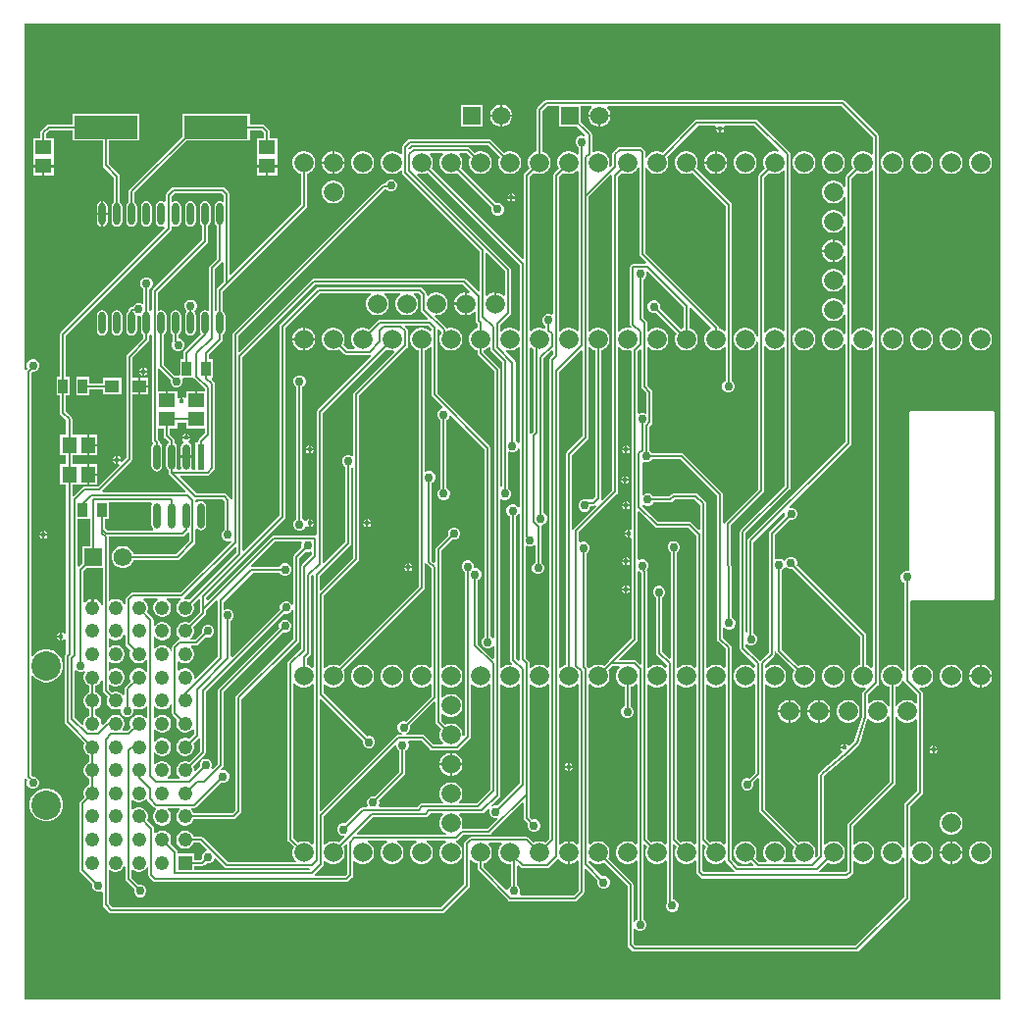
<source format=gtl>
G04*
G04 #@! TF.GenerationSoftware,Altium Limited,Altium Designer,22.10.1 (41)*
G04*
G04 Layer_Physical_Order=1*
G04 Layer_Color=255*
%FSLAX44Y44*%
%MOMM*%
G71*
G04*
G04 #@! TF.SameCoordinates,15C13A22-FF6B-4AA4-AE0B-FE47445A9F5C*
G04*
G04*
G04 #@! TF.FilePolarity,Positive*
G04*
G01*
G75*
%ADD15R,5.5000X2.0000*%
%ADD16R,1.2500X1.4500*%
%ADD17R,0.8065X1.3082*%
%ADD18R,1.4500X1.2500*%
%ADD19R,1.2500X1.1000*%
%ADD20R,0.6080X2.2044*%
G04:AMPARAMS|DCode=21|XSize=2.2044mm|YSize=0.608mm|CornerRadius=0.304mm|HoleSize=0mm|Usage=FLASHONLY|Rotation=270.000|XOffset=0mm|YOffset=0mm|HoleType=Round|Shape=RoundedRectangle|*
%AMROUNDEDRECTD21*
21,1,2.2044,0.0000,0,0,270.0*
21,1,1.5965,0.6080,0,0,270.0*
1,1,0.6080,0.0000,-0.7982*
1,1,0.6080,0.0000,0.7982*
1,1,0.6080,0.0000,0.7982*
1,1,0.6080,0.0000,-0.7982*
%
%ADD21ROUNDEDRECTD21*%
G04:AMPARAMS|DCode=22|XSize=1.9mm|YSize=0.6mm|CornerRadius=0.3mm|HoleSize=0mm|Usage=FLASHONLY|Rotation=270.000|XOffset=0mm|YOffset=0mm|HoleType=Round|Shape=RoundedRectangle|*
%AMROUNDEDRECTD22*
21,1,1.9000,0.0000,0,0,270.0*
21,1,1.3000,0.6000,0,0,270.0*
1,1,0.6000,0.0000,-0.6500*
1,1,0.6000,0.0000,0.6500*
1,1,0.6000,0.0000,0.6500*
1,1,0.6000,0.0000,-0.6500*
%
%ADD22ROUNDEDRECTD22*%
%ADD29R,1.5700X1.5700*%
%ADD30C,1.5700*%
%ADD34C,0.2032*%
%ADD35C,1.6650*%
%ADD36R,1.2430X1.2430*%
%ADD37C,1.2430*%
%ADD38C,0.7620*%
%ADD39C,0.4064*%
%ADD40C,2.5400*%
G36*
X846115Y3884D02*
X3884D01*
Y194476D01*
X4109Y194647D01*
X5629Y194659D01*
X6718Y193570D01*
X6096Y192069D01*
Y189947D01*
X6908Y187987D01*
X8408Y186486D01*
X10369Y185674D01*
X12491D01*
X14452Y186486D01*
X15952Y187987D01*
X16764Y189947D01*
Y192069D01*
X15952Y194030D01*
X14452Y195530D01*
X12491Y196342D01*
X11271D01*
X10050Y197563D01*
Y283009D01*
X10999Y283264D01*
X11320Y283264D01*
X13966Y280618D01*
X17210Y278745D01*
X20827Y277776D01*
X24573D01*
X28190Y278745D01*
X31434Y280618D01*
X34082Y283266D01*
X35955Y286510D01*
X36924Y290127D01*
Y293873D01*
X35955Y297490D01*
X34082Y300734D01*
X31434Y303382D01*
X28190Y305255D01*
X24573Y306224D01*
X20827D01*
X17210Y305255D01*
X13966Y303382D01*
X11320Y300735D01*
X10999Y300736D01*
X10050Y300991D01*
Y544625D01*
X11271Y545846D01*
X12491D01*
X14452Y546658D01*
X15952Y548158D01*
X16764Y550119D01*
Y552241D01*
X15952Y554202D01*
X14452Y555702D01*
X12491Y556514D01*
X10369D01*
X8408Y555702D01*
X6908Y554202D01*
X6096Y552241D01*
Y550119D01*
X6718Y548618D01*
X5629Y547529D01*
X4109Y547541D01*
X3884Y547712D01*
Y846115D01*
X846115D01*
Y3884D01*
D02*
G37*
%LPC*%
G36*
X416524Y776454D02*
X416306D01*
Y768096D01*
X424664D01*
Y768314D01*
X424025Y770698D01*
X422791Y772836D01*
X421046Y774581D01*
X418908Y775815D01*
X416524Y776454D01*
D02*
G37*
G36*
X414274D02*
X414056D01*
X411672Y775815D01*
X409534Y774581D01*
X407789Y772836D01*
X406555Y770698D01*
X405916Y768314D01*
Y768096D01*
X414274D01*
Y776454D01*
D02*
G37*
G36*
X424664Y766064D02*
X416306D01*
Y757706D01*
X416524D01*
X418908Y758345D01*
X421046Y759579D01*
X422791Y761324D01*
X424025Y763462D01*
X424664Y765846D01*
Y766064D01*
D02*
G37*
G36*
X414274D02*
X405916D01*
Y765846D01*
X406555Y763462D01*
X407789Y761324D01*
X409534Y759579D01*
X411672Y758345D01*
X414056Y757706D01*
X414274D01*
Y766064D01*
D02*
G37*
G36*
X399264Y776454D02*
X380516D01*
Y757706D01*
X399264D01*
Y776454D01*
D02*
G37*
G36*
X271807Y736289D02*
X271526D01*
Y727456D01*
X280359D01*
Y727737D01*
X279688Y730242D01*
X278391Y732487D01*
X276557Y734321D01*
X274312Y735618D01*
X271807Y736289D01*
D02*
G37*
G36*
X269494D02*
X269213D01*
X266708Y735618D01*
X264463Y734321D01*
X262629Y732487D01*
X261332Y730242D01*
X260661Y727737D01*
Y727456D01*
X269494D01*
Y736289D01*
D02*
G37*
G36*
X198444Y768444D02*
X140396D01*
Y749087D01*
X94689Y703379D01*
X94127Y702539D01*
X93930Y701548D01*
Y692211D01*
X93258Y691762D01*
X92259Y690265D01*
X91907Y688500D01*
Y675500D01*
X92259Y673735D01*
X93258Y672239D01*
X94755Y671239D01*
X96520Y670888D01*
X98285Y671239D01*
X99782Y672239D01*
X100781Y673735D01*
X101133Y675500D01*
Y688500D01*
X100781Y690265D01*
X99782Y691762D01*
X99110Y692211D01*
Y700475D01*
X144031Y745396D01*
X198444D01*
Y754330D01*
X208477D01*
X210770Y752037D01*
Y747544D01*
X204586D01*
Y732314D01*
X204586Y731996D01*
Y731044D01*
X204586Y730726D01*
Y724286D01*
X222134D01*
Y730726D01*
X222134Y731044D01*
Y731996D01*
X222134Y732314D01*
Y747544D01*
X215950D01*
Y753110D01*
X215753Y754101D01*
X215191Y754941D01*
X211381Y758751D01*
X210541Y759313D01*
X209550Y759510D01*
X198444D01*
Y768444D01*
D02*
G37*
G36*
X830607Y736289D02*
X828013D01*
X825508Y735618D01*
X823263Y734321D01*
X821429Y732487D01*
X820132Y730242D01*
X819461Y727737D01*
Y725143D01*
X820132Y722638D01*
X821429Y720393D01*
X823263Y718559D01*
X825508Y717262D01*
X828013Y716591D01*
X830607D01*
X833112Y717262D01*
X835357Y718559D01*
X837191Y720393D01*
X838488Y722638D01*
X839159Y725143D01*
Y727737D01*
X838488Y730242D01*
X837191Y732487D01*
X835357Y734321D01*
X833112Y735618D01*
X830607Y736289D01*
D02*
G37*
G36*
X805207D02*
X802613D01*
X800108Y735618D01*
X797863Y734321D01*
X796029Y732487D01*
X794732Y730242D01*
X794061Y727737D01*
Y725143D01*
X794732Y722638D01*
X796029Y720393D01*
X797863Y718559D01*
X800108Y717262D01*
X802613Y716591D01*
X805207D01*
X807712Y717262D01*
X809957Y718559D01*
X811791Y720393D01*
X813088Y722638D01*
X813759Y725143D01*
Y727737D01*
X813088Y730242D01*
X811791Y732487D01*
X809957Y734321D01*
X807712Y735618D01*
X805207Y736289D01*
D02*
G37*
G36*
X779807D02*
X777213D01*
X774708Y735618D01*
X772463Y734321D01*
X770629Y732487D01*
X769332Y730242D01*
X768661Y727737D01*
Y725143D01*
X769332Y722638D01*
X770629Y720393D01*
X772463Y718559D01*
X774708Y717262D01*
X777213Y716591D01*
X779807D01*
X782312Y717262D01*
X784557Y718559D01*
X786391Y720393D01*
X787688Y722638D01*
X788359Y725143D01*
Y727737D01*
X787688Y730242D01*
X786391Y732487D01*
X784557Y734321D01*
X782312Y735618D01*
X779807Y736289D01*
D02*
G37*
G36*
X754407D02*
X751813D01*
X749308Y735618D01*
X747063Y734321D01*
X745229Y732487D01*
X743932Y730242D01*
X743261Y727737D01*
Y725143D01*
X743932Y722638D01*
X745229Y720393D01*
X747063Y718559D01*
X749308Y717262D01*
X751813Y716591D01*
X754407D01*
X756912Y717262D01*
X759157Y718559D01*
X760991Y720393D01*
X762288Y722638D01*
X762959Y725143D01*
Y727737D01*
X762288Y730242D01*
X760991Y732487D01*
X759157Y734321D01*
X756912Y735618D01*
X754407Y736289D01*
D02*
G37*
G36*
X710438Y780084D02*
X454025D01*
X453034Y779887D01*
X452194Y779325D01*
X446479Y773610D01*
X445917Y772770D01*
X445720Y771779D01*
Y735943D01*
X444508Y735618D01*
X442263Y734321D01*
X440429Y732487D01*
X439132Y730242D01*
X438461Y727737D01*
Y725143D01*
X439132Y722638D01*
X439759Y721552D01*
X435614Y717406D01*
X435052Y716566D01*
X434855Y715575D01*
Y643617D01*
X433682Y643131D01*
X355261Y721552D01*
X355888Y722638D01*
X356559Y725143D01*
Y727737D01*
X355888Y730242D01*
X354591Y732487D01*
X353576Y733502D01*
X354102Y734772D01*
X364718D01*
X365244Y733502D01*
X364229Y732487D01*
X362932Y730242D01*
X362261Y727737D01*
Y725143D01*
X362932Y722638D01*
X364229Y720393D01*
X366063Y718559D01*
X368308Y717262D01*
X370813Y716591D01*
X373407D01*
X375912Y717262D01*
X376998Y717889D01*
X407341Y687547D01*
X407162Y687115D01*
Y684993D01*
X407974Y683033D01*
X409474Y681532D01*
X411435Y680720D01*
X413557D01*
X415518Y681532D01*
X417018Y683033D01*
X417830Y684993D01*
Y687115D01*
X417018Y689075D01*
X415518Y690576D01*
X413557Y691388D01*
X411435D01*
X411003Y691209D01*
X380661Y721552D01*
X381288Y722638D01*
X381959Y725143D01*
Y727737D01*
X381288Y730242D01*
X379991Y732487D01*
X378976Y733502D01*
X379502Y734772D01*
X385515D01*
X388960Y731328D01*
X388332Y730242D01*
X387661Y727737D01*
Y725143D01*
X388332Y722638D01*
X389629Y720393D01*
X391463Y718559D01*
X393708Y717262D01*
X396213Y716591D01*
X398807D01*
X401312Y717262D01*
X403557Y718559D01*
X405391Y720393D01*
X406688Y722638D01*
X407359Y725143D01*
Y727737D01*
X406688Y730242D01*
X405391Y732487D01*
X403557Y734321D01*
X401312Y735618D01*
X398807Y736289D01*
X396213D01*
X393708Y735618D01*
X392622Y734990D01*
X388419Y739193D01*
X387579Y739755D01*
X386588Y739952D01*
X339725D01*
X338734Y739755D01*
X337894Y739193D01*
X336498Y737798D01*
X335161Y738256D01*
X335073Y738954D01*
X337496Y741376D01*
X404311D01*
X414360Y731328D01*
X413732Y730242D01*
X413061Y727737D01*
Y725143D01*
X413732Y722638D01*
X415029Y720393D01*
X416863Y718559D01*
X419108Y717262D01*
X421613Y716591D01*
X424207D01*
X426712Y717262D01*
X428957Y718559D01*
X430791Y720393D01*
X432088Y722638D01*
X432759Y725143D01*
Y727737D01*
X432088Y730242D01*
X430791Y732487D01*
X428957Y734321D01*
X426712Y735618D01*
X424207Y736289D01*
X421613D01*
X419108Y735618D01*
X418022Y734990D01*
X407215Y745797D01*
X406375Y746359D01*
X405384Y746556D01*
X336423D01*
X335432Y746359D01*
X334592Y745797D01*
X330401Y741606D01*
X329839Y740766D01*
X329642Y739775D01*
Y733832D01*
X328372Y733306D01*
X327357Y734321D01*
X325112Y735618D01*
X322607Y736289D01*
X320013D01*
X317508Y735618D01*
X315263Y734321D01*
X313429Y732487D01*
X312132Y730242D01*
X311461Y727737D01*
Y725143D01*
X312132Y722638D01*
X313429Y720393D01*
X315263Y718559D01*
X317508Y717262D01*
X320013Y716591D01*
X322607D01*
X325112Y717262D01*
X327357Y718559D01*
X328372Y719574D01*
X329642Y719048D01*
Y717982D01*
X329839Y716991D01*
X330401Y716151D01*
X396755Y649796D01*
Y615677D01*
X395582Y615191D01*
X385117Y625655D01*
X384277Y626217D01*
X383286Y626414D01*
X254000D01*
X253009Y626217D01*
X252169Y625655D01*
X189691Y563178D01*
X188518Y563664D01*
Y576754D01*
X314733Y702969D01*
X316618D01*
X317481Y702106D01*
X319442Y701294D01*
X321564D01*
X323524Y702106D01*
X325025Y703606D01*
X325837Y705567D01*
Y707689D01*
X325025Y709650D01*
X323524Y711150D01*
X321564Y711962D01*
X319442D01*
X317481Y711150D01*
X315981Y709650D01*
X315359Y708149D01*
X313660D01*
X312669Y707951D01*
X311829Y707390D01*
X184097Y579658D01*
X183535Y578817D01*
X183338Y577826D01*
Y435600D01*
X182068Y435475D01*
X181971Y435966D01*
X181409Y436806D01*
X178234Y439981D01*
X177394Y440543D01*
X176403Y440740D01*
X152711D01*
X138236Y455215D01*
X138722Y456388D01*
X161925D01*
X162916Y456585D01*
X163756Y457147D01*
X167693Y461084D01*
X168255Y461924D01*
X168452Y462915D01*
Y535304D01*
X168255Y536296D01*
X167693Y537136D01*
X165427Y539402D01*
X165913Y540575D01*
X166465D01*
Y556705D01*
X163498D01*
Y561283D01*
X174551Y572336D01*
X175113Y573176D01*
X175310Y574168D01*
Y577789D01*
X175982Y578238D01*
X176982Y579735D01*
X177333Y581500D01*
Y594500D01*
X176982Y596265D01*
X175982Y597761D01*
X175310Y598210D01*
Y615385D01*
X180139Y620215D01*
X246941Y687017D01*
X247503Y687857D01*
X247700Y688848D01*
Y716937D01*
X248912Y717262D01*
X251157Y718559D01*
X252991Y720393D01*
X254288Y722638D01*
X254959Y725143D01*
Y727737D01*
X254288Y730242D01*
X252991Y732487D01*
X251157Y734321D01*
X248912Y735618D01*
X246407Y736289D01*
X243813D01*
X241308Y735618D01*
X239063Y734321D01*
X237229Y732487D01*
X235932Y730242D01*
X235261Y727737D01*
Y725143D01*
X235932Y722638D01*
X237229Y720393D01*
X239063Y718559D01*
X241308Y717262D01*
X242520Y716937D01*
Y689921D01*
X182071Y629472D01*
X180898Y629958D01*
Y699135D01*
X180701Y700126D01*
X180139Y700966D01*
X176456Y704649D01*
X175616Y705211D01*
X174625Y705408D01*
X132588D01*
X131597Y705211D01*
X130757Y704649D01*
X126439Y700331D01*
X125877Y699491D01*
X125680Y698500D01*
Y692956D01*
X124410Y692277D01*
X123685Y692762D01*
X121920Y693113D01*
X120155Y692762D01*
X118658Y691762D01*
X117659Y690265D01*
X117307Y688500D01*
Y675500D01*
X117659Y673735D01*
X118658Y672239D01*
X120155Y671239D01*
X121920Y670888D01*
X123685Y671239D01*
X123827Y671334D01*
X125137Y670699D01*
X125227Y669910D01*
X35380Y580063D01*
X34819Y579223D01*
X34622Y578232D01*
Y541465D01*
X31655D01*
Y525335D01*
X34622D01*
Y510545D01*
X34819Y509553D01*
X35380Y508713D01*
X39960Y504133D01*
Y491374D01*
X34776D01*
Y473826D01*
X39960D01*
Y465974D01*
X34776D01*
Y448426D01*
X39960D01*
Y319488D01*
X38690Y319235D01*
X38575Y319514D01*
X37574Y320515D01*
X36576Y320928D01*
Y317500D01*
Y314072D01*
X37574Y314485D01*
X38575Y315486D01*
X38690Y315765D01*
X39960Y315512D01*
Y302979D01*
X39413Y302432D01*
X38852Y301591D01*
X38655Y300600D01*
Y243455D01*
X38852Y242464D01*
X39413Y241624D01*
X55694Y225343D01*
X55488Y224987D01*
X54961Y223019D01*
Y220981D01*
X55488Y219013D01*
X56507Y217248D01*
X57948Y215807D01*
X59713Y214788D01*
X60110Y214682D01*
Y209318D01*
X59713Y209212D01*
X57948Y208193D01*
X56507Y206752D01*
X55488Y204987D01*
X54961Y203019D01*
Y200981D01*
X55488Y199013D01*
X56507Y197248D01*
X57948Y195807D01*
X59713Y194788D01*
X60110Y194682D01*
Y189318D01*
X59713Y189212D01*
X57948Y188193D01*
X56507Y186752D01*
X55488Y184987D01*
X54961Y183019D01*
Y180981D01*
X55488Y179013D01*
X55694Y178657D01*
X52017Y174979D01*
X51455Y174139D01*
X51258Y173148D01*
Y115824D01*
X51455Y114833D01*
X52017Y113993D01*
X62409Y103601D01*
X62230Y103169D01*
Y101047D01*
X63042Y99087D01*
X64542Y97586D01*
X66503Y96774D01*
X68625D01*
X70054Y97366D01*
X71324Y96665D01*
Y85725D01*
X71521Y84734D01*
X72083Y83894D01*
X76782Y79195D01*
X77622Y78633D01*
X78613Y78436D01*
X364490D01*
X365481Y78633D01*
X366321Y79195D01*
X387911Y100785D01*
X388473Y101625D01*
X388670Y102616D01*
Y124012D01*
X389940Y124452D01*
X391463Y122929D01*
X393708Y121632D01*
X394920Y121307D01*
Y117348D01*
X395117Y116357D01*
X395679Y115517D01*
X421587Y89609D01*
X422427Y89047D01*
X423418Y88850D01*
X478870D01*
X479861Y89047D01*
X480701Y89609D01*
X486406Y95314D01*
X486968Y96154D01*
X487165Y97145D01*
Y116605D01*
X488338Y117091D01*
X498781Y106649D01*
X498602Y106217D01*
Y104095D01*
X499414Y102135D01*
X500914Y100634D01*
X502875Y99822D01*
X504997D01*
X506958Y100634D01*
X508458Y102135D01*
X509270Y104095D01*
Y106217D01*
X508458Y108177D01*
X506958Y109678D01*
X504997Y110490D01*
X502875D01*
X502443Y110311D01*
X490835Y121920D01*
Y123361D01*
X492105Y123887D01*
X493063Y122929D01*
X495308Y121632D01*
X497813Y120961D01*
X500407D01*
X502912Y121632D01*
X503998Y122260D01*
X524333Y101924D01*
Y51308D01*
X524530Y50317D01*
X525092Y49477D01*
X528394Y46175D01*
X529234Y45613D01*
X530225Y45416D01*
X722376D01*
X723367Y45613D01*
X724207Y46175D01*
X767641Y89609D01*
X768203Y90449D01*
X768400Y91440D01*
Y126083D01*
X769670Y126424D01*
X770629Y124763D01*
X772463Y122929D01*
X774708Y121632D01*
X777213Y120961D01*
X779807D01*
X782312Y121632D01*
X784557Y122929D01*
X786391Y124763D01*
X787688Y127008D01*
X788359Y129513D01*
Y132107D01*
X787688Y134612D01*
X786391Y136857D01*
X784557Y138691D01*
X782312Y139988D01*
X779807Y140659D01*
X777213D01*
X774708Y139988D01*
X772463Y138691D01*
X770629Y136857D01*
X769670Y135196D01*
X768400Y135537D01*
Y170885D01*
X778563Y181049D01*
X779125Y181889D01*
X779322Y182880D01*
Y267970D01*
X779125Y268961D01*
X778563Y269801D01*
X775991Y272374D01*
X776648Y273512D01*
X777213Y273361D01*
X779807D01*
X782312Y274032D01*
X784557Y275329D01*
X786391Y277163D01*
X787688Y279408D01*
X788359Y281913D01*
Y284507D01*
X787688Y287012D01*
X786391Y289257D01*
X784557Y291091D01*
X782312Y292388D01*
X779807Y293059D01*
X777213D01*
X774708Y292388D01*
X772463Y291091D01*
X770629Y289257D01*
X769670Y287596D01*
X768400Y287937D01*
Y347924D01*
X769626Y348790D01*
X839530D01*
X840696Y349273D01*
X841180Y350440D01*
Y510530D01*
X840696Y511696D01*
X839530Y512180D01*
X769626D01*
X768459Y511696D01*
X767976Y510530D01*
Y374522D01*
X766920Y373817D01*
X766871Y373837D01*
X764749D01*
X762788Y373025D01*
X761288Y371525D01*
X760476Y369564D01*
Y367442D01*
X761288Y365482D01*
X762788Y363981D01*
X763220Y363802D01*
Y287937D01*
X761950Y287596D01*
X760991Y289257D01*
X759157Y291091D01*
X756912Y292388D01*
X754407Y293059D01*
X751813D01*
X749308Y292388D01*
X747063Y291091D01*
X745229Y289257D01*
X743932Y287012D01*
X743261Y284507D01*
Y281913D01*
X743932Y279408D01*
X745229Y277163D01*
X747063Y275329D01*
X749308Y274032D01*
X750520Y273708D01*
Y257437D01*
X749250Y257097D01*
X748291Y258758D01*
X746457Y260591D01*
X744212Y261888D01*
X741707Y262559D01*
X739113D01*
X736608Y261888D01*
X734363Y260591D01*
X733348Y259576D01*
X732078Y260103D01*
Y266897D01*
X740463Y275283D01*
X741025Y276123D01*
X741222Y277114D01*
Y749300D01*
X741025Y750291D01*
X740463Y751131D01*
X712269Y779325D01*
X711429Y779887D01*
X710438Y780084D01*
D02*
G37*
G36*
X297207Y736289D02*
X294613D01*
X292108Y735618D01*
X289863Y734321D01*
X288029Y732487D01*
X286732Y730242D01*
X286061Y727737D01*
Y725143D01*
X286732Y722638D01*
X288029Y720393D01*
X289863Y718559D01*
X292108Y717262D01*
X294613Y716591D01*
X297207D01*
X299712Y717262D01*
X301957Y718559D01*
X303791Y720393D01*
X305088Y722638D01*
X305759Y725143D01*
Y727737D01*
X305088Y730242D01*
X303791Y732487D01*
X301957Y734321D01*
X299712Y735618D01*
X297207Y736289D01*
D02*
G37*
G36*
X280359Y725424D02*
X271526D01*
Y716591D01*
X271807D01*
X274312Y717262D01*
X276557Y718559D01*
X278391Y720393D01*
X279688Y722638D01*
X280359Y725143D01*
Y725424D01*
D02*
G37*
G36*
X269494D02*
X260661D01*
Y725143D01*
X261332Y722638D01*
X262629Y720393D01*
X264463Y718559D01*
X266708Y717262D01*
X269213Y716591D01*
X269494D01*
Y725424D01*
D02*
G37*
G36*
X222134Y722254D02*
X214376D01*
Y715496D01*
X222134D01*
Y722254D01*
D02*
G37*
G36*
X212344D02*
X204586D01*
Y715496D01*
X212344D01*
Y722254D01*
D02*
G37*
G36*
X29094D02*
X21336D01*
Y715496D01*
X29094D01*
Y722254D01*
D02*
G37*
G36*
X19304D02*
X11546D01*
Y715496D01*
X19304D01*
Y722254D01*
D02*
G37*
G36*
X425130Y699730D02*
Y697318D01*
X427542D01*
X427128Y698316D01*
X426128Y699317D01*
X425130Y699730D01*
D02*
G37*
G36*
X423098D02*
X422099Y699317D01*
X421099Y698316D01*
X420686Y697318D01*
X423098D01*
Y699730D01*
D02*
G37*
G36*
X427542Y695286D02*
X425130D01*
Y692874D01*
X426128Y693288D01*
X427128Y694288D01*
X427542Y695286D01*
D02*
G37*
G36*
X423098D02*
X420686D01*
X421099Y694288D01*
X422099Y693288D01*
X423098Y692874D01*
Y695286D01*
D02*
G37*
G36*
X271807Y710889D02*
X269213D01*
X266708Y710218D01*
X264463Y708921D01*
X262629Y707087D01*
X261332Y704842D01*
X260661Y702337D01*
Y699743D01*
X261332Y697238D01*
X262629Y694993D01*
X264463Y693159D01*
X266708Y691862D01*
X269213Y691191D01*
X271807D01*
X274312Y691862D01*
X276557Y693159D01*
X278391Y694993D01*
X279688Y697238D01*
X280359Y699743D01*
Y702337D01*
X279688Y704842D01*
X278391Y707087D01*
X276557Y708921D01*
X274312Y710218D01*
X271807Y710889D01*
D02*
G37*
G36*
X72136Y692911D02*
Y683016D01*
X75733D01*
Y688500D01*
X75381Y690265D01*
X74382Y691762D01*
X72885Y692762D01*
X72136Y692911D01*
D02*
G37*
G36*
X70104D02*
X69355Y692762D01*
X67858Y691762D01*
X66859Y690265D01*
X66507Y688500D01*
Y683016D01*
X70104D01*
Y692911D01*
D02*
G37*
G36*
X75733Y680984D02*
X72136D01*
Y671090D01*
X72885Y671239D01*
X74382Y672239D01*
X75381Y673735D01*
X75733Y675500D01*
Y680984D01*
D02*
G37*
G36*
X70104D02*
X66507D01*
Y675500D01*
X66859Y673735D01*
X67858Y672239D01*
X69355Y671239D01*
X70104Y671090D01*
Y680984D01*
D02*
G37*
G36*
X109220Y693113D02*
X107455Y692762D01*
X105958Y691762D01*
X104958Y690265D01*
X104607Y688500D01*
Y675500D01*
X104958Y673735D01*
X105958Y672239D01*
X107455Y671239D01*
X109220Y670888D01*
X110985Y671239D01*
X112482Y672239D01*
X113482Y673735D01*
X113833Y675500D01*
Y688500D01*
X113482Y690265D01*
X112482Y691762D01*
X110985Y692762D01*
X109220Y693113D01*
D02*
G37*
G36*
X103444Y768444D02*
X45396D01*
Y759510D01*
X24765D01*
X23774Y759313D01*
X22934Y758751D01*
X18489Y754306D01*
X17927Y753466D01*
X17730Y752475D01*
Y747544D01*
X11546D01*
Y732314D01*
X11546Y731996D01*
Y731044D01*
X11546Y730726D01*
Y724286D01*
X29094D01*
Y730726D01*
X29094Y731044D01*
Y731996D01*
X29094Y732314D01*
Y747544D01*
X22910D01*
Y751402D01*
X25838Y754330D01*
X45396D01*
Y745396D01*
X71830D01*
Y724156D01*
X72027Y723165D01*
X72589Y722325D01*
X81230Y713683D01*
Y692211D01*
X80558Y691762D01*
X79559Y690265D01*
X79207Y688500D01*
Y675500D01*
X79559Y673735D01*
X80558Y672239D01*
X82055Y671239D01*
X83820Y670888D01*
X85585Y671239D01*
X87082Y672239D01*
X88082Y673735D01*
X88433Y675500D01*
Y688500D01*
X88082Y690265D01*
X87082Y691762D01*
X86410Y692211D01*
Y714756D01*
X86213Y715747D01*
X85651Y716587D01*
X77010Y725229D01*
Y745396D01*
X103444D01*
Y768444D01*
D02*
G37*
G36*
X830607Y583889D02*
X828013D01*
X825508Y583218D01*
X823263Y581921D01*
X821429Y580087D01*
X820132Y577842D01*
X819461Y575337D01*
Y572743D01*
X820132Y570238D01*
X821429Y567993D01*
X823263Y566159D01*
X825508Y564862D01*
X828013Y564191D01*
X830607D01*
X833112Y564862D01*
X835357Y566159D01*
X837191Y567993D01*
X838488Y570238D01*
X839159Y572743D01*
Y575337D01*
X838488Y577842D01*
X837191Y580087D01*
X835357Y581921D01*
X833112Y583218D01*
X830607Y583889D01*
D02*
G37*
G36*
X805207D02*
X802613D01*
X800108Y583218D01*
X797863Y581921D01*
X796029Y580087D01*
X794732Y577842D01*
X794061Y575337D01*
Y572743D01*
X794732Y570238D01*
X796029Y567993D01*
X797863Y566159D01*
X800108Y564862D01*
X802613Y564191D01*
X805207D01*
X807712Y564862D01*
X809957Y566159D01*
X811791Y567993D01*
X813088Y570238D01*
X813759Y572743D01*
Y575337D01*
X813088Y577842D01*
X811791Y580087D01*
X809957Y581921D01*
X807712Y583218D01*
X805207Y583889D01*
D02*
G37*
G36*
X779807D02*
X777213D01*
X774708Y583218D01*
X772463Y581921D01*
X770629Y580087D01*
X769332Y577842D01*
X768661Y575337D01*
Y572743D01*
X769332Y570238D01*
X770629Y567993D01*
X772463Y566159D01*
X774708Y564862D01*
X777213Y564191D01*
X779807D01*
X782312Y564862D01*
X784557Y566159D01*
X786391Y567993D01*
X787688Y570238D01*
X788359Y572743D01*
Y575337D01*
X787688Y577842D01*
X786391Y580087D01*
X784557Y581921D01*
X782312Y583218D01*
X779807Y583889D01*
D02*
G37*
G36*
X754407D02*
X751813D01*
X749308Y583218D01*
X747063Y581921D01*
X745229Y580087D01*
X743932Y577842D01*
X743261Y575337D01*
Y572743D01*
X743932Y570238D01*
X745229Y567993D01*
X747063Y566159D01*
X749308Y564862D01*
X751813Y564191D01*
X754407D01*
X756912Y564862D01*
X759157Y566159D01*
X760991Y567993D01*
X762288Y570238D01*
X762959Y572743D01*
Y575337D01*
X762288Y577842D01*
X760991Y580087D01*
X759157Y581921D01*
X756912Y583218D01*
X754407Y583889D01*
D02*
G37*
G36*
X21336Y408558D02*
Y406146D01*
X23748D01*
X23335Y407144D01*
X22334Y408145D01*
X21336Y408558D01*
D02*
G37*
G36*
X19304D02*
X18306Y408145D01*
X17305Y407144D01*
X16892Y406146D01*
X19304D01*
Y408558D01*
D02*
G37*
G36*
X23748Y404114D02*
X21336D01*
Y401702D01*
X22334Y402115D01*
X23335Y403116D01*
X23748Y404114D01*
D02*
G37*
G36*
X19304D02*
X16892D01*
X17305Y403116D01*
X18306Y402115D01*
X19304Y401702D01*
Y404114D01*
D02*
G37*
G36*
X34544Y320928D02*
X33546Y320515D01*
X32545Y319514D01*
X32132Y318516D01*
X34544D01*
Y320928D01*
D02*
G37*
G36*
Y316484D02*
X32132D01*
X32545Y315486D01*
X33546Y314485D01*
X34544Y314072D01*
Y316484D01*
D02*
G37*
G36*
X830607Y293059D02*
X830326D01*
Y284226D01*
X839159D01*
Y284507D01*
X838488Y287012D01*
X837191Y289257D01*
X835357Y291091D01*
X833112Y292388D01*
X830607Y293059D01*
D02*
G37*
G36*
X828294D02*
X828013D01*
X825508Y292388D01*
X823263Y291091D01*
X821429Y289257D01*
X820132Y287012D01*
X819461Y284507D01*
Y284226D01*
X828294D01*
Y293059D01*
D02*
G37*
G36*
X839159Y282194D02*
X830326D01*
Y273361D01*
X830607D01*
X833112Y274032D01*
X835357Y275329D01*
X837191Y277163D01*
X838488Y279408D01*
X839159Y281913D01*
Y282194D01*
D02*
G37*
G36*
X828294D02*
X819461D01*
Y281913D01*
X820132Y279408D01*
X821429Y277163D01*
X823263Y275329D01*
X825508Y274032D01*
X828013Y273361D01*
X828294D01*
Y282194D01*
D02*
G37*
G36*
X805207Y293059D02*
X802613D01*
X800108Y292388D01*
X797863Y291091D01*
X796029Y289257D01*
X794732Y287012D01*
X794061Y284507D01*
Y281913D01*
X794732Y279408D01*
X796029Y277163D01*
X797863Y275329D01*
X800108Y274032D01*
X802613Y273361D01*
X805207D01*
X807712Y274032D01*
X809957Y275329D01*
X811791Y277163D01*
X813088Y279408D01*
X813759Y281913D01*
Y284507D01*
X813088Y287012D01*
X811791Y289257D01*
X809957Y291091D01*
X807712Y292388D01*
X805207Y293059D01*
D02*
G37*
G36*
X789686Y223138D02*
Y220726D01*
X792098D01*
X791685Y221724D01*
X790684Y222725D01*
X789686Y223138D01*
D02*
G37*
G36*
X787654D02*
X786656Y222725D01*
X785655Y221724D01*
X785242Y220726D01*
X787654D01*
Y223138D01*
D02*
G37*
G36*
X792098Y218694D02*
X789686D01*
Y216282D01*
X790684Y216695D01*
X791685Y217696D01*
X792098Y218694D01*
D02*
G37*
G36*
X787654D02*
X785242D01*
X785655Y217696D01*
X786656Y216695D01*
X787654Y216282D01*
Y218694D01*
D02*
G37*
G36*
X24573Y186224D02*
X20827D01*
X17210Y185255D01*
X13966Y183382D01*
X11318Y180734D01*
X9445Y177490D01*
X8476Y173873D01*
Y170128D01*
X9445Y166510D01*
X11318Y163266D01*
X13966Y160618D01*
X17210Y158745D01*
X20827Y157776D01*
X24573D01*
X28190Y158745D01*
X31434Y160618D01*
X34082Y163266D01*
X35955Y166510D01*
X36924Y170128D01*
Y173873D01*
X35955Y177490D01*
X34082Y180734D01*
X31434Y183382D01*
X28190Y185255D01*
X24573Y186224D01*
D02*
G37*
G36*
X805207Y166059D02*
X802613D01*
X800108Y165388D01*
X797863Y164091D01*
X796029Y162257D01*
X794732Y160012D01*
X794061Y157507D01*
Y154913D01*
X794732Y152408D01*
X796029Y150163D01*
X797863Y148329D01*
X800108Y147032D01*
X802613Y146361D01*
X805207D01*
X807712Y147032D01*
X809957Y148329D01*
X811791Y150163D01*
X813088Y152408D01*
X813759Y154913D01*
Y157507D01*
X813088Y160012D01*
X811791Y162257D01*
X809957Y164091D01*
X807712Y165388D01*
X805207Y166059D01*
D02*
G37*
G36*
Y140659D02*
X804926D01*
Y131826D01*
X813759D01*
Y132107D01*
X813088Y134612D01*
X811791Y136857D01*
X809957Y138691D01*
X807712Y139988D01*
X805207Y140659D01*
D02*
G37*
G36*
X802894D02*
X802613D01*
X800108Y139988D01*
X797863Y138691D01*
X796029Y136857D01*
X794732Y134612D01*
X794061Y132107D01*
Y131826D01*
X802894D01*
Y140659D01*
D02*
G37*
G36*
X830607D02*
X828013D01*
X825508Y139988D01*
X823263Y138691D01*
X821429Y136857D01*
X820132Y134612D01*
X819461Y132107D01*
Y129513D01*
X820132Y127008D01*
X821429Y124763D01*
X823263Y122929D01*
X825508Y121632D01*
X828013Y120961D01*
X830607D01*
X833112Y121632D01*
X835357Y122929D01*
X837191Y124763D01*
X838488Y127008D01*
X839159Y129513D01*
Y132107D01*
X838488Y134612D01*
X837191Y136857D01*
X835357Y138691D01*
X833112Y139988D01*
X830607Y140659D01*
D02*
G37*
G36*
X813759Y129794D02*
X804926D01*
Y120961D01*
X805207D01*
X807712Y121632D01*
X809957Y122929D01*
X811791Y124763D01*
X813088Y127008D01*
X813759Y129513D01*
Y129794D01*
D02*
G37*
G36*
X802894D02*
X794061D01*
Y129513D01*
X794732Y127008D01*
X796029Y124763D01*
X797863Y122929D01*
X800108Y121632D01*
X802613Y120961D01*
X802894D01*
Y129794D01*
D02*
G37*
%LPD*%
G36*
X736042Y748227D02*
Y733832D01*
X734772Y733306D01*
X733757Y734321D01*
X731512Y735618D01*
X729007Y736289D01*
X726413D01*
X723908Y735618D01*
X721663Y734321D01*
X719829Y732487D01*
X718532Y730242D01*
X717861Y727737D01*
Y725143D01*
X718532Y722638D01*
X719159Y721552D01*
X713179Y715571D01*
X712617Y714731D01*
X712420Y713740D01*
Y705767D01*
X711150Y705426D01*
X710191Y707087D01*
X708357Y708921D01*
X706112Y710218D01*
X703607Y710889D01*
X701013D01*
X698508Y710218D01*
X696263Y708921D01*
X694429Y707087D01*
X693132Y704842D01*
X692461Y702337D01*
Y699743D01*
X693132Y697238D01*
X694429Y694993D01*
X696263Y693159D01*
X698508Y691862D01*
X701013Y691191D01*
X703607D01*
X706112Y691862D01*
X708357Y693159D01*
X710191Y694993D01*
X711150Y696654D01*
X712420Y696313D01*
Y680367D01*
X711150Y680026D01*
X710191Y681687D01*
X708357Y683521D01*
X706112Y684818D01*
X703607Y685489D01*
X701013D01*
X698508Y684818D01*
X696263Y683521D01*
X694429Y681687D01*
X693132Y679442D01*
X692461Y676937D01*
Y674343D01*
X693132Y671838D01*
X694429Y669593D01*
X696263Y667759D01*
X698508Y666462D01*
X701013Y665791D01*
X703607D01*
X706112Y666462D01*
X708357Y667759D01*
X710191Y669593D01*
X711150Y671254D01*
X712420Y670913D01*
Y654967D01*
X711150Y654626D01*
X710191Y656287D01*
X708357Y658121D01*
X706112Y659418D01*
X703607Y660089D01*
X703326D01*
Y650240D01*
Y640391D01*
X703607D01*
X706112Y641062D01*
X708357Y642359D01*
X710191Y644193D01*
X711150Y645854D01*
X712420Y645513D01*
Y629567D01*
X711150Y629226D01*
X710191Y630887D01*
X708357Y632721D01*
X706112Y634018D01*
X703607Y634689D01*
X701013D01*
X698508Y634018D01*
X696263Y632721D01*
X694429Y630887D01*
X693132Y628642D01*
X692461Y626137D01*
Y623543D01*
X693132Y621038D01*
X694429Y618793D01*
X696263Y616959D01*
X698508Y615662D01*
X701013Y614991D01*
X703607D01*
X706112Y615662D01*
X708357Y616959D01*
X710191Y618793D01*
X711150Y620454D01*
X712420Y620113D01*
Y604167D01*
X711150Y603826D01*
X710191Y605487D01*
X708357Y607321D01*
X706112Y608618D01*
X703607Y609289D01*
X701013D01*
X698508Y608618D01*
X696263Y607321D01*
X694429Y605487D01*
X693132Y603242D01*
X692461Y600737D01*
Y598143D01*
X693132Y595638D01*
X694429Y593393D01*
X696263Y591559D01*
X698508Y590262D01*
X701013Y589591D01*
X703607D01*
X706112Y590262D01*
X708357Y591559D01*
X710191Y593393D01*
X711150Y595054D01*
X712420Y594713D01*
Y578767D01*
X711150Y578426D01*
X710191Y580087D01*
X708357Y581921D01*
X706112Y583218D01*
X703607Y583889D01*
X701013D01*
X698508Y583218D01*
X696263Y581921D01*
X694429Y580087D01*
X693132Y577842D01*
X692461Y575337D01*
Y572743D01*
X693132Y570238D01*
X694429Y567993D01*
X696263Y566159D01*
X698508Y564862D01*
X701013Y564191D01*
X703607D01*
X706112Y564862D01*
X708357Y566159D01*
X710191Y567993D01*
X711150Y569654D01*
X712420Y569313D01*
Y485359D01*
X628724Y401662D01*
X628162Y400822D01*
X627965Y399831D01*
Y320614D01*
X627938Y320596D01*
X626668Y321275D01*
Y406597D01*
X664263Y444193D01*
X664825Y445033D01*
X665022Y446024D01*
Y733425D01*
X664825Y734416D01*
X664263Y735256D01*
X636958Y762561D01*
X636118Y763123D01*
X635127Y763320D01*
X584200D01*
X583209Y763123D01*
X582369Y762561D01*
X554798Y734990D01*
X553712Y735618D01*
X551207Y736289D01*
X548613D01*
X546108Y735618D01*
X543863Y734321D01*
X542029Y732487D01*
X541070Y730826D01*
X539800Y731167D01*
Y735584D01*
X539603Y736575D01*
X539041Y737415D01*
X537263Y739193D01*
X536423Y739755D01*
X535432Y739952D01*
X517525D01*
X516534Y739755D01*
X515694Y739193D01*
X511757Y735256D01*
X511195Y734416D01*
X510998Y733425D01*
Y724211D01*
X509667Y722880D01*
X508529Y723537D01*
X508959Y725143D01*
Y727737D01*
X508288Y730242D01*
X506991Y732487D01*
X505157Y734321D01*
X502912Y735618D01*
X500407Y736289D01*
X497813D01*
X495308Y735618D01*
X494970Y735422D01*
X493870Y736057D01*
Y750780D01*
X493673Y751771D01*
X493111Y752611D01*
X484354Y761368D01*
Y774904D01*
X493151D01*
X493677Y773634D01*
X492879Y772836D01*
X491645Y770698D01*
X491006Y768314D01*
Y768096D01*
X509754D01*
Y768314D01*
X509115Y770698D01*
X507881Y772836D01*
X507083Y773634D01*
X507609Y774904D01*
X709365D01*
X736042Y748227D01*
D02*
G37*
G36*
X655244Y736951D02*
X654586Y735812D01*
X652807Y736289D01*
X650213D01*
X647708Y735618D01*
X645463Y734321D01*
X643629Y732487D01*
X642332Y730242D01*
X641661Y727737D01*
Y725143D01*
X642332Y722638D01*
X642960Y721552D01*
X637741Y716333D01*
X637179Y715493D01*
X636982Y714502D01*
Y576425D01*
X635712Y576258D01*
X635288Y577842D01*
X633991Y580087D01*
X632157Y581921D01*
X629912Y583218D01*
X627407Y583889D01*
X624813D01*
X622308Y583218D01*
X620063Y581921D01*
X618229Y580087D01*
X616932Y577842D01*
X616261Y575337D01*
Y572743D01*
X616932Y570238D01*
X618229Y567993D01*
X620063Y566159D01*
X622308Y564862D01*
X624813Y564191D01*
X627407D01*
X629912Y564862D01*
X632157Y566159D01*
X633991Y567993D01*
X635288Y570238D01*
X635712Y571822D01*
X636982Y571655D01*
Y444303D01*
X609039Y416359D01*
X608477Y415519D01*
X608380Y415028D01*
X607110Y415153D01*
Y439674D01*
X606913Y440665D01*
X606351Y441505D01*
X573077Y474779D01*
X572237Y475341D01*
X571246Y475538D01*
X545467D01*
X545288Y475970D01*
X543787Y477470D01*
X543356Y477649D01*
Y498455D01*
X545391Y500490D01*
X545953Y501331D01*
X546150Y502322D01*
Y528411D01*
X545953Y529402D01*
X545391Y530242D01*
X541521Y534112D01*
Y566704D01*
X542791Y567230D01*
X543863Y566159D01*
X546108Y564862D01*
X548613Y564191D01*
X551207D01*
X553712Y564862D01*
X555957Y566159D01*
X557791Y567993D01*
X559088Y570238D01*
X559759Y572743D01*
Y575337D01*
X559088Y577842D01*
X557791Y580087D01*
X555957Y581921D01*
X553712Y583218D01*
X551207Y583889D01*
X548613D01*
X546108Y583218D01*
X543863Y581921D01*
X542791Y580849D01*
X541521Y581376D01*
Y588461D01*
X541324Y589452D01*
X540762Y590292D01*
X538276Y592779D01*
Y625473D01*
X538708Y625652D01*
X540208Y627152D01*
X541020Y629113D01*
Y631235D01*
X540601Y632246D01*
X541678Y632966D01*
X572720Y601923D01*
Y583543D01*
X571508Y583218D01*
X570422Y582590D01*
X552525Y600487D01*
X552704Y600919D01*
Y603041D01*
X551892Y605001D01*
X550392Y606502D01*
X548431Y607314D01*
X546309D01*
X544348Y606502D01*
X542848Y605001D01*
X542036Y603041D01*
Y600919D01*
X542848Y598959D01*
X544348Y597458D01*
X546309Y596646D01*
X548431D01*
X548863Y596825D01*
X566759Y578928D01*
X566132Y577842D01*
X565461Y575337D01*
Y572743D01*
X566132Y570238D01*
X567429Y567993D01*
X569263Y566159D01*
X571508Y564862D01*
X574013Y564191D01*
X576607D01*
X579112Y564862D01*
X581357Y566159D01*
X583191Y567993D01*
X584488Y570238D01*
X585159Y572743D01*
Y575337D01*
X584488Y577842D01*
X583191Y580087D01*
X581357Y581921D01*
X579112Y583218D01*
X577900Y583543D01*
Y601180D01*
X579073Y601666D01*
X596405Y584335D01*
X596159Y582785D01*
X594663Y581921D01*
X592829Y580087D01*
X591532Y577842D01*
X590861Y575337D01*
Y572743D01*
X591532Y570238D01*
X592829Y567993D01*
X594663Y566159D01*
X596908Y564862D01*
X599413Y564191D01*
X602007D01*
X604512Y564862D01*
X606757Y566159D01*
X607772Y567174D01*
X609042Y566648D01*
Y537847D01*
X608610Y537668D01*
X607110Y536167D01*
X606298Y534207D01*
Y532085D01*
X607110Y530125D01*
X608610Y528624D01*
X610571Y527812D01*
X612693D01*
X614654Y528624D01*
X616154Y530125D01*
X616966Y532085D01*
Y534207D01*
X616154Y536167D01*
X614654Y537668D01*
X614222Y537847D01*
Y690118D01*
X614025Y691109D01*
X613463Y691949D01*
X583861Y721552D01*
X584488Y722638D01*
X585159Y725143D01*
Y727737D01*
X584488Y730242D01*
X583191Y732487D01*
X581357Y734321D01*
X579112Y735618D01*
X576607Y736289D01*
X574013D01*
X571508Y735618D01*
X569263Y734321D01*
X567429Y732487D01*
X566132Y730242D01*
X565461Y727737D01*
Y725143D01*
X566132Y722638D01*
X567429Y720393D01*
X569263Y718559D01*
X571508Y717262D01*
X574013Y716591D01*
X576607D01*
X579112Y717262D01*
X580198Y717889D01*
X609042Y689045D01*
Y581432D01*
X607772Y580906D01*
X606757Y581921D01*
X604512Y583218D01*
X603300Y583543D01*
Y583692D01*
X603103Y584683D01*
X602541Y585523D01*
X539800Y648265D01*
Y721713D01*
X541070Y722054D01*
X542029Y720393D01*
X543863Y718559D01*
X546108Y717262D01*
X548613Y716591D01*
X551207D01*
X553712Y717262D01*
X555957Y718559D01*
X557791Y720393D01*
X559088Y722638D01*
X559759Y725143D01*
Y727737D01*
X559088Y730242D01*
X558461Y731328D01*
X585273Y758140D01*
X600328D01*
X601176Y756870D01*
X601092Y756666D01*
X607948D01*
X607864Y756870D01*
X608712Y758140D01*
X634054D01*
X655244Y736951D01*
D02*
G37*
G36*
X465606Y757706D02*
X480691D01*
X487784Y750613D01*
X487727Y750210D01*
X486332Y749413D01*
X485991Y749554D01*
X483869D01*
X481909Y748742D01*
X480408Y747242D01*
X479596Y745281D01*
Y743159D01*
X480408Y741199D01*
X481909Y739698D01*
X481985Y739666D01*
Y733889D01*
X480715Y733363D01*
X479757Y734321D01*
X477512Y735618D01*
X475007Y736289D01*
X472413D01*
X469908Y735618D01*
X467663Y734321D01*
X465829Y732487D01*
X464532Y730242D01*
X463861Y727737D01*
Y725143D01*
X464532Y722638D01*
X465159Y721552D01*
X460900Y717292D01*
X460339Y716452D01*
X460141Y715461D01*
Y595993D01*
X458871Y595292D01*
X457442Y595884D01*
X455320D01*
X453360Y595072D01*
X451859Y593572D01*
X451047Y591611D01*
Y589489D01*
X451859Y587528D01*
X453360Y586028D01*
X453791Y585849D01*
Y583518D01*
X452691Y582883D01*
X452112Y583218D01*
X449607Y583889D01*
X447013D01*
X444508Y583218D01*
X442263Y581921D01*
X441305Y580963D01*
X440035Y581489D01*
Y714502D01*
X443422Y717889D01*
X444508Y717262D01*
X447013Y716591D01*
X449607D01*
X452112Y717262D01*
X454357Y718559D01*
X456191Y720393D01*
X457488Y722638D01*
X458159Y725143D01*
Y727737D01*
X457488Y730242D01*
X456191Y732487D01*
X454357Y734321D01*
X452112Y735618D01*
X450900Y735943D01*
Y770706D01*
X455098Y774904D01*
X465606D01*
Y757706D01*
D02*
G37*
G36*
X736042Y719048D02*
Y581432D01*
X734772Y580906D01*
X733757Y581921D01*
X731512Y583218D01*
X729007Y583889D01*
X726413D01*
X723908Y583218D01*
X721663Y581921D01*
X719829Y580087D01*
X718870Y578426D01*
X717600Y578767D01*
Y712667D01*
X722822Y717889D01*
X723908Y717262D01*
X726413Y716591D01*
X729007D01*
X731512Y717262D01*
X733757Y718559D01*
X734772Y719574D01*
X736042Y719048D01*
D02*
G37*
G36*
X659842D02*
Y581432D01*
X658572Y580906D01*
X657557Y581921D01*
X655312Y583218D01*
X652807Y583889D01*
X650213D01*
X647708Y583218D01*
X645463Y581921D01*
X643629Y580087D01*
X643432Y579746D01*
X642162Y580086D01*
Y713429D01*
X646622Y717889D01*
X647708Y717262D01*
X650213Y716591D01*
X652807D01*
X655312Y717262D01*
X657557Y718559D01*
X658572Y719574D01*
X659842Y719048D01*
D02*
G37*
G36*
X534620Y721713D02*
Y647192D01*
X534817Y646201D01*
X535379Y645361D01*
X540452Y640287D01*
X539966Y639114D01*
X529590D01*
X528599Y638917D01*
X527759Y638355D01*
X527505Y638101D01*
X526943Y637261D01*
X526746Y636270D01*
Y586740D01*
X526943Y585749D01*
X527505Y584909D01*
X527723Y584690D01*
X527066Y583552D01*
X525807Y583889D01*
X523213D01*
X520708Y583218D01*
X518463Y581921D01*
X517448Y580906D01*
X516178Y581432D01*
Y714445D01*
X519622Y717889D01*
X520708Y717262D01*
X523213Y716591D01*
X525807D01*
X528312Y717262D01*
X530557Y718559D01*
X532391Y720393D01*
X533350Y722054D01*
X534620Y721713D01*
D02*
G37*
G36*
X481985Y718991D02*
Y581489D01*
X480715Y580963D01*
X479757Y581921D01*
X477512Y583218D01*
X475007Y583889D01*
X472413D01*
X469908Y583218D01*
X467663Y581921D01*
X466591Y580849D01*
X465321Y581376D01*
Y714388D01*
X468822Y717889D01*
X469908Y717262D01*
X472413Y716591D01*
X475007D01*
X477512Y717262D01*
X479757Y718559D01*
X480715Y719517D01*
X481985Y718991D01*
D02*
G37*
G36*
X431242Y638245D02*
Y581432D01*
X429972Y580906D01*
X428957Y581921D01*
X426712Y583218D01*
X424207Y583889D01*
X421613D01*
X419108Y583218D01*
X416863Y581921D01*
X415848Y580906D01*
X414578Y581432D01*
Y586683D01*
X422963Y595069D01*
X423525Y595909D01*
X423722Y596900D01*
Y634111D01*
X423525Y635102D01*
X422963Y635942D01*
X342976Y715929D01*
X343634Y717068D01*
X345413Y716591D01*
X348007D01*
X350512Y717262D01*
X351598Y717889D01*
X431242Y638245D01*
D02*
G37*
G36*
X175718Y698062D02*
Y693446D01*
X174676Y692735D01*
X174448Y692769D01*
X172720Y693113D01*
X170955Y692762D01*
X169458Y691762D01*
X168458Y690265D01*
X168107Y688500D01*
Y675500D01*
X168458Y673735D01*
X169458Y672239D01*
X170130Y671790D01*
Y643439D01*
X163777Y637085D01*
X163215Y636245D01*
X163018Y635254D01*
Y599446D01*
X161976Y598734D01*
X161748Y598769D01*
X160020Y599112D01*
X158255Y598761D01*
X156758Y597761D01*
X155758Y596265D01*
X155407Y594500D01*
Y581500D01*
X155758Y579735D01*
X156550Y578550D01*
X142060Y564061D01*
X141499Y563221D01*
X141302Y562229D01*
Y556705D01*
X138335D01*
Y543284D01*
X137065Y542435D01*
X136189Y542798D01*
X134067D01*
X133635Y542619D01*
X124510Y551745D01*
Y577789D01*
X125182Y578238D01*
X126181Y579735D01*
X126533Y581500D01*
Y594500D01*
X126181Y596265D01*
X125182Y597761D01*
X123685Y598761D01*
X121920Y599112D01*
X120192Y598769D01*
X119964Y598734D01*
X118922Y599446D01*
Y614115D01*
X161851Y657045D01*
X162413Y657885D01*
X162610Y658876D01*
Y671790D01*
X163282Y672239D01*
X164282Y673735D01*
X164633Y675500D01*
Y688500D01*
X164282Y690265D01*
X163282Y691762D01*
X161785Y692762D01*
X160020Y693113D01*
X158255Y692762D01*
X156758Y691762D01*
X155758Y690265D01*
X155407Y688500D01*
Y675500D01*
X155758Y673735D01*
X156758Y672239D01*
X157430Y671790D01*
Y659949D01*
X114501Y617019D01*
X113939Y616179D01*
X113742Y615188D01*
Y598868D01*
X112472Y598257D01*
X111810Y598730D01*
Y617345D01*
X112241Y617524D01*
X113742Y619025D01*
X114554Y620985D01*
Y623107D01*
X113742Y625067D01*
X112241Y626568D01*
X110281Y627380D01*
X108159D01*
X106199Y626568D01*
X104698Y625067D01*
X103886Y623107D01*
Y620985D01*
X104698Y619025D01*
X106199Y617524D01*
X106630Y617345D01*
Y604883D01*
X105360Y604331D01*
X103677Y605028D01*
X101555D01*
X99594Y604216D01*
X98094Y602715D01*
X97834Y602087D01*
X96412Y602028D01*
X95972Y601921D01*
X95529Y601833D01*
X95483Y601802D01*
X95430Y601789D01*
X95065Y601522D01*
X94689Y601271D01*
X94658Y601226D01*
X94614Y601193D01*
X94379Y600807D01*
X94127Y600431D01*
X94117Y600377D01*
X94088Y600331D01*
X94018Y599883D01*
X93930Y599440D01*
Y598210D01*
X93258Y597761D01*
X92259Y596265D01*
X91907Y594500D01*
Y581500D01*
X92259Y579735D01*
X93258Y578238D01*
X94755Y577238D01*
X96520Y576887D01*
X98285Y577238D01*
X99782Y578238D01*
X100781Y579735D01*
X101133Y581500D01*
Y593187D01*
X101555Y594360D01*
X102301Y594360D01*
X103677D01*
X104607Y593371D01*
Y581500D01*
X104958Y579735D01*
X105958Y578238D01*
X106630Y577789D01*
Y574859D01*
X92403Y560631D01*
X91841Y559791D01*
X91644Y558800D01*
Y471227D01*
X88143Y467725D01*
X87066Y468445D01*
X87248Y468884D01*
X84836D01*
Y466472D01*
X85275Y466654D01*
X85995Y465577D01*
X67330Y446912D01*
X55702D01*
X54711Y446715D01*
X53871Y446153D01*
X46410Y438692D01*
X45140Y439218D01*
Y448426D01*
X50006D01*
X50324Y448426D01*
X51276D01*
X51594Y448426D01*
X58034D01*
Y457200D01*
Y465974D01*
X51594D01*
X51276Y465974D01*
X50324D01*
X50006Y465974D01*
X45140D01*
Y473826D01*
X50006D01*
X50324Y473826D01*
X51276D01*
X51594Y473826D01*
X58034D01*
Y482600D01*
Y491374D01*
X51594D01*
X51276Y491374D01*
X50324D01*
X50006Y491374D01*
X45140D01*
Y505206D01*
X44943Y506197D01*
X44381Y507037D01*
X39801Y511617D01*
Y525335D01*
X42768D01*
Y541465D01*
X39801D01*
Y577159D01*
X130101Y667459D01*
X130663Y668299D01*
X130860Y669290D01*
Y671044D01*
X132130Y671723D01*
X132855Y671239D01*
X134620Y670888D01*
X136385Y671239D01*
X137882Y672239D01*
X138882Y673735D01*
X139233Y675500D01*
Y688500D01*
X138882Y690265D01*
X137882Y691762D01*
X136385Y692762D01*
X134620Y693113D01*
X132855Y692762D01*
X132130Y692277D01*
X130860Y692956D01*
Y697427D01*
X133661Y700228D01*
X173552D01*
X175718Y698062D01*
D02*
G37*
G36*
X388343Y615104D02*
X387686Y613966D01*
X386107Y614389D01*
X385826D01*
Y604540D01*
Y594691D01*
X386107D01*
X388612Y595362D01*
X390857Y596659D01*
X391929Y597730D01*
X393199Y597204D01*
Y590119D01*
X393396Y589128D01*
X393958Y588288D01*
X394920Y587325D01*
Y583543D01*
X393708Y583218D01*
X391463Y581921D01*
X389629Y580087D01*
X388332Y577842D01*
X387661Y575337D01*
Y572743D01*
X388332Y570238D01*
X389629Y567993D01*
X391463Y566159D01*
X393708Y564862D01*
X394920Y564538D01*
Y562001D01*
X395117Y561010D01*
X395679Y560170D01*
X409398Y546450D01*
Y316084D01*
X409311Y316029D01*
X408128Y315695D01*
X406881Y316942D01*
X406450Y317121D01*
Y479896D01*
X406253Y480887D01*
X405691Y481727D01*
X360222Y527197D01*
Y582384D01*
X361395Y582870D01*
X363424Y580841D01*
Y580136D01*
X363621Y579145D01*
X363655Y579094D01*
X362932Y577842D01*
X362261Y575337D01*
Y572743D01*
X362932Y570238D01*
X364229Y567993D01*
X366063Y566159D01*
X368308Y564862D01*
X370813Y564191D01*
X373407D01*
X375912Y564862D01*
X378157Y566159D01*
X379991Y567993D01*
X381288Y570238D01*
X381959Y572743D01*
Y575337D01*
X381288Y577842D01*
X379991Y580087D01*
X378157Y581921D01*
X375912Y583218D01*
X373407Y583889D01*
X370813D01*
X368308Y583218D01*
X368228Y583172D01*
X367845Y583745D01*
X358170Y593421D01*
X358696Y594691D01*
X360707D01*
X363212Y595362D01*
X365457Y596659D01*
X367291Y598492D01*
X368588Y600738D01*
X369259Y603243D01*
Y605836D01*
X368588Y608341D01*
X367291Y610587D01*
X365457Y612421D01*
X363212Y613718D01*
X360707Y614389D01*
X358113D01*
X355608Y613718D01*
X353363Y612421D01*
X352405Y611463D01*
X351135Y611989D01*
Y612775D01*
X350938Y613766D01*
X350376Y614606D01*
X346693Y618289D01*
X345853Y618851D01*
X344862Y619048D01*
X258064D01*
X257073Y618851D01*
X256233Y618289D01*
X224991Y587047D01*
X224429Y586207D01*
X224232Y585216D01*
Y421982D01*
X193247Y390997D01*
X192074Y391483D01*
Y558235D01*
X255073Y621234D01*
X382213D01*
X388343Y615104D01*
D02*
G37*
G36*
X418542Y633038D02*
Y611932D01*
X417272Y611406D01*
X416257Y612421D01*
X414012Y613718D01*
X411507Y614389D01*
X411226D01*
Y604540D01*
X409194D01*
Y614389D01*
X408913D01*
X406408Y613718D01*
X404163Y612421D01*
X403205Y611463D01*
X401935Y611989D01*
Y647987D01*
X403108Y648473D01*
X418542Y633038D01*
D02*
G37*
G36*
X174882Y640382D02*
X175718Y639995D01*
Y623119D01*
X170889Y618289D01*
X170327Y617449D01*
X170130Y616458D01*
Y598730D01*
X169468Y598257D01*
X168198Y598868D01*
Y634181D01*
X174448Y640432D01*
X174882Y640382D01*
D02*
G37*
G36*
X345955Y611702D02*
Y599383D01*
X346152Y598392D01*
X346714Y597552D01*
X352041Y592224D01*
X351555Y591051D01*
X310331D01*
X309340Y590854D01*
X308500Y590292D01*
X300798Y582590D01*
X299712Y583218D01*
X297207Y583889D01*
X294613D01*
X292108Y583218D01*
X289863Y581921D01*
X288029Y580087D01*
X286732Y577842D01*
X286061Y575337D01*
Y572743D01*
X286732Y570238D01*
X288029Y567993D01*
X289044Y566978D01*
X288518Y565708D01*
X282505D01*
X279060Y569152D01*
X279688Y570238D01*
X280359Y572743D01*
Y575337D01*
X279688Y577842D01*
X278391Y580087D01*
X276557Y581921D01*
X274312Y583218D01*
X271807Y583889D01*
X269213D01*
X266708Y583218D01*
X264463Y581921D01*
X262629Y580087D01*
X261332Y577842D01*
X260661Y575337D01*
Y572743D01*
X261332Y570238D01*
X262629Y567993D01*
X264463Y566159D01*
X266708Y564862D01*
X269213Y564191D01*
X271807D01*
X274312Y564862D01*
X275398Y565490D01*
X279601Y561287D01*
X280441Y560725D01*
X281432Y560528D01*
X301625D01*
X302517Y560706D01*
X302592Y560649D01*
X302902Y559294D01*
X256741Y513133D01*
X256179Y512293D01*
X255982Y511302D01*
Y405478D01*
X254712Y404606D01*
X254381Y404672D01*
X219007D01*
X218016Y404475D01*
X217176Y403913D01*
X162005Y348743D01*
X160832Y349229D01*
Y351257D01*
X228653Y419078D01*
X229215Y419918D01*
X229412Y420910D01*
Y584143D01*
X259137Y613868D01*
X302529D01*
X302870Y612598D01*
X302563Y612421D01*
X300729Y610587D01*
X299432Y608341D01*
X298761Y605836D01*
Y603243D01*
X299432Y600738D01*
X300729Y598492D01*
X302563Y596659D01*
X304808Y595362D01*
X307313Y594691D01*
X309907D01*
X312412Y595362D01*
X314657Y596659D01*
X316491Y598492D01*
X317788Y600738D01*
X318459Y603243D01*
Y605836D01*
X317788Y608341D01*
X316491Y610587D01*
X314657Y612421D01*
X314350Y612598D01*
X314691Y613868D01*
X327929D01*
X328270Y612598D01*
X327963Y612421D01*
X326129Y610587D01*
X324832Y608341D01*
X324161Y605836D01*
Y603243D01*
X324832Y600738D01*
X326129Y598492D01*
X327963Y596659D01*
X330208Y595362D01*
X332713Y594691D01*
X335307D01*
X337812Y595362D01*
X340057Y596659D01*
X341891Y598492D01*
X343188Y600738D01*
X343859Y603243D01*
Y605836D01*
X343188Y608341D01*
X341891Y610587D01*
X340057Y612421D01*
X339750Y612598D01*
X340091Y613868D01*
X343789D01*
X345955Y611702D01*
D02*
G37*
G36*
X355042Y583127D02*
Y581432D01*
X353772Y580906D01*
X352757Y581921D01*
X350512Y583218D01*
X348007Y583889D01*
X345413D01*
X342908Y583218D01*
X340663Y581921D01*
X338829Y580087D01*
X337532Y577842D01*
X336861Y575337D01*
Y572743D01*
X337532Y570238D01*
X338829Y567993D01*
X340663Y566159D01*
X342908Y564862D01*
X344120Y564538D01*
Y360483D01*
X275398Y291761D01*
X274312Y292388D01*
X271807Y293059D01*
X269213D01*
X266708Y292388D01*
X264463Y291091D01*
X263448Y290076D01*
X262178Y290602D01*
Y352495D01*
X292153Y382471D01*
X292715Y383311D01*
X292912Y384302D01*
Y525342D01*
X334063Y566494D01*
X334625Y567334D01*
X334822Y568325D01*
Y581025D01*
X334625Y582016D01*
X334063Y582856D01*
X332221Y584698D01*
X332707Y585871D01*
X352298D01*
X355042Y583127D01*
D02*
G37*
G36*
X431242Y566648D02*
Y484498D01*
X429972Y484245D01*
X429718Y484860D01*
X428218Y486360D01*
X427786Y486539D01*
Y553847D01*
X427589Y554838D01*
X427027Y555678D01*
X419176Y563529D01*
X419834Y564668D01*
X421613Y564191D01*
X424207D01*
X426712Y564862D01*
X428957Y566159D01*
X429972Y567174D01*
X431242Y566648D01*
D02*
G37*
G36*
X129973Y538957D02*
X129794Y538525D01*
Y536403D01*
X130606Y534442D01*
X132107Y532942D01*
X134067Y532130D01*
X136189D01*
X138149Y532942D01*
X139650Y534442D01*
X140462Y536403D01*
Y538525D01*
X140139Y539305D01*
X140988Y540575D01*
X149448D01*
X149448Y540575D01*
Y540575D01*
X150569Y540205D01*
X159716Y531057D01*
Y529104D01*
X153416D01*
Y521330D01*
X151384D01*
Y529104D01*
X143626D01*
Y523580D01*
X142356Y523073D01*
X141714Y523715D01*
X140716Y524128D01*
Y520700D01*
X138684D01*
Y524128D01*
X137686Y523715D01*
X137044Y523073D01*
X135774Y523580D01*
Y529104D01*
X128016D01*
Y521330D01*
X125984D01*
Y529104D01*
X118922D01*
Y548301D01*
X119758Y548688D01*
X120192Y548738D01*
X129973Y538957D01*
D02*
G37*
G36*
X536341Y564801D02*
Y533040D01*
X536539Y532049D01*
X537100Y531208D01*
X540970Y527338D01*
Y510395D01*
X539700Y509694D01*
X538271Y510286D01*
X536149D01*
X534720Y509694D01*
X533450Y510395D01*
Y563569D01*
X535168Y565288D01*
X536341Y564801D01*
D02*
G37*
G36*
X442263Y566159D02*
X443434Y565482D01*
Y494604D01*
X441399Y492568D01*
X441305Y492427D01*
X440035Y492813D01*
Y566591D01*
X441305Y567117D01*
X442263Y566159D01*
D02*
G37*
G36*
X431242Y479178D02*
Y429231D01*
X429972Y428979D01*
X429972Y428979D01*
X428471Y430480D01*
X426511Y431292D01*
X424389D01*
X422429Y430480D01*
X420928Y428979D01*
X420116Y427019D01*
Y424897D01*
X420928Y422937D01*
X422429Y421436D01*
X422860Y421257D01*
Y297250D01*
X423057Y296259D01*
X423619Y295419D01*
X424892Y294145D01*
X424389Y293273D01*
X424183Y293059D01*
X421613D01*
X419108Y292388D01*
X416863Y291091D01*
X415848Y290076D01*
X414578Y290602D01*
Y435382D01*
X415848Y435933D01*
X417531Y435236D01*
X419653D01*
X421614Y436048D01*
X423114Y437549D01*
X423926Y439509D01*
Y441631D01*
X423114Y443592D01*
X421614Y445092D01*
X421182Y445271D01*
Y476650D01*
X422452Y477201D01*
X424135Y476504D01*
X426257D01*
X428218Y477316D01*
X429718Y478816D01*
X429972Y479431D01*
X431242Y479178D01*
D02*
G37*
G36*
X317508Y564862D02*
X320013Y564191D01*
X322607D01*
X322735Y564225D01*
X323370Y563125D01*
X288491Y528246D01*
X287929Y527406D01*
X287732Y526415D01*
Y473712D01*
X286559Y473226D01*
X286454Y473331D01*
X284494Y474143D01*
X282372D01*
X280411Y473331D01*
X278911Y471830D01*
X278099Y469870D01*
Y467748D01*
X278911Y465787D01*
X280411Y464287D01*
X280843Y464108D01*
Y399059D01*
X262432Y380648D01*
X261162Y381174D01*
Y510229D01*
X316422Y565490D01*
X317508Y564862D01*
D02*
G37*
G36*
X601930Y438601D02*
Y314960D01*
X602127Y313969D01*
X602689Y313129D01*
X609042Y306775D01*
Y290602D01*
X607772Y290076D01*
X606757Y291091D01*
X604512Y292388D01*
X602007Y293059D01*
X599413D01*
X596908Y292388D01*
X594663Y291091D01*
X593648Y290076D01*
X592378Y290602D01*
Y432054D01*
X592181Y433045D01*
X591619Y433885D01*
X585269Y440235D01*
X584429Y440797D01*
X583438Y440994D01*
X564255D01*
X563264Y440797D01*
X562424Y440235D01*
X560388Y438200D01*
X546737D01*
X546558Y438632D01*
X545057Y440132D01*
X543097Y440944D01*
X540975D01*
X539015Y440132D01*
X538276Y439393D01*
X537006Y439919D01*
Y467505D01*
X538276Y468206D01*
X539705Y467614D01*
X541827D01*
X543787Y468426D01*
X545288Y469926D01*
X545467Y470358D01*
X570173D01*
X601930Y438601D01*
D02*
G37*
G36*
X143626Y497056D02*
X159716D01*
Y493071D01*
X154379Y487733D01*
X153817Y486893D01*
X153620Y485902D01*
Y485095D01*
X151646D01*
Y461568D01*
X148464D01*
X147798Y462612D01*
X147819Y462838D01*
X148163Y464566D01*
Y471533D01*
X143510D01*
X138857D01*
Y464566D01*
X139200Y462838D01*
X139222Y462612D01*
X138556Y461568D01*
X135764D01*
X135098Y462612D01*
X135119Y462838D01*
X135463Y464566D01*
Y480531D01*
X135109Y482312D01*
X134100Y483821D01*
X133400Y484290D01*
Y486664D01*
X133203Y487655D01*
X132641Y488495D01*
X129590Y491547D01*
Y497056D01*
X135774D01*
Y502240D01*
X143626D01*
Y497056D01*
D02*
G37*
G36*
X405842Y566648D02*
Y565150D01*
X406039Y564159D01*
X406601Y563319D01*
X416002Y553917D01*
Y446525D01*
X415848Y446423D01*
X414578Y447109D01*
Y547523D01*
X414381Y548514D01*
X413819Y549354D01*
X400100Y563074D01*
Y564538D01*
X401312Y564862D01*
X403557Y566159D01*
X404572Y567174D01*
X405842Y566648D01*
D02*
G37*
G36*
X113742Y577132D02*
Y486410D01*
X113939Y485419D01*
X114501Y484579D01*
X114859Y484221D01*
X114820Y483821D01*
X113811Y482312D01*
X113457Y480531D01*
Y464566D01*
X113811Y462786D01*
X114820Y461276D01*
X116329Y460267D01*
X118110Y459913D01*
X119891Y460267D01*
X121400Y461276D01*
X122409Y462786D01*
X122763Y464566D01*
Y480531D01*
X122409Y482312D01*
X121400Y483821D01*
X120700Y484290D01*
Y484632D01*
X120503Y485623D01*
X119941Y486463D01*
X118922Y487483D01*
Y497056D01*
X124410D01*
Y490474D01*
X124607Y489483D01*
X125169Y488643D01*
X128220Y485591D01*
Y484290D01*
X127520Y483821D01*
X126511Y482312D01*
X126157Y480531D01*
Y464566D01*
X126511Y462786D01*
X127520Y461276D01*
X128220Y460808D01*
Y458978D01*
X128417Y457987D01*
X128979Y457147D01*
X142942Y443183D01*
X142456Y442010D01*
X71548D01*
X71022Y443280D01*
X96065Y468323D01*
X96627Y469163D01*
X96824Y470154D01*
Y526376D01*
X102174D01*
Y533400D01*
Y540424D01*
X96824D01*
Y557727D01*
X111051Y571955D01*
X111613Y572795D01*
X111810Y573786D01*
Y577270D01*
X112472Y577743D01*
X113742Y577132D01*
D02*
G37*
G36*
X493063Y566159D02*
X495308Y564862D01*
X496520Y564538D01*
Y437699D01*
X494227Y435406D01*
X489712D01*
X489632Y435390D01*
X488487Y435864D01*
X486365D01*
X484404Y435052D01*
X482904Y433551D01*
X482092Y431591D01*
Y429469D01*
X482904Y427509D01*
X484404Y426008D01*
X486365Y425196D01*
X488487D01*
X490448Y426008D01*
X491948Y427509D01*
X492760Y429469D01*
Y430226D01*
X495300D01*
X496291Y430423D01*
X496435Y430520D01*
X497245Y429533D01*
X478229Y410517D01*
X477667Y409677D01*
X477570Y409186D01*
X476300Y409311D01*
Y473907D01*
X490019Y487627D01*
X490581Y488467D01*
X490778Y489458D01*
Y496824D01*
Y566648D01*
X492048Y567174D01*
X493063Y566159D01*
D02*
G37*
G36*
X509868Y715650D02*
X510998Y715090D01*
Y443287D01*
X502393Y434681D01*
X501406Y435491D01*
X501503Y435635D01*
X501700Y436626D01*
Y564538D01*
X502912Y564862D01*
X505157Y566159D01*
X506991Y567993D01*
X508288Y570238D01*
X508959Y572743D01*
Y575337D01*
X508288Y577842D01*
X506991Y580087D01*
X505157Y581921D01*
X502912Y583218D01*
X500407Y583889D01*
X497813D01*
X495308Y583218D01*
X493063Y581921D01*
X492048Y580906D01*
X490778Y581432D01*
Y696665D01*
X509773Y715661D01*
X509868Y715650D01*
D02*
G37*
G36*
X587198Y430981D02*
Y409740D01*
X586025Y409254D01*
X579681Y415597D01*
X578841Y416159D01*
X577850Y416356D01*
X550983D01*
X537211Y430127D01*
X537323Y431060D01*
X538565Y431538D01*
X539015Y431088D01*
X540975Y430276D01*
X543097D01*
X545057Y431088D01*
X546558Y432589D01*
X546737Y433020D01*
X561461D01*
X562452Y433217D01*
X563292Y433779D01*
X565328Y435814D01*
X582365D01*
X587198Y430981D01*
D02*
G37*
G36*
X719829Y567993D02*
X721663Y566159D01*
X723908Y564862D01*
X726413Y564191D01*
X729007D01*
X731512Y564862D01*
X733757Y566159D01*
X734772Y567174D01*
X736042Y566648D01*
Y290602D01*
X734772Y290076D01*
X733757Y291091D01*
X731512Y292388D01*
X730300Y292712D01*
Y318516D01*
X730103Y319507D01*
X729541Y320347D01*
X670635Y379253D01*
X670814Y379685D01*
Y381807D01*
X670002Y383768D01*
X668502Y385268D01*
X666541Y386080D01*
X664419D01*
X662458Y385268D01*
X660958Y383768D01*
X660656Y383038D01*
X659175Y382783D01*
X658214Y383744D01*
X656254Y384556D01*
X654132D01*
X652703Y383964D01*
X651433Y384664D01*
Y405200D01*
X664241Y418009D01*
X664673Y417830D01*
X666795D01*
X668755Y418642D01*
X670256Y420143D01*
X671068Y422103D01*
Y424225D01*
X670256Y426185D01*
X668755Y427686D01*
X666795Y428498D01*
X664680D01*
X664658Y428520D01*
X663966Y429580D01*
X716841Y482455D01*
X717403Y483295D01*
X717600Y484286D01*
Y569313D01*
X718870Y569654D01*
X719829Y567993D01*
D02*
G37*
G36*
X518463Y566159D02*
X520708Y564862D01*
X523213Y564191D01*
X525807D01*
X527000Y564511D01*
X528270Y563536D01*
Y410470D01*
X527000Y409691D01*
X526668Y409828D01*
Y406400D01*
Y402972D01*
X527000Y403109D01*
X528270Y402330D01*
Y316033D01*
X508201Y295963D01*
X503998Y291761D01*
X502912Y292388D01*
X500407Y293059D01*
X497813D01*
X495308Y292388D01*
X493063Y291091D01*
X491949Y289978D01*
X491485Y290007D01*
X490477Y290301D01*
X490076Y290901D01*
X489000Y291977D01*
Y388999D01*
X489431Y389178D01*
X490932Y390678D01*
X491744Y392639D01*
Y394761D01*
X490932Y396721D01*
X489431Y398222D01*
X487471Y399034D01*
X485349D01*
X483920Y398442D01*
X482650Y399142D01*
Y407613D01*
X515419Y440383D01*
X515981Y441223D01*
X516178Y442214D01*
Y566648D01*
X517448Y567174D01*
X518463Y566159D01*
D02*
G37*
G36*
X176988Y433902D02*
Y409831D01*
X176556Y409652D01*
X175056Y408152D01*
X174244Y406191D01*
Y404069D01*
X175056Y402108D01*
X176556Y400608D01*
X178517Y399796D01*
X180639D01*
X182068Y400388D01*
X182096Y400376D01*
X182803Y399318D01*
X138627Y355142D01*
X97028D01*
X96037Y354945D01*
X95197Y354383D01*
X91895Y351081D01*
X91333Y350241D01*
X91136Y349250D01*
Y345618D01*
X89986Y345028D01*
X89866Y345065D01*
X88893Y346752D01*
X87452Y348193D01*
X85687Y349211D01*
X83719Y349739D01*
X81681D01*
X79713Y349211D01*
X77948Y348193D01*
X77774Y348018D01*
X76504Y348544D01*
Y403352D01*
X76671Y403556D01*
X140081D01*
X141072Y403753D01*
X141912Y404315D01*
X145238Y407641D01*
X145672Y407591D01*
X146508Y407204D01*
Y400361D01*
X134817Y388670D01*
X97911D01*
X97635Y389698D01*
X96401Y391836D01*
X94656Y393581D01*
X92518Y394815D01*
X90134Y395454D01*
X87666D01*
X85282Y394815D01*
X83144Y393581D01*
X81399Y391836D01*
X80165Y389698D01*
X79526Y387314D01*
Y384846D01*
X80165Y382462D01*
X81399Y380324D01*
X83144Y378579D01*
X85282Y377345D01*
X87666Y376706D01*
X90134D01*
X92518Y377345D01*
X94656Y378579D01*
X96401Y380324D01*
X97635Y382462D01*
X97911Y383490D01*
X135890D01*
X136881Y383687D01*
X137721Y384249D01*
X150929Y397457D01*
X151491Y398297D01*
X151688Y399288D01*
Y409816D01*
X152724Y410188D01*
X152958Y410233D01*
X154429Y409250D01*
X156210Y408896D01*
X157991Y409250D01*
X159500Y410259D01*
X160509Y411768D01*
X160863Y413549D01*
Y429514D01*
X160509Y431294D01*
X159500Y432804D01*
X157991Y433813D01*
X156210Y434167D01*
X154429Y433813D01*
X152958Y432829D01*
X152724Y432874D01*
X151688Y433246D01*
Y434975D01*
X152866Y435560D01*
X175330D01*
X176988Y433902D01*
D02*
G37*
G36*
X114285Y432004D02*
X113811Y431294D01*
X113457Y429514D01*
Y413549D01*
X113811Y411768D01*
X114820Y410259D01*
X115198Y410006D01*
X114813Y408736D01*
X75622D01*
X73710Y410648D01*
Y418655D01*
X76677D01*
Y433274D01*
X113606D01*
X114285Y432004D01*
D02*
G37*
G36*
X355042Y566648D02*
Y526124D01*
X355239Y525133D01*
X355801Y524293D01*
X364570Y515523D01*
X364168Y514130D01*
X362738Y513538D01*
X361238Y512038D01*
X360426Y510077D01*
Y507955D01*
X361238Y505994D01*
X362738Y504494D01*
X363170Y504315D01*
Y445391D01*
X362738Y445212D01*
X361238Y443712D01*
X360426Y441751D01*
Y439629D01*
X361238Y437668D01*
X362738Y436168D01*
X364699Y435356D01*
X366821D01*
X368782Y436168D01*
X370282Y437668D01*
X371094Y439629D01*
Y441751D01*
X370282Y443712D01*
X368782Y445212D01*
X368350Y445391D01*
Y504315D01*
X368782Y504494D01*
X370282Y505994D01*
X370874Y507424D01*
X372267Y507826D01*
X401270Y478824D01*
Y317121D01*
X400839Y316942D01*
X399338Y315441D01*
X398526Y313481D01*
Y311359D01*
X399338Y309398D01*
X400839Y307898D01*
X402799Y307086D01*
X404921D01*
X406881Y307898D01*
X408128Y309145D01*
X409311Y308811D01*
X409398Y308755D01*
Y298488D01*
X408225Y298002D01*
X395528Y310699D01*
Y366139D01*
X395960Y366318D01*
X397460Y367818D01*
X398272Y369779D01*
Y371901D01*
X397460Y373862D01*
X395960Y375362D01*
X393999Y376174D01*
X393095D01*
X391922Y376637D01*
Y378759D01*
X391110Y380719D01*
X389609Y382220D01*
X387649Y383032D01*
X385527D01*
X383567Y382220D01*
X382066Y380719D01*
X381254Y378759D01*
Y376637D01*
X382066Y374677D01*
X383567Y373176D01*
X383998Y372997D01*
Y232254D01*
X383069Y231503D01*
X381959Y231980D01*
Y233707D01*
X381288Y236212D01*
X379991Y238457D01*
X378157Y240291D01*
X375912Y241588D01*
X373407Y242259D01*
X370813D01*
X368308Y241588D01*
X367222Y240961D01*
X363778Y244405D01*
Y250418D01*
X365048Y250944D01*
X366063Y249929D01*
X368308Y248632D01*
X370813Y247961D01*
X373407D01*
X375912Y248632D01*
X378157Y249929D01*
X379991Y251763D01*
X381288Y254008D01*
X381959Y256513D01*
Y259107D01*
X381288Y261612D01*
X379991Y263857D01*
X378157Y265691D01*
X375912Y266988D01*
X373407Y267659D01*
X370813D01*
X368308Y266988D01*
X366063Y265691D01*
X365048Y264676D01*
X363778Y265202D01*
Y275818D01*
X365048Y276344D01*
X366063Y275329D01*
X368308Y274032D01*
X370813Y273361D01*
X373407D01*
X375912Y274032D01*
X378157Y275329D01*
X379991Y277163D01*
X381288Y279408D01*
X381959Y281913D01*
Y284507D01*
X381288Y287012D01*
X379991Y289257D01*
X378157Y291091D01*
X375912Y292388D01*
X373407Y293059D01*
X370813D01*
X368308Y292388D01*
X366063Y291091D01*
X365048Y290076D01*
X363778Y290602D01*
Y391357D01*
X373425Y401005D01*
X373857Y400826D01*
X375979D01*
X377940Y401638D01*
X379440Y403139D01*
X380252Y405099D01*
Y407221D01*
X379440Y409182D01*
X377940Y410682D01*
X375979Y411494D01*
X373857D01*
X371897Y410682D01*
X370396Y409182D01*
X369584Y407221D01*
Y405099D01*
X369763Y404668D01*
X359357Y394261D01*
X358795Y393421D01*
X358598Y392430D01*
Y381546D01*
X357425Y381060D01*
X355650Y382835D01*
Y449959D01*
X356082Y450138D01*
X357582Y451638D01*
X358394Y453599D01*
Y455721D01*
X357582Y457682D01*
X356082Y459182D01*
X354121Y459994D01*
X351999D01*
X350570Y459402D01*
X349300Y460103D01*
Y564538D01*
X350512Y564862D01*
X352757Y566159D01*
X353772Y567174D01*
X355042Y566648D01*
D02*
G37*
G36*
X252045Y390289D02*
Y388042D01*
X243279Y379275D01*
X242717Y378435D01*
X242520Y377444D01*
Y306883D01*
X231849Y296212D01*
X231287Y295371D01*
X231090Y294380D01*
Y142240D01*
X231287Y141249D01*
X231849Y140409D01*
X236560Y135698D01*
X235932Y134612D01*
X235261Y132107D01*
Y129513D01*
X235932Y127008D01*
X237229Y124763D01*
X238244Y123748D01*
X237718Y122478D01*
X179725D01*
X158371Y143832D01*
X157531Y144393D01*
X156540Y144590D01*
X150018D01*
X149912Y144987D01*
X148893Y146752D01*
X147452Y148193D01*
X145687Y149212D01*
X143719Y149739D01*
X141681D01*
X139713Y149212D01*
X137948Y148193D01*
X136508Y146752D01*
X135489Y144987D01*
X134961Y143019D01*
Y140981D01*
X135489Y139013D01*
X136508Y137248D01*
X137948Y135808D01*
X139713Y134789D01*
X141681Y134261D01*
X143719D01*
X145687Y134789D01*
X147452Y135808D01*
X148893Y137248D01*
X149912Y139013D01*
X150018Y139410D01*
X155467D01*
X161370Y133507D01*
X160968Y132114D01*
X159538Y131522D01*
X158038Y130021D01*
X157226Y128061D01*
Y125939D01*
X157405Y125507D01*
X156488Y124590D01*
X150439D01*
Y129739D01*
X136448D01*
Y130842D01*
X136251Y131833D01*
X135689Y132673D01*
X129706Y138657D01*
X129911Y139013D01*
X130439Y140981D01*
Y143019D01*
X129911Y144987D01*
X128892Y146752D01*
X127452Y148193D01*
X125687Y149212D01*
X123719Y149739D01*
X121681D01*
X119713Y149212D01*
X117948Y148193D01*
X117381Y147627D01*
X116111Y148153D01*
Y151178D01*
X115914Y152169D01*
X115353Y153010D01*
X109706Y158657D01*
X109911Y159013D01*
X110439Y160981D01*
Y163019D01*
X109911Y164987D01*
X108893Y166752D01*
X107452Y168193D01*
X105687Y169212D01*
X103719Y169739D01*
X101681D01*
X99713Y169212D01*
X97948Y168193D01*
X97586Y167831D01*
X96316Y168357D01*
Y175644D01*
X97586Y176170D01*
X97948Y175807D01*
X99713Y174789D01*
X101681Y174261D01*
X103719D01*
X105687Y174789D01*
X107452Y175807D01*
X108454Y176810D01*
X109824Y176431D01*
X109875Y176174D01*
X110437Y175334D01*
X115644Y170127D01*
X116484Y169565D01*
X117452Y169373D01*
X117509Y169284D01*
X117806Y168545D01*
X117853Y168098D01*
X116507Y166752D01*
X115488Y164987D01*
X114961Y163019D01*
Y160981D01*
X115488Y159013D01*
X116507Y157248D01*
X117948Y155807D01*
X119713Y154789D01*
X121681Y154261D01*
X123719D01*
X125687Y154789D01*
X127452Y155807D01*
X128892Y157248D01*
X129911Y159013D01*
X130439Y160981D01*
Y163019D01*
X129911Y164987D01*
X128892Y166752D01*
X127546Y168098D01*
X127590Y168516D01*
X127956Y169368D01*
X137444D01*
X137810Y168516D01*
X137854Y168098D01*
X136508Y166752D01*
X135489Y164987D01*
X134961Y163019D01*
Y160981D01*
X135489Y159013D01*
X136508Y157248D01*
X137948Y155807D01*
X139713Y154789D01*
X141681Y154261D01*
X143719D01*
X145687Y154789D01*
X147452Y155807D01*
X148893Y157248D01*
X149912Y159013D01*
X150018Y159410D01*
X184150D01*
X185141Y159608D01*
X185981Y160169D01*
X190553Y164741D01*
X191115Y165581D01*
X191312Y166572D01*
Y263341D01*
X240337Y312367D01*
X240899Y313207D01*
X241096Y314198D01*
Y384880D01*
X246792Y390577D01*
X247224Y390398D01*
X249346D01*
X250775Y390990D01*
X252045Y390289D01*
D02*
G37*
G36*
X59660Y418655D02*
X60910Y418608D01*
Y395454D01*
X54126D01*
Y380368D01*
X51358Y377600D01*
X50088Y378126D01*
Y418655D01*
X59660D01*
Y418655D01*
D02*
G37*
G36*
X460141Y563786D02*
Y560692D01*
X457401Y557951D01*
X456839Y557111D01*
X456642Y556120D01*
Y290602D01*
X455372Y290076D01*
X454357Y291091D01*
X452112Y292388D01*
X449607Y293059D01*
X447013D01*
X444508Y292388D01*
X442263Y291091D01*
X441191Y290019D01*
X439921Y290546D01*
Y294132D01*
X439724Y295123D01*
X439162Y295963D01*
X436422Y298704D01*
Y395116D01*
X437692Y395816D01*
X439121Y395224D01*
X441243D01*
X443204Y396036D01*
X443434Y396267D01*
X444704Y395741D01*
Y381129D01*
X444272Y380950D01*
X442772Y379450D01*
X441960Y377489D01*
Y375367D01*
X442772Y373406D01*
X444272Y371906D01*
X446233Y371094D01*
X448355D01*
X450316Y371906D01*
X451816Y373406D01*
X452628Y375367D01*
Y377489D01*
X451816Y379450D01*
X450316Y380950D01*
X449884Y381129D01*
Y412406D01*
X449866Y412496D01*
X450641Y413766D01*
X452602Y414578D01*
X454102Y416078D01*
X454914Y418039D01*
Y420161D01*
X454102Y422122D01*
X452602Y423622D01*
X452170Y423801D01*
Y557473D01*
X458968Y564272D01*
X460141Y563786D01*
D02*
G37*
G36*
X243543Y398222D02*
X242951Y396793D01*
Y394671D01*
X243130Y394239D01*
X236675Y387784D01*
X236113Y386944D01*
X235916Y385953D01*
Y344986D01*
X234646Y344733D01*
X234364Y345414D01*
X232864Y346914D01*
X230904Y347726D01*
X228782D01*
X226821Y346914D01*
X225321Y345414D01*
X224509Y343453D01*
Y341331D01*
X224687Y340899D01*
X183184Y299396D01*
X181914Y299922D01*
Y330960D01*
X182346Y331139D01*
X183846Y332640D01*
X184658Y334600D01*
Y336722D01*
X183846Y338683D01*
X182346Y340183D01*
X180385Y340995D01*
X178263D01*
X176834Y340403D01*
X175564Y341104D01*
Y347161D01*
X200971Y372568D01*
X224153D01*
X224332Y372136D01*
X225833Y370636D01*
X227793Y369824D01*
X229915D01*
X231875Y370636D01*
X233376Y372136D01*
X234188Y374097D01*
Y376219D01*
X233376Y378180D01*
X231875Y379680D01*
X229915Y380492D01*
X227793D01*
X225833Y379680D01*
X224332Y378180D01*
X224153Y377748D01*
X200131D01*
X199746Y378307D01*
X199564Y378976D01*
X220080Y399492D01*
X242843D01*
X243543Y398222D01*
D02*
G37*
G36*
X287732Y462860D02*
Y385375D01*
X259795Y357438D01*
X258622Y357924D01*
Y369513D01*
X285264Y396156D01*
X285825Y396996D01*
X286022Y397987D01*
Y463269D01*
X286462Y463552D01*
X287732Y462860D01*
D02*
G37*
G36*
X186894Y394424D02*
Y389856D01*
X146044Y349006D01*
X145687Y349211D01*
X143719Y349739D01*
X142286D01*
X142184Y349872D01*
X141819Y351009D01*
X185721Y394910D01*
X186894Y394424D01*
D02*
G37*
G36*
X71324Y344622D02*
X70054Y344454D01*
X69911Y344987D01*
X68893Y346752D01*
X67452Y348193D01*
X65687Y349211D01*
X63719Y349739D01*
X63716D01*
Y342000D01*
X61684D01*
Y349739D01*
X61681D01*
X59713Y349211D01*
X57948Y348193D01*
X56507Y346752D01*
X56438Y346632D01*
X55168Y346972D01*
Y374085D01*
X57789Y376706D01*
X71324D01*
Y344622D01*
D02*
G37*
G36*
X235916Y339798D02*
Y315271D01*
X186891Y266245D01*
X186329Y265405D01*
X186132Y264414D01*
Y167645D01*
X183077Y164590D01*
X150018D01*
X149912Y164987D01*
X148893Y166752D01*
X147547Y168098D01*
X147591Y168516D01*
X147956Y169368D01*
X150622D01*
X151613Y169565D01*
X152453Y170127D01*
X173767Y191441D01*
X174199Y191262D01*
X176321D01*
X178281Y192074D01*
X179782Y193575D01*
X180594Y195535D01*
Y197657D01*
X179782Y199618D01*
X178281Y201118D01*
X176321Y201930D01*
X174242D01*
X174128Y202051D01*
X173552Y203037D01*
X175059Y204544D01*
X175621Y205384D01*
X175818Y206375D01*
Y269691D01*
X227361Y321235D01*
X227793Y321056D01*
X229915D01*
X231875Y321868D01*
X233376Y323368D01*
X234188Y325329D01*
Y327451D01*
X233376Y329412D01*
X231875Y330912D01*
X229915Y331724D01*
X227793D01*
X225833Y330912D01*
X224332Y329412D01*
X223520Y327451D01*
Y325329D01*
X223699Y324897D01*
X171397Y272595D01*
X170835Y271755D01*
X170638Y270764D01*
Y207448D01*
X166250Y203060D01*
X165174Y203779D01*
X165862Y205441D01*
Y207563D01*
X165050Y209524D01*
X163549Y211024D01*
X161589Y211836D01*
X159467D01*
X157507Y211024D01*
X156006Y209524D01*
X155194Y207563D01*
Y205441D01*
X155373Y205009D01*
X151709Y201346D01*
X150439Y201872D01*
Y203019D01*
X149912Y204987D01*
X149706Y205343D01*
X159565Y215203D01*
X160127Y216043D01*
X160324Y217034D01*
Y269211D01*
X228350Y337237D01*
X228782Y337058D01*
X230904D01*
X232864Y337870D01*
X234364Y339370D01*
X234646Y340051D01*
X235916Y339798D01*
D02*
G37*
G36*
X155652Y349630D02*
Y338614D01*
X146044Y329006D01*
X145687Y329212D01*
X143719Y329739D01*
X141681D01*
X139713Y329212D01*
X137948Y328193D01*
X136508Y326752D01*
X135489Y324987D01*
X134961Y323019D01*
Y320981D01*
X135489Y319013D01*
X136508Y317248D01*
X137948Y315807D01*
X138010Y315772D01*
X137831Y314718D01*
X137702Y314483D01*
X136804Y314305D01*
X135964Y313743D01*
X132027Y309806D01*
X131465Y308966D01*
X131268Y307975D01*
Y304830D01*
X129998Y304663D01*
X129911Y304987D01*
X128892Y306752D01*
X127452Y308193D01*
X125687Y309212D01*
X123719Y309739D01*
X121681D01*
X119713Y309212D01*
X117948Y308193D01*
X116636Y306880D01*
X116087Y306959D01*
X115366Y307315D01*
Y316685D01*
X116087Y317041D01*
X116636Y317119D01*
X117948Y315807D01*
X119713Y314788D01*
X121681Y314261D01*
X123719D01*
X125687Y314788D01*
X127452Y315807D01*
X128892Y317248D01*
X129911Y319013D01*
X130439Y320981D01*
Y323019D01*
X129911Y324987D01*
X128892Y326752D01*
X127452Y328193D01*
X125687Y329212D01*
X123719Y329739D01*
X121681D01*
X119713Y329212D01*
X117948Y328193D01*
X116636Y326880D01*
X116087Y326959D01*
X115366Y327315D01*
Y331924D01*
X115169Y332915D01*
X114607Y333755D01*
X109706Y338656D01*
X109911Y339013D01*
X110439Y340981D01*
Y343019D01*
X109911Y344987D01*
X108893Y346752D01*
X107452Y348193D01*
X106586Y348692D01*
X106926Y349962D01*
X118473D01*
X118813Y348692D01*
X117948Y348193D01*
X116507Y346752D01*
X115488Y344987D01*
X114961Y343019D01*
Y340981D01*
X115488Y339013D01*
X116507Y337248D01*
X117948Y335807D01*
X119713Y334788D01*
X121681Y334261D01*
X123719D01*
X125687Y334788D01*
X127452Y335807D01*
X128892Y337248D01*
X129911Y339013D01*
X130439Y340981D01*
Y343019D01*
X129911Y344987D01*
X128892Y346752D01*
X127452Y348193D01*
X126586Y348692D01*
X126926Y349962D01*
X138474D01*
X138814Y348692D01*
X137948Y348193D01*
X136508Y346752D01*
X135489Y344987D01*
X134961Y343019D01*
Y340981D01*
X135489Y339013D01*
X136508Y337248D01*
X137948Y335807D01*
X139713Y334788D01*
X141681Y334261D01*
X143719D01*
X145687Y334788D01*
X147452Y335807D01*
X148893Y337248D01*
X149912Y339013D01*
X150439Y340981D01*
Y343019D01*
X149912Y344987D01*
X149706Y345343D01*
X154479Y350116D01*
X155652Y349630D01*
D02*
G37*
G36*
X643629Y567993D02*
X645463Y566159D01*
X647708Y564862D01*
X650213Y564191D01*
X652807D01*
X655312Y564862D01*
X657557Y566159D01*
X658572Y567174D01*
X659842Y566648D01*
Y447097D01*
X622247Y409501D01*
X621685Y408661D01*
X621488Y407670D01*
Y307086D01*
X621685Y306095D01*
X622247Y305255D01*
X634442Y293059D01*
Y290602D01*
X633172Y290076D01*
X632157Y291091D01*
X629912Y292388D01*
X627407Y293059D01*
X624813D01*
X622308Y292388D01*
X620063Y291091D01*
X618229Y289257D01*
X616932Y287012D01*
X616261Y284507D01*
Y281913D01*
X616932Y279408D01*
X618229Y277163D01*
X620063Y275329D01*
X622308Y274032D01*
X624813Y273361D01*
X627407D01*
X629912Y274032D01*
X632157Y275329D01*
X633172Y276344D01*
X634442Y275818D01*
Y199955D01*
X629381Y194893D01*
X628949Y195072D01*
X626827D01*
X624866Y194260D01*
X623366Y192759D01*
X622554Y190799D01*
Y188677D01*
X623366Y186716D01*
X624866Y185216D01*
X626827Y184404D01*
X628949D01*
X630910Y185216D01*
X632410Y186716D01*
X633222Y188677D01*
Y190799D01*
X633043Y191231D01*
X636825Y195012D01*
X637998Y194526D01*
Y167132D01*
X638195Y166141D01*
X638757Y165301D01*
X668360Y135698D01*
X667732Y134612D01*
X667061Y132107D01*
Y129513D01*
X667732Y127008D01*
X669029Y124763D01*
X669987Y123805D01*
X669461Y122535D01*
X658959D01*
X658433Y123805D01*
X659391Y124763D01*
X660688Y127008D01*
X661359Y129513D01*
Y132107D01*
X660688Y134612D01*
X659391Y136857D01*
X657557Y138691D01*
X655312Y139988D01*
X652807Y140659D01*
X650213D01*
X647708Y139988D01*
X645463Y138691D01*
X643629Y136857D01*
X642332Y134612D01*
X641661Y132107D01*
Y129513D01*
X642332Y127008D01*
X643629Y124763D01*
X644587Y123805D01*
X644061Y122535D01*
X638048D01*
X634660Y125922D01*
X635288Y127008D01*
X635959Y129513D01*
Y132107D01*
X635288Y134612D01*
X633991Y136857D01*
X632157Y138691D01*
X629912Y139988D01*
X627407Y140659D01*
X624813D01*
X622308Y139988D01*
X620063Y138691D01*
X618229Y136857D01*
X616932Y134612D01*
X616261Y132107D01*
Y129513D01*
X616932Y127008D01*
X618229Y124763D01*
X620063Y122929D01*
X622308Y121632D01*
X624813Y120961D01*
X627407D01*
X629912Y121632D01*
X630998Y122260D01*
X633106Y120152D01*
X632620Y118979D01*
X620141D01*
X614222Y124898D01*
Y307848D01*
X614025Y308839D01*
X613463Y309679D01*
X607110Y316033D01*
Y324621D01*
X608380Y325147D01*
X609118Y324408D01*
X611079Y323596D01*
X613201D01*
X615162Y324408D01*
X616662Y325909D01*
X617474Y327869D01*
Y329991D01*
X616662Y331951D01*
X615162Y333452D01*
X614730Y333631D01*
Y377438D01*
X614533Y378429D01*
X613971Y379269D01*
X613460Y379781D01*
Y413455D01*
X641403Y441399D01*
X641965Y442239D01*
X642162Y443230D01*
Y567994D01*
X643432Y568334D01*
X643629Y567993D01*
D02*
G37*
G36*
X169825Y348386D02*
X170384Y348001D01*
Y299825D01*
X151709Y281150D01*
X150439Y281675D01*
Y283019D01*
X149912Y284987D01*
X148893Y286752D01*
X147452Y288193D01*
X145687Y289212D01*
X143719Y289739D01*
X141681D01*
X139713Y289212D01*
X137948Y288193D01*
X137718Y287962D01*
X136448Y288488D01*
Y295512D01*
X137718Y296038D01*
X137948Y295807D01*
X139713Y294788D01*
X141681Y294261D01*
X143719D01*
X145687Y294788D01*
X147452Y295807D01*
X148893Y297248D01*
X149912Y299013D01*
X150439Y300981D01*
Y303019D01*
X149912Y304987D01*
X148893Y306752D01*
X147592Y308052D01*
X147685Y308643D01*
X148036Y309322D01*
X152146D01*
X153137Y309519D01*
X153977Y310081D01*
X160813Y316917D01*
X161245Y316738D01*
X163367D01*
X165327Y317550D01*
X166828Y319051D01*
X167640Y321011D01*
Y323133D01*
X166828Y325093D01*
X165327Y326594D01*
X163367Y327406D01*
X161245D01*
X159284Y326594D01*
X157784Y325093D01*
X156972Y323133D01*
Y321011D01*
X157151Y320579D01*
X151073Y314502D01*
X147731D01*
X147391Y315772D01*
X147452Y315807D01*
X148893Y317248D01*
X149912Y319013D01*
X150439Y320981D01*
Y323019D01*
X149912Y324987D01*
X149706Y325343D01*
X160073Y335710D01*
X160635Y336551D01*
X160832Y337542D01*
Y340244D01*
X169156Y348568D01*
X169825Y348386D01*
D02*
G37*
G36*
X91136Y318382D02*
Y310974D01*
X91333Y309983D01*
X91895Y309142D01*
X95694Y305343D01*
X95488Y304987D01*
X94961Y303019D01*
Y300981D01*
X95488Y299013D01*
X96507Y297248D01*
X97948Y295807D01*
X99713Y294788D01*
X101681Y294261D01*
X103719D01*
X105687Y294788D01*
X107452Y295807D01*
X108893Y297248D01*
X108916Y297289D01*
X110186Y296949D01*
Y287051D01*
X108916Y286711D01*
X108893Y286752D01*
X107452Y288193D01*
X105687Y289212D01*
X103719Y289739D01*
X101681D01*
X99713Y289212D01*
X97948Y288193D01*
X96507Y286752D01*
X95488Y284987D01*
X94961Y283019D01*
Y280981D01*
X95488Y279013D01*
X95694Y278657D01*
X90879Y273841D01*
X90317Y273001D01*
X90120Y272010D01*
Y267166D01*
X89046Y266803D01*
X88850Y266794D01*
X87452Y268193D01*
X85687Y269212D01*
X83719Y269739D01*
X81681D01*
X79713Y269212D01*
X79356Y269006D01*
X76504Y271859D01*
Y275455D01*
X77774Y275981D01*
X77948Y275807D01*
X79713Y274788D01*
X81681Y274261D01*
X83719D01*
X85687Y274788D01*
X87452Y275807D01*
X88893Y277248D01*
X89911Y279013D01*
X90439Y280981D01*
Y283019D01*
X89911Y284987D01*
X88893Y286752D01*
X87452Y288193D01*
X85687Y289212D01*
X83719Y289739D01*
X81681D01*
X79713Y289212D01*
X77948Y288193D01*
X77774Y288018D01*
X76504Y288545D01*
Y295455D01*
X77774Y295981D01*
X77948Y295807D01*
X79713Y294788D01*
X81681Y294261D01*
X83719D01*
X85687Y294788D01*
X87452Y295807D01*
X88893Y297248D01*
X89911Y299013D01*
X90439Y300981D01*
Y303019D01*
X89911Y304987D01*
X88893Y306752D01*
X87452Y308193D01*
X85687Y309212D01*
X83719Y309739D01*
X81681D01*
X79713Y309212D01*
X77948Y308193D01*
X77774Y308018D01*
X76504Y308545D01*
Y315455D01*
X77774Y315981D01*
X77948Y315807D01*
X79713Y314788D01*
X81681Y314261D01*
X83719D01*
X85687Y314788D01*
X87452Y315807D01*
X88893Y317248D01*
X89866Y318934D01*
X89986Y318972D01*
X91136Y318382D01*
D02*
G37*
G36*
X660378Y424240D02*
X660400Y424217D01*
Y422103D01*
X660579Y421671D01*
X647012Y408104D01*
X646450Y407264D01*
X646253Y406273D01*
Y303460D01*
X638810Y296017D01*
X626668Y308159D01*
Y310143D01*
X627938Y310669D01*
X628168Y310438D01*
X630129Y309626D01*
X632251D01*
X634212Y310438D01*
X635712Y311938D01*
X636524Y313899D01*
Y316021D01*
X635712Y317981D01*
X634212Y319482D01*
X633145Y319924D01*
Y398758D01*
X659318Y424932D01*
X660378Y424240D01*
D02*
G37*
G36*
X431242Y422685D02*
Y297631D01*
X431420Y296739D01*
X431363Y296665D01*
X430008Y296354D01*
X428040Y298323D01*
Y421257D01*
X428471Y421436D01*
X429972Y422937D01*
X429972Y422937D01*
X431242Y422685D01*
D02*
G37*
G36*
X535807Y373326D02*
X535887Y372924D01*
X536398Y372158D01*
Y293281D01*
X535225Y292795D01*
X532056Y295963D01*
X531216Y296525D01*
X530225Y296722D01*
X517944D01*
X517458Y297895D01*
X532691Y313129D01*
X533253Y313969D01*
X533450Y314960D01*
Y373144D01*
X534679Y373823D01*
X535807Y373326D01*
D02*
G37*
G36*
X485598Y564026D02*
Y496824D01*
Y490531D01*
X471879Y476811D01*
X471317Y475971D01*
X471120Y474980D01*
Y292712D01*
X469908Y292388D01*
X467663Y291091D01*
X466648Y290076D01*
X465378Y290602D01*
Y545465D01*
X484425Y564512D01*
X485598Y564026D01*
D02*
G37*
G36*
X350667Y380771D02*
X351229Y379931D01*
X355042Y376117D01*
Y290602D01*
X353772Y290076D01*
X352757Y291091D01*
X350512Y292388D01*
X348007Y293059D01*
X345413D01*
X342908Y292388D01*
X340663Y291091D01*
X338829Y289257D01*
X337532Y287012D01*
X336861Y284507D01*
Y281913D01*
X337532Y279408D01*
X338829Y277163D01*
X340663Y275329D01*
X342908Y274032D01*
X345413Y273361D01*
X348007D01*
X350512Y274032D01*
X352757Y275329D01*
X353772Y276344D01*
X355042Y275818D01*
Y265995D01*
X332963Y243915D01*
X332531Y244094D01*
X330409D01*
X328448Y243282D01*
X326948Y241782D01*
X326136Y239821D01*
Y237699D01*
X326948Y235739D01*
X328448Y234238D01*
X329676Y233730D01*
X329423Y232460D01*
X326390D01*
X325399Y232263D01*
X324559Y231701D01*
X259795Y166938D01*
X258622Y167424D01*
Y263360D01*
X259795Y263846D01*
X296089Y227553D01*
X295910Y227121D01*
Y224999D01*
X296722Y223039D01*
X298223Y221538D01*
X300183Y220726D01*
X302305D01*
X304265Y221538D01*
X305766Y223039D01*
X306578Y224999D01*
Y227121D01*
X305766Y229081D01*
X304265Y230582D01*
X302305Y231394D01*
X300183D01*
X299751Y231215D01*
X262178Y268789D01*
Y275818D01*
X263448Y276344D01*
X264463Y275329D01*
X266708Y274032D01*
X269213Y273361D01*
X271807D01*
X274312Y274032D01*
X276557Y275329D01*
X278391Y277163D01*
X279688Y279408D01*
X280359Y281913D01*
Y284507D01*
X279688Y287012D01*
X279060Y288098D01*
X348541Y357579D01*
X349103Y358419D01*
X349300Y359410D01*
Y381137D01*
X350570Y381262D01*
X350667Y380771D01*
D02*
G37*
G36*
X253442Y369650D02*
Y290602D01*
X252172Y290076D01*
X251157Y291091D01*
X248912Y292388D01*
X247700Y292712D01*
Y298007D01*
X250497Y300804D01*
X251059Y301644D01*
X251256Y302635D01*
Y369259D01*
X252172Y370176D01*
X253442Y369650D01*
D02*
G37*
G36*
X548079Y411935D02*
X548919Y411373D01*
X549910Y411176D01*
X576777D01*
X583642Y404311D01*
Y290602D01*
X582372Y290076D01*
X581357Y291091D01*
X579112Y292388D01*
X576607Y293059D01*
X574013D01*
X571508Y292388D01*
X569263Y291091D01*
X568248Y290076D01*
X566978Y290602D01*
Y389761D01*
X567410Y389940D01*
X568910Y391441D01*
X569722Y393401D01*
Y395523D01*
X568910Y397483D01*
X567410Y398984D01*
X565449Y399796D01*
X563327D01*
X561367Y398984D01*
X559866Y397483D01*
X559054Y395523D01*
Y393401D01*
X559866Y391441D01*
X561367Y389940D01*
X561798Y389761D01*
Y298488D01*
X560625Y298002D01*
X554278Y304349D01*
Y350829D01*
X554710Y351008D01*
X556210Y352508D01*
X557022Y354469D01*
Y356591D01*
X556210Y358551D01*
X554710Y360052D01*
X552749Y360864D01*
X550627D01*
X548666Y360052D01*
X547166Y358551D01*
X546354Y356591D01*
Y354469D01*
X547166Y352508D01*
X548666Y351008D01*
X549098Y350829D01*
Y303276D01*
X549295Y302285D01*
X549857Y301445D01*
X558242Y293059D01*
Y290602D01*
X556972Y290076D01*
X555957Y291091D01*
X553712Y292388D01*
X551207Y293059D01*
X548613D01*
X546108Y292388D01*
X543863Y291091D01*
X542848Y290076D01*
X541578Y290602D01*
Y373206D01*
X541381Y374197D01*
X540973Y374807D01*
X541732Y375565D01*
X542544Y377526D01*
Y379648D01*
X541732Y381609D01*
X540232Y383109D01*
X538271Y383921D01*
X536149D01*
X534720Y383329D01*
X533450Y384030D01*
Y424904D01*
X534623Y425390D01*
X548079Y411935D01*
D02*
G37*
G36*
X662458Y376224D02*
X664419Y375412D01*
X666541D01*
X666973Y375591D01*
X725120Y317443D01*
Y292712D01*
X723908Y292388D01*
X721663Y291091D01*
X719829Y289257D01*
X718532Y287012D01*
X717861Y284507D01*
Y281913D01*
X718532Y279408D01*
X719829Y277163D01*
X721663Y275329D01*
X723908Y274032D01*
X726413Y273361D01*
X729007D01*
X729572Y273512D01*
X730229Y272374D01*
X727657Y269801D01*
X727095Y268961D01*
X726898Y267970D01*
Y257049D01*
X726902Y257031D01*
Y252211D01*
X726902Y252209D01*
Y251496D01*
X726905Y251485D01*
Y248991D01*
X726874Y248781D01*
X720402Y227263D01*
X716175Y223036D01*
X714929Y223283D01*
X714838Y223502D01*
X713838Y224503D01*
X712840Y224916D01*
Y221488D01*
X711824D01*
Y220472D01*
X708396D01*
X708809Y219474D01*
X709724Y218559D01*
X709917Y218219D01*
X710085Y217190D01*
X690880Y200503D01*
X690824Y200431D01*
X690747Y200380D01*
X689557Y199189D01*
X688995Y198349D01*
X688798Y197358D01*
X688798Y196516D01*
Y128327D01*
X687374Y126903D01*
X686236Y127560D01*
X686759Y129513D01*
Y132107D01*
X686088Y134612D01*
X684791Y136857D01*
X682957Y138691D01*
X680712Y139988D01*
X678207Y140659D01*
X675613D01*
X673108Y139988D01*
X672022Y139361D01*
X643178Y168205D01*
Y275818D01*
X644448Y276344D01*
X645463Y275329D01*
X647708Y274032D01*
X650213Y273361D01*
X652807D01*
X655312Y274032D01*
X657557Y275329D01*
X659391Y277163D01*
X660688Y279408D01*
X661359Y281913D01*
Y284507D01*
X660688Y287012D01*
X659391Y289257D01*
X657557Y291091D01*
X655312Y292388D01*
X652807Y293059D01*
X650213D01*
X647708Y292388D01*
X645463Y291091D01*
X644448Y290076D01*
X643178Y290602D01*
Y293059D01*
X650674Y300556D01*
X651236Y301396D01*
X651433Y302387D01*
Y304302D01*
X652703Y304427D01*
X652800Y303936D01*
X653362Y303096D01*
X668360Y288098D01*
X667732Y287012D01*
X667061Y284507D01*
Y281913D01*
X667732Y279408D01*
X669029Y277163D01*
X670863Y275329D01*
X673108Y274032D01*
X675613Y273361D01*
X678207D01*
X680712Y274032D01*
X682957Y275329D01*
X684791Y277163D01*
X686088Y279408D01*
X686759Y281913D01*
Y284507D01*
X686088Y287012D01*
X684791Y289257D01*
X682957Y291091D01*
X680712Y292388D01*
X678207Y293059D01*
X675613D01*
X673108Y292388D01*
X672022Y291761D01*
X657783Y306000D01*
Y374521D01*
X658214Y374700D01*
X659715Y376200D01*
X660017Y376930D01*
X661497Y377185D01*
X662458Y376224D01*
D02*
G37*
G36*
X517644Y290272D02*
X516629Y289257D01*
X515332Y287012D01*
X514661Y284507D01*
Y281913D01*
X515332Y279408D01*
X516629Y277163D01*
X518463Y275329D01*
X520708Y274032D01*
X521920Y273708D01*
Y256923D01*
X521488Y256744D01*
X519988Y255243D01*
X519176Y253283D01*
Y251161D01*
X519988Y249200D01*
X521488Y247700D01*
X523449Y246888D01*
X525571D01*
X527532Y247700D01*
X529032Y249200D01*
X529844Y251161D01*
Y253283D01*
X529032Y255243D01*
X527532Y256744D01*
X527100Y256923D01*
Y273708D01*
X528312Y274032D01*
X530557Y275329D01*
X531572Y276344D01*
X532842Y275818D01*
Y138202D01*
X531572Y137676D01*
X530557Y138691D01*
X528312Y139988D01*
X525807Y140659D01*
X523213D01*
X520708Y139988D01*
X518463Y138691D01*
X516629Y136857D01*
X515332Y134612D01*
X514661Y132107D01*
Y129513D01*
X515332Y127008D01*
X516629Y124763D01*
X518463Y122929D01*
X520708Y121632D01*
X523213Y120961D01*
X525807D01*
X528312Y121632D01*
X530557Y122929D01*
X531572Y123944D01*
X532842Y123418D01*
Y73027D01*
X532411Y72848D01*
X530910Y71347D01*
X530783Y71040D01*
X529513Y71293D01*
Y102997D01*
X529316Y103988D01*
X528754Y104828D01*
X507660Y125922D01*
X508288Y127008D01*
X508959Y129513D01*
Y132107D01*
X508288Y134612D01*
X506991Y136857D01*
X505157Y138691D01*
X502912Y139988D01*
X500407Y140659D01*
X497813D01*
X495308Y139988D01*
X493063Y138691D01*
X492105Y137733D01*
X490835Y138259D01*
Y275761D01*
X492105Y276287D01*
X493063Y275329D01*
X495308Y274032D01*
X497813Y273361D01*
X500407D01*
X502912Y274032D01*
X505157Y275329D01*
X506991Y277163D01*
X508288Y279408D01*
X508959Y281913D01*
Y284507D01*
X508288Y287012D01*
X507660Y288098D01*
X511105Y291542D01*
X517118D01*
X517644Y290272D01*
D02*
G37*
G36*
X763281Y278588D02*
X763417Y277901D01*
X763979Y277061D01*
X774142Y266897D01*
Y260103D01*
X772872Y259576D01*
X771857Y260591D01*
X769612Y261888D01*
X767107Y262559D01*
X764513D01*
X762008Y261888D01*
X759763Y260591D01*
X757929Y258758D01*
X756970Y257097D01*
X755700Y257437D01*
Y273708D01*
X756912Y274032D01*
X759157Y275329D01*
X760991Y277163D01*
X761967Y278852D01*
X762407Y278866D01*
X763281Y278588D01*
D02*
G37*
G36*
X131268Y259170D02*
Y250842D01*
X131465Y249851D01*
X132027Y249011D01*
X135694Y245343D01*
X135489Y244987D01*
X134961Y243019D01*
Y240981D01*
X135489Y239013D01*
X136508Y237248D01*
X137948Y235807D01*
X139713Y234788D01*
X141681Y234261D01*
X143719D01*
X145687Y234788D01*
X147452Y235807D01*
X148794Y237149D01*
X149229Y237102D01*
X150064Y236737D01*
Y233027D01*
X146044Y229006D01*
X145687Y229212D01*
X143719Y229739D01*
X141681D01*
X139713Y229212D01*
X137948Y228193D01*
X136508Y226752D01*
X135489Y224987D01*
X134961Y223019D01*
Y220981D01*
X135489Y219013D01*
X136508Y217248D01*
X137948Y215807D01*
X139713Y214788D01*
X141681Y214261D01*
X143719D01*
X145687Y214788D01*
X147452Y215807D01*
X148893Y217248D01*
X149912Y219013D01*
X150439Y220981D01*
Y223019D01*
X149912Y224987D01*
X149706Y225343D01*
X153874Y229512D01*
X155144Y228986D01*
Y218107D01*
X146044Y209006D01*
X145687Y209212D01*
X143719Y209739D01*
X141681D01*
X139713Y209212D01*
X137948Y208193D01*
X136508Y206752D01*
X135489Y204987D01*
X134961Y203019D01*
Y200981D01*
X135489Y199013D01*
X136508Y197248D01*
X137872Y195884D01*
X137843Y195541D01*
X137476Y194614D01*
X127924D01*
X127557Y195541D01*
X127528Y195884D01*
X128892Y197248D01*
X129911Y199013D01*
X130439Y200981D01*
Y203019D01*
X129911Y204987D01*
X128892Y206752D01*
X127452Y208193D01*
X125687Y209212D01*
X123719Y209739D01*
X121681D01*
X119713Y209212D01*
X117948Y208193D01*
X116636Y206881D01*
X116087Y206959D01*
X115366Y207315D01*
Y216685D01*
X116087Y217041D01*
X116636Y217120D01*
X117948Y215807D01*
X119713Y214788D01*
X121681Y214261D01*
X123719D01*
X125687Y214788D01*
X127452Y215807D01*
X128892Y217248D01*
X129911Y219013D01*
X130439Y220981D01*
Y223019D01*
X129911Y224987D01*
X128892Y226752D01*
X127452Y228193D01*
X125687Y229212D01*
X123719Y229739D01*
X121681D01*
X119713Y229212D01*
X117948Y228193D01*
X116636Y226881D01*
X116087Y226959D01*
X115366Y227315D01*
Y236685D01*
X116087Y237041D01*
X116636Y237119D01*
X117948Y235807D01*
X119713Y234788D01*
X121681Y234261D01*
X123719D01*
X125687Y234788D01*
X127452Y235807D01*
X128892Y237248D01*
X129911Y239013D01*
X130439Y240981D01*
Y243019D01*
X129911Y244987D01*
X128892Y246752D01*
X127452Y248193D01*
X125687Y249212D01*
X123719Y249739D01*
X121681D01*
X119713Y249212D01*
X117948Y248193D01*
X116636Y246881D01*
X116087Y246959D01*
X115366Y247315D01*
Y256685D01*
X116087Y257041D01*
X116636Y257119D01*
X117948Y255807D01*
X119713Y254788D01*
X121681Y254261D01*
X123719D01*
X125687Y254788D01*
X127452Y255807D01*
X128892Y257248D01*
X129911Y259013D01*
X129998Y259337D01*
X131268Y259170D01*
D02*
G37*
G36*
X71324Y279378D02*
Y270786D01*
X71521Y269795D01*
X72083Y268955D01*
X75694Y265343D01*
X75488Y264987D01*
X74961Y263019D01*
Y260981D01*
X75488Y259013D01*
X76507Y257248D01*
X77948Y255807D01*
X79713Y254788D01*
X81681Y254261D01*
X83719D01*
X85687Y254788D01*
X86367Y255181D01*
X87376Y254299D01*
Y252177D01*
X88188Y250217D01*
X89689Y248716D01*
X91649Y247904D01*
X93771D01*
X95731Y248716D01*
X97232Y250217D01*
X98044Y252177D01*
Y254299D01*
X99060Y255165D01*
X99713Y254788D01*
X101681Y254261D01*
X103719D01*
X105687Y254788D01*
X107452Y255807D01*
X108893Y257248D01*
X108916Y257289D01*
X110186Y256949D01*
Y247051D01*
X108916Y246711D01*
X108893Y246752D01*
X107452Y248193D01*
X105687Y249212D01*
X103719Y249739D01*
X101681D01*
X99713Y249212D01*
X97948Y248193D01*
X96507Y246752D01*
X95488Y244987D01*
X94961Y243019D01*
Y240981D01*
X95488Y239013D01*
X95694Y238657D01*
X92799Y235762D01*
X89202D01*
X88676Y237032D01*
X88893Y237248D01*
X89911Y239013D01*
X90439Y240981D01*
Y243019D01*
X89911Y244987D01*
X88893Y246752D01*
X87452Y248193D01*
X85687Y249212D01*
X83719Y249739D01*
X81681D01*
X79713Y249212D01*
X77948Y248193D01*
X76507Y246752D01*
X75488Y244987D01*
X75336Y244418D01*
X75209Y244393D01*
X74369Y243831D01*
X71709Y241171D01*
X70439Y241698D01*
Y243019D01*
X69911Y244987D01*
X68893Y246752D01*
X67452Y248193D01*
X65687Y249212D01*
X65290Y249318D01*
Y254682D01*
X65687Y254788D01*
X67452Y255807D01*
X68893Y257248D01*
X69911Y259013D01*
X70439Y260981D01*
Y263019D01*
X69911Y264987D01*
X68893Y266752D01*
X67452Y268193D01*
X65687Y269212D01*
X65290Y269318D01*
Y274682D01*
X65687Y274788D01*
X67452Y275807D01*
X68893Y277248D01*
X69911Y279013D01*
X70054Y279545D01*
X71324Y279378D01*
D02*
G37*
G36*
X750520Y247984D02*
Y192081D01*
X714957Y156517D01*
X714395Y155677D01*
X714198Y154686D01*
Y115373D01*
X712540Y113715D01*
X690673D01*
X690147Y114985D01*
X697422Y122260D01*
X698508Y121632D01*
X701013Y120961D01*
X703607D01*
X706112Y121632D01*
X708357Y122929D01*
X710191Y124763D01*
X711488Y127008D01*
X712159Y129513D01*
Y132107D01*
X711488Y134612D01*
X710191Y136857D01*
X708357Y138691D01*
X706112Y139988D01*
X703607Y140659D01*
X701013D01*
X698508Y139988D01*
X696263Y138691D01*
X695248Y137676D01*
X693978Y138202D01*
Y196285D01*
X694346Y196653D01*
X715416Y214961D01*
X715472Y215034D01*
X715549Y215085D01*
X724525Y224061D01*
X724598Y224171D01*
X724700Y224254D01*
X724877Y224588D01*
X725087Y224902D01*
X725112Y225030D01*
X725174Y225147D01*
X731450Y246012D01*
X731680Y246151D01*
X732869Y246322D01*
X734363Y244829D01*
X736608Y243532D01*
X739113Y242861D01*
X741707D01*
X744212Y243532D01*
X746457Y244829D01*
X748291Y246663D01*
X749250Y248324D01*
X750520Y247984D01*
D02*
G37*
G36*
X49556Y287578D02*
X51517Y286766D01*
X53639D01*
X55599Y287578D01*
X56507Y286752D01*
X55488Y284987D01*
X54961Y283019D01*
Y280981D01*
X55488Y279013D01*
X56507Y277248D01*
X57948Y275807D01*
X59713Y274788D01*
X60110Y274682D01*
Y269318D01*
X59713Y269212D01*
X57948Y268193D01*
X56507Y266752D01*
X55488Y264987D01*
X54961Y263019D01*
Y260981D01*
X55488Y259013D01*
X56507Y257248D01*
X57948Y255807D01*
X59713Y254788D01*
X60110Y254682D01*
Y249318D01*
X59713Y249212D01*
X57948Y248193D01*
X56507Y246752D01*
X55488Y244987D01*
X54961Y243019D01*
Y241582D01*
X53691Y241056D01*
X47390Y247356D01*
Y287948D01*
X48660Y288474D01*
X49556Y287578D01*
D02*
G37*
G36*
X358598Y260566D02*
Y243332D01*
X358795Y242341D01*
X359357Y241501D01*
X363559Y237298D01*
X362932Y236212D01*
X362261Y233707D01*
Y231113D01*
X362932Y228608D01*
X364229Y226363D01*
X365187Y225405D01*
X364661Y224135D01*
X356967D01*
X349400Y231701D01*
X348560Y232263D01*
X347569Y232460D01*
X333517D01*
X333264Y233730D01*
X334492Y234238D01*
X335992Y235739D01*
X336804Y237699D01*
Y239821D01*
X336625Y240253D01*
X357425Y261052D01*
X358598Y260566D01*
D02*
G37*
G36*
X391463Y275329D02*
X393708Y274032D01*
X396213Y273361D01*
X398807D01*
X401312Y274032D01*
X403557Y275329D01*
X404572Y276344D01*
X405842Y275818D01*
Y185150D01*
X393913Y173221D01*
X379445D01*
X378919Y174491D01*
X379991Y175563D01*
X381288Y177808D01*
X381959Y180313D01*
Y182907D01*
X381288Y185412D01*
X379991Y187657D01*
X378157Y189491D01*
X375912Y190788D01*
X373407Y191459D01*
X370813D01*
X368308Y190788D01*
X366063Y189491D01*
X364229Y187657D01*
X362932Y185412D01*
X362261Y182907D01*
Y180313D01*
X362932Y177808D01*
X364229Y175563D01*
X365300Y174491D01*
X364775Y173221D01*
X346943D01*
X345952Y173024D01*
X345112Y172462D01*
X342880Y170230D01*
X310243D01*
X309542Y171500D01*
X310134Y172929D01*
Y175051D01*
X309955Y175483D01*
X332031Y197559D01*
X332593Y198399D01*
X332790Y199390D01*
Y218819D01*
X333222Y218998D01*
X334722Y220499D01*
X335534Y222459D01*
Y224581D01*
X334942Y226010D01*
X335643Y227280D01*
X346496D01*
X354063Y219714D01*
X354903Y219152D01*
X355894Y218955D01*
X377073D01*
X378064Y219152D01*
X378904Y219714D01*
X388419Y229229D01*
X388981Y230069D01*
X389178Y231060D01*
Y275818D01*
X390448Y276344D01*
X391463Y275329D01*
D02*
G37*
G36*
X324866Y222887D02*
Y222459D01*
X325678Y220499D01*
X327178Y218998D01*
X327610Y218819D01*
Y200463D01*
X306293Y179145D01*
X305861Y179324D01*
X303739D01*
X301779Y178512D01*
X300278Y177012D01*
X299466Y175051D01*
Y172929D01*
X300058Y171500D01*
X299357Y170230D01*
X295910D01*
X294919Y170033D01*
X294079Y169471D01*
X280639Y156031D01*
X280207Y156210D01*
X278085D01*
X276124Y155398D01*
X274624Y153897D01*
X273812Y151937D01*
Y149815D01*
X274624Y147854D01*
X276124Y146354D01*
X278085Y145542D01*
X279783D01*
X280382Y144345D01*
X275398Y139361D01*
X274312Y139988D01*
X271807Y140659D01*
X269213D01*
X266708Y139988D01*
X264463Y138691D01*
X263448Y137676D01*
X262178Y138202D01*
Y161995D01*
X323596Y223414D01*
X324866Y222887D01*
D02*
G37*
G36*
X416863Y275329D02*
X419108Y274032D01*
X421613Y273361D01*
X424207D01*
X426712Y274032D01*
X428957Y275329D01*
X429915Y276287D01*
X431185Y275761D01*
Y190500D01*
X411957Y171271D01*
X411525Y171450D01*
X409403D01*
X408126Y170921D01*
X407407Y171998D01*
X413819Y178410D01*
X414381Y179250D01*
X414578Y180241D01*
Y275818D01*
X415848Y276344D01*
X416863Y275329D01*
D02*
G37*
G36*
X405659Y168454D02*
X405130Y167177D01*
Y165055D01*
X405942Y163095D01*
X407443Y161594D01*
X409403Y160782D01*
X411356D01*
X411698Y160334D01*
X411978Y159609D01*
X403746Y151377D01*
X382159D01*
X381534Y152117D01*
X381425Y152299D01*
X381340Y152603D01*
X381959Y154913D01*
Y157507D01*
X381288Y160012D01*
X379991Y162257D01*
X379033Y163215D01*
X379559Y164485D01*
X398822D01*
X399813Y164683D01*
X400653Y165244D01*
X404582Y169173D01*
X405659Y168454D01*
D02*
G37*
G36*
X442263Y275329D02*
X444508Y274032D01*
X447013Y273361D01*
X449607D01*
X452112Y274032D01*
X454357Y275329D01*
X455372Y276344D01*
X456642Y275818D01*
Y142805D01*
X453198Y139361D01*
X452112Y139988D01*
X449607Y140659D01*
X447013D01*
X444508Y139988D01*
X443422Y139361D01*
X439276Y143506D01*
X438436Y144068D01*
X437445Y144265D01*
X389128D01*
X388137Y144068D01*
X387297Y143506D01*
X384249Y140458D01*
X383687Y139618D01*
X383490Y138627D01*
Y103689D01*
X363417Y83616D01*
X79686D01*
X76504Y86798D01*
Y115456D01*
X77774Y115982D01*
X77948Y115808D01*
X79713Y114789D01*
X81681Y114261D01*
X83719D01*
X85687Y114789D01*
X87452Y115808D01*
X88893Y117248D01*
X89866Y118935D01*
X89986Y118972D01*
X91136Y118382D01*
Y107950D01*
X91333Y106959D01*
X91895Y106119D01*
X98731Y99283D01*
X98552Y98851D01*
Y96729D01*
X99364Y94768D01*
X100864Y93268D01*
X102825Y92456D01*
X104947D01*
X106908Y93268D01*
X108408Y94768D01*
X109220Y96729D01*
Y98851D01*
X108408Y100812D01*
X106908Y102312D01*
X104947Y103124D01*
X102825D01*
X102393Y102945D01*
X96316Y109023D01*
Y115644D01*
X97586Y116170D01*
X97948Y115808D01*
X99713Y114789D01*
X101681Y114261D01*
X103719D01*
X105687Y114789D01*
X107452Y115808D01*
X108893Y117248D01*
X109662Y118581D01*
X110932Y118241D01*
Y111125D01*
X111129Y110134D01*
X111691Y109294D01*
X114866Y106119D01*
X115706Y105557D01*
X116697Y105360D01*
X281813D01*
X282804Y105557D01*
X283644Y106119D01*
X286819Y109294D01*
X287381Y110134D01*
X287578Y111125D01*
Y123418D01*
X288848Y123944D01*
X289863Y122929D01*
X292108Y121632D01*
X294613Y120961D01*
X297207D01*
X299712Y121632D01*
X301957Y122929D01*
X303791Y124763D01*
X305088Y127008D01*
X305759Y129513D01*
Y132107D01*
X305088Y134612D01*
X303791Y136857D01*
X301957Y138691D01*
X300296Y139650D01*
X300637Y140920D01*
X316583D01*
X316924Y139650D01*
X315263Y138691D01*
X313429Y136857D01*
X312132Y134612D01*
X311461Y132107D01*
Y129513D01*
X312132Y127008D01*
X313429Y124763D01*
X315263Y122929D01*
X317508Y121632D01*
X320013Y120961D01*
X322607D01*
X325112Y121632D01*
X327357Y122929D01*
X329191Y124763D01*
X330488Y127008D01*
X331159Y129513D01*
Y132107D01*
X330488Y134612D01*
X329191Y136857D01*
X327357Y138691D01*
X325696Y139650D01*
X326037Y140920D01*
X341983D01*
X342324Y139650D01*
X340663Y138691D01*
X338829Y136857D01*
X337532Y134612D01*
X336861Y132107D01*
Y129513D01*
X337532Y127008D01*
X338829Y124763D01*
X340663Y122929D01*
X342908Y121632D01*
X345413Y120961D01*
X348007D01*
X350512Y121632D01*
X352757Y122929D01*
X354591Y124763D01*
X355888Y127008D01*
X356559Y129513D01*
Y132107D01*
X355888Y134612D01*
X354591Y136857D01*
X352757Y138691D01*
X351096Y139650D01*
X351437Y140920D01*
X367383D01*
X367724Y139650D01*
X366063Y138691D01*
X364229Y136857D01*
X362932Y134612D01*
X362261Y132107D01*
Y129513D01*
X362932Y127008D01*
X364229Y124763D01*
X366063Y122929D01*
X368308Y121632D01*
X370813Y120961D01*
X373407D01*
X375912Y121632D01*
X378157Y122929D01*
X379991Y124763D01*
X381288Y127008D01*
X381959Y129513D01*
Y132107D01*
X381288Y134612D01*
X379991Y136857D01*
X378157Y138691D01*
X376459Y139672D01*
X376443Y140048D01*
X376726Y140984D01*
X377398Y141117D01*
X378238Y141679D01*
X382757Y146197D01*
X404819D01*
X405810Y146395D01*
X406650Y146956D01*
X433568Y173874D01*
X434741Y173388D01*
Y160458D01*
X434939Y159467D01*
X435500Y158627D01*
X438583Y155544D01*
X438404Y155112D01*
Y152990D01*
X439216Y151030D01*
X440717Y149529D01*
X442677Y148717D01*
X444799D01*
X446759Y149529D01*
X448260Y151030D01*
X449072Y152990D01*
Y155112D01*
X448260Y157072D01*
X446759Y158573D01*
X444799Y159385D01*
X442677D01*
X442245Y159206D01*
X439921Y161531D01*
Y181299D01*
Y275875D01*
X441191Y276401D01*
X442263Y275329D01*
D02*
G37*
G36*
X365187Y163215D02*
X364229Y162257D01*
X362932Y160012D01*
X362261Y157507D01*
Y154913D01*
X362932Y152408D01*
X364229Y150163D01*
X366063Y148329D01*
X367724Y147370D01*
X367383Y146100D01*
X291122D01*
X290636Y147273D01*
X304857Y161494D01*
X350087D01*
X351078Y161691D01*
X351918Y162253D01*
X354151Y164485D01*
X364661D01*
X365187Y163215D01*
D02*
G37*
G36*
X467663Y275329D02*
X469908Y274032D01*
X472413Y273361D01*
X475007D01*
X477512Y274032D01*
X479757Y275329D01*
X480715Y276287D01*
X481985Y275761D01*
Y138259D01*
X480715Y137733D01*
X479757Y138691D01*
X477512Y139988D01*
X475007Y140659D01*
X474726D01*
Y130810D01*
Y120961D01*
X475007D01*
X477512Y121632D01*
X479757Y122929D01*
X480715Y123887D01*
X481985Y123361D01*
Y98218D01*
X477797Y94030D01*
X432038D01*
X431338Y95300D01*
X431930Y96729D01*
Y98851D01*
X431118Y100812D01*
X429617Y102312D01*
X429185Y102491D01*
Y119213D01*
X430359Y119699D01*
X432001Y118057D01*
X432841Y117495D01*
X433832Y117298D01*
X455295D01*
X456286Y117495D01*
X457126Y118057D01*
X464168Y125099D01*
X465674Y125030D01*
X465829Y124763D01*
X467663Y122929D01*
X469908Y121632D01*
X472413Y120961D01*
X472694D01*
Y130810D01*
Y140659D01*
X472413D01*
X469908Y139988D01*
X467663Y138691D01*
X466648Y137676D01*
X465378Y138202D01*
Y275818D01*
X466648Y276344D01*
X467663Y275329D01*
D02*
G37*
G36*
X594663D02*
X596908Y274032D01*
X599413Y273361D01*
X602007D01*
X604512Y274032D01*
X606757Y275329D01*
X607772Y276344D01*
X609042Y275818D01*
Y138202D01*
X607772Y137676D01*
X606757Y138691D01*
X604512Y139988D01*
X602007Y140659D01*
X599413D01*
X596908Y139988D01*
X595822Y139361D01*
X592378Y142805D01*
Y275818D01*
X593648Y276344D01*
X594663Y275329D01*
D02*
G37*
G36*
X569263D02*
X571508Y274032D01*
X574013Y273361D01*
X576607D01*
X579112Y274032D01*
X581357Y275329D01*
X582372Y276344D01*
X583642Y275818D01*
Y138202D01*
X582372Y137676D01*
X581357Y138691D01*
X579112Y139988D01*
X576607Y140659D01*
X574013D01*
X571508Y139988D01*
X570422Y139361D01*
X566978Y142805D01*
Y275818D01*
X568248Y276344D01*
X569263Y275329D01*
D02*
G37*
G36*
X543863D02*
X546108Y274032D01*
X548613Y273361D01*
X551207D01*
X553712Y274032D01*
X555957Y275329D01*
X556972Y276344D01*
X558242Y275818D01*
Y138202D01*
X556972Y137676D01*
X555957Y138691D01*
X553712Y139988D01*
X551207Y140659D01*
X548613D01*
X546108Y139988D01*
X545022Y139361D01*
X541578Y142805D01*
Y275818D01*
X542848Y276344D01*
X543863Y275329D01*
D02*
G37*
G36*
X239063D02*
X241308Y274032D01*
X243813Y273361D01*
X246407D01*
X248912Y274032D01*
X251157Y275329D01*
X252172Y276344D01*
X253442Y275818D01*
Y138202D01*
X252172Y137676D01*
X251157Y138691D01*
X248912Y139988D01*
X246407Y140659D01*
X243813D01*
X241308Y139988D01*
X240222Y139361D01*
X236270Y143313D01*
Y276412D01*
X237540Y276852D01*
X239063Y275329D01*
D02*
G37*
G36*
X757929Y246663D02*
X759763Y244829D01*
X762008Y243532D01*
X764513Y242861D01*
X767107D01*
X769612Y243532D01*
X771857Y244829D01*
X772872Y245844D01*
X774142Y245318D01*
Y183953D01*
X763979Y173789D01*
X763417Y172949D01*
X763220Y171958D01*
Y135537D01*
X761950Y135196D01*
X760991Y136857D01*
X759157Y138691D01*
X756912Y139988D01*
X754407Y140659D01*
X751813D01*
X749308Y139988D01*
X747063Y138691D01*
X745229Y136857D01*
X743932Y134612D01*
X743261Y132107D01*
Y129513D01*
X743932Y127008D01*
X745229Y124763D01*
X747063Y122929D01*
X749308Y121632D01*
X751813Y120961D01*
X754407D01*
X756912Y121632D01*
X759157Y122929D01*
X760991Y124763D01*
X761950Y126424D01*
X763220Y126083D01*
Y92513D01*
X721303Y50596D01*
X531298D01*
X529513Y52381D01*
Y65359D01*
X530783Y65612D01*
X530910Y65304D01*
X532411Y63804D01*
X534371Y62992D01*
X536493D01*
X538453Y63804D01*
X539954Y65304D01*
X540766Y67265D01*
Y69387D01*
X539954Y71347D01*
X538453Y72848D01*
X538022Y73027D01*
Y137376D01*
X539195Y137862D01*
X541359Y135698D01*
X540732Y134612D01*
X540061Y132107D01*
Y129513D01*
X540732Y127008D01*
X542029Y124763D01*
X543863Y122929D01*
X546108Y121632D01*
X548613Y120961D01*
X551207D01*
X553712Y121632D01*
X555957Y122929D01*
X556972Y123944D01*
X558242Y123418D01*
Y87376D01*
X558258Y87296D01*
X557784Y86151D01*
Y84029D01*
X558596Y82069D01*
X560097Y80568D01*
X562057Y79756D01*
X564179D01*
X566139Y80568D01*
X567640Y82069D01*
X568452Y84029D01*
Y86151D01*
X567640Y88111D01*
X566139Y89612D01*
X564179Y90424D01*
X563422D01*
Y137376D01*
X564595Y137862D01*
X566759Y135698D01*
X566132Y134612D01*
X565461Y132107D01*
Y129513D01*
X566132Y127008D01*
X567429Y124763D01*
X569263Y122929D01*
X571508Y121632D01*
X574013Y120961D01*
X576607D01*
X579112Y121632D01*
X581357Y122929D01*
X582372Y123944D01*
X583642Y123418D01*
Y114300D01*
X583839Y113309D01*
X584401Y112469D01*
X587576Y109294D01*
X588416Y108732D01*
X589407Y108535D01*
X713613D01*
X714604Y108732D01*
X715444Y109294D01*
X718619Y112469D01*
X719181Y113309D01*
X719378Y114300D01*
Y123418D01*
X720648Y123944D01*
X721663Y122929D01*
X723908Y121632D01*
X726413Y120961D01*
X729007D01*
X731512Y121632D01*
X733757Y122929D01*
X735591Y124763D01*
X736888Y127008D01*
X737559Y129513D01*
Y132107D01*
X736888Y134612D01*
X735591Y136857D01*
X733757Y138691D01*
X731512Y139988D01*
X729007Y140659D01*
X726413D01*
X723908Y139988D01*
X721663Y138691D01*
X720648Y137676D01*
X719378Y138202D01*
Y153613D01*
X754941Y189177D01*
X755503Y190017D01*
X755700Y191008D01*
Y247984D01*
X756970Y248324D01*
X757929Y246663D01*
D02*
G37*
G36*
X176821Y118057D02*
X177661Y117495D01*
X178652Y117298D01*
X249714D01*
X250380Y116028D01*
X250098Y115620D01*
X150439D01*
Y119410D01*
X157560D01*
X158551Y119608D01*
X159391Y120169D01*
X161067Y121845D01*
X161499Y121666D01*
X163621D01*
X165581Y122478D01*
X167082Y123979D01*
X167674Y125408D01*
X169067Y125810D01*
X176821Y118057D01*
D02*
G37*
G36*
X282398Y137376D02*
Y112198D01*
X280740Y110540D01*
X254936D01*
X254410Y111810D01*
X261419Y118819D01*
X261981Y119659D01*
X262178Y120650D01*
Y123418D01*
X263448Y123944D01*
X264463Y122929D01*
X266708Y121632D01*
X269213Y120961D01*
X271807D01*
X274312Y121632D01*
X276557Y122929D01*
X278391Y124763D01*
X279688Y127008D01*
X280359Y129513D01*
Y132107D01*
X279688Y134612D01*
X279060Y135698D01*
X281225Y137862D01*
X282398Y137376D01*
D02*
G37*
G36*
X592160Y135698D02*
X591532Y134612D01*
X590861Y132107D01*
Y129513D01*
X591532Y127008D01*
X592829Y124763D01*
X594663Y122929D01*
X596908Y121632D01*
X599413Y120961D01*
X602007D01*
X604512Y121632D01*
X606757Y122929D01*
X607772Y123944D01*
X608240Y123900D01*
X609110Y123485D01*
X609239Y122834D01*
X609801Y121994D01*
X616810Y114985D01*
X616284Y113715D01*
X590480D01*
X588822Y115373D01*
Y137376D01*
X589995Y137862D01*
X592160Y135698D01*
D02*
G37*
G36*
X415987Y137815D02*
X415029Y136857D01*
X413732Y134612D01*
X413061Y132107D01*
Y129513D01*
X413732Y127008D01*
X415029Y124763D01*
X416863Y122929D01*
X419108Y121632D01*
X421613Y120961D01*
X424006D01*
Y102491D01*
X423574Y102312D01*
X422074Y100812D01*
X421321Y98995D01*
X420088Y98432D01*
X400100Y118421D01*
Y121307D01*
X401312Y121632D01*
X403557Y122929D01*
X405391Y124763D01*
X406688Y127008D01*
X407359Y129513D01*
Y132107D01*
X406688Y134612D01*
X405391Y136857D01*
X404433Y137815D01*
X404959Y139085D01*
X415461D01*
X415987Y137815D01*
D02*
G37*
%LPC*%
G36*
X509754Y766064D02*
X501396D01*
Y757706D01*
X501614D01*
X503998Y758345D01*
X506136Y759579D01*
X507881Y761324D01*
X509115Y763462D01*
X509754Y765846D01*
Y766064D01*
D02*
G37*
G36*
X499364D02*
X491006D01*
Y765846D01*
X491645Y763462D01*
X492879Y761324D01*
X494624Y759579D01*
X496762Y758345D01*
X499146Y757706D01*
X499364D01*
Y766064D01*
D02*
G37*
G36*
X703607Y736289D02*
X701013D01*
X698508Y735618D01*
X696263Y734321D01*
X694429Y732487D01*
X693132Y730242D01*
X692461Y727737D01*
Y725143D01*
X693132Y722638D01*
X694429Y720393D01*
X696263Y718559D01*
X698508Y717262D01*
X701013Y716591D01*
X703607D01*
X706112Y717262D01*
X708357Y718559D01*
X710191Y720393D01*
X711488Y722638D01*
X712159Y725143D01*
Y727737D01*
X711488Y730242D01*
X710191Y732487D01*
X708357Y734321D01*
X706112Y735618D01*
X703607Y736289D01*
D02*
G37*
G36*
X678207D02*
X675613D01*
X673108Y735618D01*
X670863Y734321D01*
X669029Y732487D01*
X667732Y730242D01*
X667061Y727737D01*
Y725143D01*
X667732Y722638D01*
X669029Y720393D01*
X670863Y718559D01*
X673108Y717262D01*
X675613Y716591D01*
X678207D01*
X680712Y717262D01*
X682957Y718559D01*
X684791Y720393D01*
X686088Y722638D01*
X686759Y725143D01*
Y727737D01*
X686088Y730242D01*
X684791Y732487D01*
X682957Y734321D01*
X680712Y735618D01*
X678207Y736289D01*
D02*
G37*
G36*
X701294Y660089D02*
X701013D01*
X698508Y659418D01*
X696263Y658121D01*
X694429Y656287D01*
X693132Y654042D01*
X692461Y651537D01*
Y651256D01*
X701294D01*
Y660089D01*
D02*
G37*
G36*
Y649224D02*
X692461D01*
Y648943D01*
X693132Y646438D01*
X694429Y644193D01*
X696263Y642359D01*
X698508Y641062D01*
X701013Y640391D01*
X701294D01*
Y649224D01*
D02*
G37*
G36*
X678207Y583889D02*
X675613D01*
X673108Y583218D01*
X670863Y581921D01*
X669029Y580087D01*
X667732Y577842D01*
X667061Y575337D01*
Y572743D01*
X667732Y570238D01*
X669029Y567993D01*
X670863Y566159D01*
X673108Y564862D01*
X675613Y564191D01*
X678207D01*
X680712Y564862D01*
X682957Y566159D01*
X684791Y567993D01*
X686088Y570238D01*
X686759Y572743D01*
Y575337D01*
X686088Y577842D01*
X684791Y580087D01*
X682957Y581921D01*
X680712Y583218D01*
X678207Y583889D01*
D02*
G37*
G36*
X607948Y754634D02*
X605536D01*
Y752222D01*
X606534Y752635D01*
X607535Y753636D01*
X607948Y754634D01*
D02*
G37*
G36*
X603504D02*
X601092D01*
X601505Y753636D01*
X602506Y752635D01*
X603504Y752222D01*
Y754634D01*
D02*
G37*
G36*
X602007Y736289D02*
X601726D01*
Y727456D01*
X610559D01*
Y727737D01*
X609888Y730242D01*
X608591Y732487D01*
X606757Y734321D01*
X604512Y735618D01*
X602007Y736289D01*
D02*
G37*
G36*
X599694D02*
X599413D01*
X596908Y735618D01*
X594663Y734321D01*
X592829Y732487D01*
X591532Y730242D01*
X590861Y727737D01*
Y727456D01*
X599694D01*
Y736289D01*
D02*
G37*
G36*
X627407D02*
X624813D01*
X622308Y735618D01*
X620063Y734321D01*
X618229Y732487D01*
X616932Y730242D01*
X616261Y727737D01*
Y725143D01*
X616932Y722638D01*
X618229Y720393D01*
X620063Y718559D01*
X622308Y717262D01*
X624813Y716591D01*
X627407D01*
X629912Y717262D01*
X632157Y718559D01*
X633991Y720393D01*
X635288Y722638D01*
X635959Y725143D01*
Y727737D01*
X635288Y730242D01*
X633991Y732487D01*
X632157Y734321D01*
X629912Y735618D01*
X627407Y736289D01*
D02*
G37*
G36*
X610559Y725424D02*
X601726D01*
Y716591D01*
X602007D01*
X604512Y717262D01*
X606757Y718559D01*
X608591Y720393D01*
X609888Y722638D01*
X610559Y725143D01*
Y725424D01*
D02*
G37*
G36*
X599694D02*
X590861D01*
Y725143D01*
X591532Y722638D01*
X592829Y720393D01*
X594663Y718559D01*
X596908Y717262D01*
X599413Y716591D01*
X599694D01*
Y725424D01*
D02*
G37*
G36*
X147320Y693113D02*
X145555Y692762D01*
X144058Y691762D01*
X143059Y690265D01*
X142707Y688500D01*
Y675500D01*
X143059Y673735D01*
X144058Y672239D01*
X145555Y671239D01*
X147320Y670888D01*
X149085Y671239D01*
X150582Y672239D01*
X151581Y673735D01*
X151933Y675500D01*
Y688500D01*
X151581Y690265D01*
X150582Y691762D01*
X149085Y692762D01*
X147320Y693113D01*
D02*
G37*
G36*
X148381Y608076D02*
X146259D01*
X144298Y607264D01*
X142798Y605764D01*
X141986Y603803D01*
Y601681D01*
X142798Y599720D01*
X143562Y598957D01*
X144043Y597798D01*
X143674Y597186D01*
X143059Y596265D01*
X142707Y594500D01*
Y581500D01*
X143059Y579735D01*
X144058Y578238D01*
X145555Y577238D01*
X147320Y576887D01*
X149085Y577238D01*
X150582Y578238D01*
X151581Y579735D01*
X151933Y581500D01*
Y594500D01*
X151581Y596265D01*
X150966Y597186D01*
X150597Y597798D01*
X151078Y598957D01*
X151842Y599720D01*
X152654Y601681D01*
Y603803D01*
X151842Y605764D01*
X150342Y607264D01*
X148381Y608076D01*
D02*
G37*
G36*
X83820Y599112D02*
X82055Y598761D01*
X80558Y597761D01*
X79559Y596265D01*
X79207Y594500D01*
Y581500D01*
X79559Y579735D01*
X80558Y578238D01*
X82055Y577238D01*
X83820Y576887D01*
X85585Y577238D01*
X87082Y578238D01*
X88082Y579735D01*
X88433Y581500D01*
Y594500D01*
X88082Y596265D01*
X87082Y597761D01*
X85585Y598761D01*
X83820Y599112D01*
D02*
G37*
G36*
X71120D02*
X69355Y598761D01*
X67858Y597761D01*
X66859Y596265D01*
X66507Y594500D01*
Y581500D01*
X66859Y579735D01*
X67858Y578238D01*
X69355Y577238D01*
X71120Y576887D01*
X72885Y577238D01*
X74382Y578238D01*
X75381Y579735D01*
X75733Y581500D01*
Y594500D01*
X75381Y596265D01*
X74382Y597761D01*
X72885Y598761D01*
X71120Y599112D01*
D02*
G37*
G36*
X134620D02*
X132855Y598761D01*
X131358Y597761D01*
X130358Y596265D01*
X130007Y594500D01*
Y581500D01*
X130358Y579735D01*
X131358Y578238D01*
X132030Y577789D01*
Y572459D01*
X132119Y572015D01*
X132085Y571982D01*
X131273Y570021D01*
Y567899D01*
X132085Y565938D01*
X133586Y564438D01*
X135546Y563626D01*
X137668D01*
X139628Y564438D01*
X141129Y565938D01*
X141941Y567899D01*
Y570021D01*
X141129Y571982D01*
X139628Y573482D01*
X137668Y574294D01*
X137210D01*
Y577789D01*
X137882Y578238D01*
X138882Y579735D01*
X139233Y581500D01*
Y594500D01*
X138882Y596265D01*
X137882Y597761D01*
X136385Y598761D01*
X134620Y599112D01*
D02*
G37*
G36*
X59785Y541465D02*
X48672D01*
Y525335D01*
X59785D01*
Y530810D01*
X71916D01*
Y526376D01*
X87464D01*
Y540424D01*
X71916D01*
Y535990D01*
X59785D01*
Y541465D01*
D02*
G37*
G36*
X60066Y491374D02*
Y483616D01*
X66824D01*
Y491374D01*
X60066D01*
D02*
G37*
G36*
X66824Y481584D02*
X60066D01*
Y473826D01*
X66824D01*
Y481584D01*
D02*
G37*
G36*
X84836Y473328D02*
Y470916D01*
X87248D01*
X86835Y471914D01*
X85834Y472915D01*
X84836Y473328D01*
D02*
G37*
G36*
X82804D02*
X81806Y472915D01*
X80805Y471914D01*
X80392Y470916D01*
X82804D01*
Y473328D01*
D02*
G37*
G36*
Y468884D02*
X80392D01*
X80805Y467886D01*
X81806Y466885D01*
X82804Y466472D01*
Y468884D01*
D02*
G37*
G36*
X60066Y465974D02*
Y458216D01*
X66824D01*
Y465974D01*
X60066D01*
D02*
G37*
G36*
X66824Y456184D02*
X60066D01*
Y448426D01*
X66824D01*
Y456184D01*
D02*
G37*
G36*
X383794Y614389D02*
X383513D01*
X381008Y613718D01*
X378763Y612421D01*
X376929Y610587D01*
X375632Y608341D01*
X374961Y605836D01*
Y605556D01*
X383794D01*
Y614389D01*
D02*
G37*
G36*
Y603524D02*
X374961D01*
Y603243D01*
X375632Y600738D01*
X376929Y598492D01*
X378763Y596659D01*
X381008Y595362D01*
X383513Y594691D01*
X383794D01*
Y603524D01*
D02*
G37*
G36*
X246407Y583889D02*
X246126D01*
Y575056D01*
X254959D01*
Y575337D01*
X254288Y577842D01*
X252991Y580087D01*
X251157Y581921D01*
X248912Y583218D01*
X246407Y583889D01*
D02*
G37*
G36*
X244094D02*
X243813D01*
X241308Y583218D01*
X239063Y581921D01*
X237229Y580087D01*
X235932Y577842D01*
X235261Y575337D01*
Y575056D01*
X244094D01*
Y583889D01*
D02*
G37*
G36*
X254959Y573024D02*
X246126D01*
Y564191D01*
X246407D01*
X248912Y564862D01*
X251157Y566159D01*
X252991Y567993D01*
X254288Y570238D01*
X254959Y572743D01*
Y573024D01*
D02*
G37*
G36*
X244094D02*
X235261D01*
Y572743D01*
X235932Y570238D01*
X237229Y567993D01*
X239063Y566159D01*
X241308Y564862D01*
X243813Y564191D01*
X244094D01*
Y573024D01*
D02*
G37*
G36*
X251206Y482218D02*
Y479806D01*
X253618D01*
X253205Y480804D01*
X252204Y481805D01*
X251206Y482218D01*
D02*
G37*
G36*
X249174D02*
X248176Y481805D01*
X247175Y480804D01*
X246762Y479806D01*
X249174D01*
Y482218D01*
D02*
G37*
G36*
X253618Y477774D02*
X251206D01*
Y475362D01*
X252204Y475775D01*
X253205Y476776D01*
X253618Y477774D01*
D02*
G37*
G36*
X249174D02*
X246762D01*
X247175Y476776D01*
X248176Y475775D01*
X249174Y475362D01*
Y477774D01*
D02*
G37*
G36*
X251206Y418718D02*
Y416306D01*
X253618D01*
X253205Y417304D01*
X252204Y418305D01*
X251206Y418718D01*
D02*
G37*
G36*
X253618Y414274D02*
X251206D01*
Y411862D01*
X252204Y412275D01*
X253205Y413276D01*
X253618Y414274D01*
D02*
G37*
G36*
X242361Y542798D02*
X240239D01*
X238279Y541986D01*
X236778Y540485D01*
X235966Y538525D01*
Y536403D01*
X236778Y534442D01*
X238279Y532942D01*
X238710Y532763D01*
Y418721D01*
X238279Y418542D01*
X236778Y417042D01*
X235966Y415081D01*
Y412959D01*
X236778Y410998D01*
X238279Y409498D01*
X240239Y408686D01*
X242361D01*
X244321Y409498D01*
X245822Y410998D01*
X246359Y412296D01*
X247807Y412644D01*
X248176Y412275D01*
X249174Y411862D01*
Y415290D01*
Y418718D01*
X248176Y418305D01*
X247175Y417304D01*
X247132Y417198D01*
X246353Y417105D01*
X245730Y417133D01*
X244321Y418542D01*
X243890Y418721D01*
Y532763D01*
X244321Y532942D01*
X245822Y534442D01*
X246634Y536403D01*
Y538525D01*
X245822Y540485D01*
X244321Y541986D01*
X242361Y542798D01*
D02*
G37*
G36*
X300736Y418718D02*
Y416306D01*
X303148D01*
X302735Y417304D01*
X301734Y418305D01*
X300736Y418718D01*
D02*
G37*
G36*
X298704D02*
X297706Y418305D01*
X296705Y417304D01*
X296292Y416306D01*
X298704D01*
Y418718D01*
D02*
G37*
G36*
X303148Y414274D02*
X300736D01*
Y411862D01*
X301734Y412275D01*
X302735Y413276D01*
X303148Y414274D01*
D02*
G37*
G36*
X298704D02*
X296292D01*
X296705Y413276D01*
X297706Y412275D01*
X298704Y411862D01*
Y414274D01*
D02*
G37*
G36*
X336296Y380618D02*
Y378206D01*
X338708D01*
X338295Y379204D01*
X337294Y380205D01*
X336296Y380618D01*
D02*
G37*
G36*
X334264D02*
X333266Y380205D01*
X332265Y379204D01*
X331852Y378206D01*
X334264D01*
Y380618D01*
D02*
G37*
G36*
X338708Y376174D02*
X336296D01*
Y373762D01*
X337294Y374175D01*
X338295Y375176D01*
X338708Y376174D01*
D02*
G37*
G36*
X334264D02*
X331852D01*
X332265Y375176D01*
X333266Y374175D01*
X334264Y373762D01*
Y376174D01*
D02*
G37*
G36*
X144526Y492378D02*
Y489966D01*
X146938D01*
X146525Y490964D01*
X145524Y491965D01*
X144526Y492378D01*
D02*
G37*
G36*
X142494D02*
X141496Y491965D01*
X140495Y490964D01*
X140082Y489966D01*
X142494D01*
Y492378D01*
D02*
G37*
G36*
X146938Y487934D02*
X140082D01*
X140495Y486936D01*
X141406Y486025D01*
X141462Y485818D01*
X141467Y485576D01*
X141391Y484604D01*
X140220Y483821D01*
X139211Y482312D01*
X138857Y480531D01*
Y473565D01*
X143510D01*
X148163D01*
Y480531D01*
X147809Y482312D01*
X146800Y483821D01*
X145629Y484604D01*
X145553Y485576D01*
X145558Y485818D01*
X145614Y486025D01*
X146525Y486936D01*
X146938Y487934D01*
D02*
G37*
G36*
X107696Y549528D02*
Y547116D01*
X110108D01*
X109695Y548114D01*
X108694Y549115D01*
X107696Y549528D01*
D02*
G37*
G36*
X105664D02*
X104666Y549115D01*
X103665Y548114D01*
X103252Y547116D01*
X105664D01*
Y549528D01*
D02*
G37*
G36*
X110108Y545084D02*
X107696D01*
Y542672D01*
X108694Y543085D01*
X109695Y544086D01*
X110108Y545084D01*
D02*
G37*
G36*
X105664D02*
X103252D01*
X103665Y544086D01*
X104666Y543085D01*
X105664Y542672D01*
Y545084D01*
D02*
G37*
G36*
X110964Y540424D02*
X104206D01*
Y534416D01*
X110964D01*
Y540424D01*
D02*
G37*
G36*
Y532384D02*
X104206D01*
Y526376D01*
X110964D01*
Y532384D01*
D02*
G37*
G36*
X524256Y482218D02*
Y479806D01*
X526668D01*
X526255Y480804D01*
X525254Y481805D01*
X524256Y482218D01*
D02*
G37*
G36*
X522224D02*
X521226Y481805D01*
X520225Y480804D01*
X519812Y479806D01*
X522224D01*
Y482218D01*
D02*
G37*
G36*
X526668Y477774D02*
X524256D01*
Y475362D01*
X525254Y475775D01*
X526255Y476776D01*
X526668Y477774D01*
D02*
G37*
G36*
X522224D02*
X519812D01*
X520225Y476776D01*
X521226Y475775D01*
X522224Y475362D01*
Y477774D01*
D02*
G37*
G36*
X523258Y456090D02*
Y453677D01*
X525670D01*
X525256Y454676D01*
X524256Y455676D01*
X523258Y456090D01*
D02*
G37*
G36*
X521226D02*
X520227Y455676D01*
X519227Y454676D01*
X518814Y453677D01*
X521226D01*
Y456090D01*
D02*
G37*
G36*
X525670Y451645D02*
X523258D01*
Y449233D01*
X524256Y449647D01*
X525256Y450647D01*
X525670Y451645D01*
D02*
G37*
G36*
X521226D02*
X518814D01*
X519227Y450647D01*
X520227Y449647D01*
X521226Y449233D01*
Y451645D01*
D02*
G37*
G36*
X524256Y433958D02*
Y431546D01*
X526668D01*
X526255Y432544D01*
X525254Y433545D01*
X524256Y433958D01*
D02*
G37*
G36*
X522224D02*
X521226Y433545D01*
X520225Y432544D01*
X519812Y431546D01*
X522224D01*
Y433958D01*
D02*
G37*
G36*
X526668Y429514D02*
X524256D01*
Y427102D01*
X525254Y427515D01*
X526255Y428516D01*
X526668Y429514D01*
D02*
G37*
G36*
X522224D02*
X519812D01*
X520225Y428516D01*
X521226Y427515D01*
X522224Y427102D01*
Y429514D01*
D02*
G37*
G36*
X524636Y409828D02*
X523638Y409415D01*
X522637Y408414D01*
X522224Y407416D01*
X524636D01*
Y409828D01*
D02*
G37*
G36*
Y405384D02*
X522224D01*
X522637Y404386D01*
X523638Y403385D01*
X524636Y402972D01*
Y405384D01*
D02*
G37*
G36*
X524256Y385698D02*
Y383286D01*
X526668D01*
X526255Y384284D01*
X525254Y385285D01*
X524256Y385698D01*
D02*
G37*
G36*
X522224D02*
X521226Y385285D01*
X520225Y384284D01*
X519812Y383286D01*
X522224D01*
Y385698D01*
D02*
G37*
G36*
X526668Y381254D02*
X524256D01*
Y378842D01*
X525254Y379255D01*
X526255Y380256D01*
X526668Y381254D01*
D02*
G37*
G36*
X522224D02*
X519812D01*
X520225Y380256D01*
X521226Y379255D01*
X522224Y378842D01*
Y381254D01*
D02*
G37*
G36*
X524256Y361568D02*
Y359156D01*
X526668D01*
X526255Y360154D01*
X525254Y361155D01*
X524256Y361568D01*
D02*
G37*
G36*
X522224D02*
X521226Y361155D01*
X520225Y360154D01*
X519812Y359156D01*
X522224D01*
Y361568D01*
D02*
G37*
G36*
X526668Y357124D02*
X524256D01*
Y354712D01*
X525254Y355125D01*
X526255Y356126D01*
X526668Y357124D01*
D02*
G37*
G36*
X522224D02*
X519812D01*
X520225Y356126D01*
X521226Y355125D01*
X522224Y354712D01*
Y357124D01*
D02*
G37*
G36*
X322607Y293059D02*
X320013D01*
X317508Y292388D01*
X315263Y291091D01*
X313429Y289257D01*
X312132Y287012D01*
X311461Y284507D01*
Y281913D01*
X312132Y279408D01*
X313429Y277163D01*
X315263Y275329D01*
X317508Y274032D01*
X320013Y273361D01*
X322607D01*
X325112Y274032D01*
X327357Y275329D01*
X329191Y277163D01*
X330488Y279408D01*
X331159Y281913D01*
Y284507D01*
X330488Y287012D01*
X329191Y289257D01*
X327357Y291091D01*
X325112Y292388D01*
X322607Y293059D01*
D02*
G37*
G36*
X297207D02*
X294613D01*
X292108Y292388D01*
X289863Y291091D01*
X288029Y289257D01*
X286732Y287012D01*
X286061Y284507D01*
Y281913D01*
X286732Y279408D01*
X288029Y277163D01*
X289863Y275329D01*
X292108Y274032D01*
X294613Y273361D01*
X297207D01*
X299712Y274032D01*
X301957Y275329D01*
X303791Y277163D01*
X305088Y279408D01*
X305759Y281913D01*
Y284507D01*
X305088Y287012D01*
X303791Y289257D01*
X301957Y291091D01*
X299712Y292388D01*
X297207Y293059D01*
D02*
G37*
G36*
X703607D02*
X701013D01*
X698508Y292388D01*
X696263Y291091D01*
X694429Y289257D01*
X693132Y287012D01*
X692461Y284507D01*
Y281913D01*
X693132Y279408D01*
X694429Y277163D01*
X696263Y275329D01*
X698508Y274032D01*
X701013Y273361D01*
X703607D01*
X706112Y274032D01*
X708357Y275329D01*
X710191Y277163D01*
X711488Y279408D01*
X712159Y281913D01*
Y284507D01*
X711488Y287012D01*
X710191Y289257D01*
X708357Y291091D01*
X706112Y292388D01*
X703607Y293059D01*
D02*
G37*
G36*
X690907Y262559D02*
X690626D01*
Y253726D01*
X699459D01*
Y254007D01*
X698788Y256512D01*
X697491Y258758D01*
X695657Y260591D01*
X693412Y261888D01*
X690907Y262559D01*
D02*
G37*
G36*
X665507D02*
X665226D01*
Y253726D01*
X674059D01*
Y254007D01*
X673388Y256512D01*
X672091Y258758D01*
X670257Y260591D01*
X668012Y261888D01*
X665507Y262559D01*
D02*
G37*
G36*
X688594D02*
X688313D01*
X685808Y261888D01*
X683563Y260591D01*
X681729Y258758D01*
X680432Y256512D01*
X679761Y254007D01*
Y253726D01*
X688594D01*
Y262559D01*
D02*
G37*
G36*
X663194D02*
X662913D01*
X660408Y261888D01*
X658163Y260591D01*
X656329Y258758D01*
X655032Y256512D01*
X654361Y254007D01*
Y253726D01*
X663194D01*
Y262559D01*
D02*
G37*
G36*
X716307D02*
X713713D01*
X711208Y261888D01*
X708963Y260591D01*
X707129Y258758D01*
X705832Y256512D01*
X705161Y254007D01*
Y251413D01*
X705832Y248909D01*
X707129Y246663D01*
X708963Y244829D01*
X711208Y243532D01*
X713713Y242861D01*
X716307D01*
X718812Y243532D01*
X721057Y244829D01*
X722891Y246663D01*
X724188Y248909D01*
X724859Y251413D01*
Y254007D01*
X724188Y256512D01*
X722891Y258758D01*
X721057Y260591D01*
X718812Y261888D01*
X716307Y262559D01*
D02*
G37*
G36*
X699459Y251694D02*
X690626D01*
Y242861D01*
X690907D01*
X693412Y243532D01*
X695657Y244829D01*
X697491Y246663D01*
X698788Y248909D01*
X699459Y251413D01*
Y251694D01*
D02*
G37*
G36*
X688594D02*
X679761D01*
Y251413D01*
X680432Y248909D01*
X681729Y246663D01*
X683563Y244829D01*
X685808Y243532D01*
X688313Y242861D01*
X688594D01*
Y251694D01*
D02*
G37*
G36*
X674059D02*
X665226D01*
Y242861D01*
X665507D01*
X668012Y243532D01*
X670257Y244829D01*
X672091Y246663D01*
X673388Y248909D01*
X674059Y251413D01*
Y251694D01*
D02*
G37*
G36*
X663194D02*
X654361D01*
Y251413D01*
X655032Y248909D01*
X656329Y246663D01*
X658163Y244829D01*
X660408Y243532D01*
X662913Y242861D01*
X663194D01*
Y251694D01*
D02*
G37*
G36*
X710808Y224916D02*
X709809Y224503D01*
X708809Y223502D01*
X708396Y222504D01*
X710808D01*
Y224916D01*
D02*
G37*
G36*
X373407Y216859D02*
X373126D01*
Y208026D01*
X381959D01*
Y208307D01*
X381288Y210812D01*
X379991Y213057D01*
X378157Y214891D01*
X375912Y216188D01*
X373407Y216859D01*
D02*
G37*
G36*
X371094D02*
X370813D01*
X368308Y216188D01*
X366063Y214891D01*
X364229Y213057D01*
X362932Y210812D01*
X362261Y208307D01*
Y208026D01*
X371094D01*
Y216859D01*
D02*
G37*
G36*
X381959Y205994D02*
X373126D01*
Y197161D01*
X373407D01*
X375912Y197832D01*
X378157Y199129D01*
X379991Y200963D01*
X381288Y203208D01*
X381959Y205713D01*
Y205994D01*
D02*
G37*
G36*
X371094D02*
X362261D01*
Y205713D01*
X362932Y203208D01*
X364229Y200963D01*
X366063Y199129D01*
X368308Y197832D01*
X370813Y197161D01*
X371094D01*
Y205994D01*
D02*
G37*
G36*
X474739Y208157D02*
Y205745D01*
X477151D01*
X476738Y206743D01*
X475737Y207743D01*
X474739Y208157D01*
D02*
G37*
G36*
X472707D02*
X471709Y207743D01*
X470708Y206743D01*
X470295Y205745D01*
X472707D01*
Y208157D01*
D02*
G37*
G36*
X477151Y203713D02*
X474739D01*
Y201301D01*
X475737Y201714D01*
X476738Y202714D01*
X477151Y203713D01*
D02*
G37*
G36*
X472707D02*
X470295D01*
X470708Y202714D01*
X471709Y201714D01*
X472707Y201301D01*
Y203713D01*
D02*
G37*
%LPD*%
D15*
X74420Y756920D02*
D03*
X169420D02*
D03*
D16*
X59050Y482600D02*
D03*
X42550D02*
D03*
Y457200D02*
D03*
X59050D02*
D03*
D17*
X71120Y426720D02*
D03*
X54103D02*
D03*
X37211Y533400D02*
D03*
X54229D02*
D03*
X143891Y548640D02*
D03*
X160909D02*
D03*
D18*
X127000Y521330D02*
D03*
Y504830D02*
D03*
X152400Y521330D02*
D03*
Y504830D02*
D03*
X213360Y723270D02*
D03*
Y739770D02*
D03*
X20320Y723270D02*
D03*
Y739770D02*
D03*
D19*
X79690Y533400D02*
D03*
X103190D02*
D03*
D20*
X156210Y472549D02*
D03*
D21*
X143510D02*
D03*
X130810D02*
D03*
X118110D02*
D03*
Y421531D02*
D03*
X130810D02*
D03*
X143510D02*
D03*
X156210D02*
D03*
D22*
X172720Y682000D02*
D03*
X160020D02*
D03*
X147320D02*
D03*
X134620D02*
D03*
X121920D02*
D03*
X109220D02*
D03*
X96520D02*
D03*
X83820D02*
D03*
X71120D02*
D03*
Y588000D02*
D03*
X83820D02*
D03*
X96520D02*
D03*
X109220D02*
D03*
X121920D02*
D03*
X134620D02*
D03*
X147320D02*
D03*
X160020D02*
D03*
X172720D02*
D03*
D29*
X63500Y386080D02*
D03*
X474980Y767080D02*
D03*
X389890D02*
D03*
D30*
X88900Y386080D02*
D03*
X500380Y767080D02*
D03*
X415290D02*
D03*
D34*
X11430Y549668D02*
Y551180D01*
X7460Y545698D02*
X11430Y549668D01*
X7460Y196490D02*
Y545698D01*
X11430Y191008D02*
Y192520D01*
X7460Y196490D02*
X11430Y192520D01*
X283433Y397987D02*
Y468809D01*
X256032Y370586D02*
X283433Y397987D01*
X185928Y577826D02*
X313660Y705559D01*
X319434D01*
X320503Y706628D01*
X185928Y398780D02*
Y577826D01*
X447294Y376428D02*
Y412406D01*
X443230Y416470D02*
X447294Y412406D01*
X449580Y558546D02*
X459175Y568141D01*
X443230Y490737D02*
X446024Y493531D01*
X443230Y416470D02*
Y490737D01*
X449580Y419100D02*
Y558546D01*
X446024Y571754D02*
X448310Y574040D01*
X446024Y493531D02*
Y571754D01*
X480060Y408686D02*
X513588Y442214D01*
X480060Y292225D02*
Y408686D01*
X423418Y91440D02*
X478870D01*
X480060Y292225D02*
X484575Y287710D01*
X488245Y120847D02*
Y289069D01*
X478870Y91440D02*
X484575Y97145D01*
Y287710D01*
X486410Y290904D02*
X488245Y289069D01*
X486410Y290904D02*
Y393700D01*
X488245Y120847D02*
X503936Y105156D01*
X540766Y499528D02*
X543560Y502322D01*
X537210Y378587D02*
X538279Y377518D01*
X543560Y502322D02*
Y528411D01*
X540766Y473202D02*
Y499528D01*
X534416Y475578D02*
X537210Y478372D01*
X534416Y429260D02*
Y475578D01*
X538931Y533040D02*
X543560Y528411D01*
X510032Y294132D02*
X530860Y314960D01*
X537210Y478372D02*
Y504952D01*
X530860Y314960D02*
Y564642D01*
X538279Y373915D02*
X538988Y373206D01*
X540512Y472948D02*
X540766Y473202D01*
X530860Y564642D02*
X535375Y569157D01*
X534416Y429260D02*
X549910Y413766D01*
X538279Y373915D02*
Y377518D01*
X538988Y141732D02*
Y373206D01*
X729408Y248216D02*
X729494Y248802D01*
Y251494D01*
X722694Y225893D02*
X729408Y248216D01*
X729492Y251496D02*
X729494Y251494D01*
X729492Y252211D02*
X729492Y252211D01*
X729492Y252211D02*
Y257046D01*
X729488Y257049D02*
Y267970D01*
Y257049D02*
X729492Y257046D01*
X729492Y251496D02*
Y252211D01*
X713717Y216916D02*
X722694Y225893D01*
X691388Y196516D02*
X691388Y197358D01*
X692578Y198548D01*
X713717Y216916D01*
X691388Y127254D02*
Y196516D01*
X488188Y697738D02*
Y730883D01*
X484575Y568325D02*
Y743865D01*
X491280Y733976D02*
Y750780D01*
X488188Y730883D02*
X491280Y733976D01*
X484575Y743865D02*
X484930Y744220D01*
X474980Y767080D02*
X491280Y750780D01*
X635127Y760730D02*
X662432Y733425D01*
X584200Y760730D02*
X635127D01*
X549910Y726440D02*
X584200Y760730D01*
X612140Y328930D02*
Y377438D01*
X630555Y315595D02*
X631190Y314960D01*
X630555Y315595D02*
Y399831D01*
X624078Y307086D02*
Y407670D01*
X630555Y399831D02*
X715010Y484286D01*
X624078Y307086D02*
X637032Y294132D01*
X624078Y407670D02*
X662432Y446024D01*
X610870Y378708D02*
X612140Y377438D01*
X610870Y378708D02*
Y414528D01*
X604520Y314960D02*
Y439674D01*
Y314960D02*
X611632Y307848D01*
X571246Y472948D02*
X604520Y439674D01*
X610870Y414528D02*
X639572Y443230D01*
X542036Y435610D02*
X561461D01*
X564255Y438404D01*
X583438D01*
X538931Y533040D02*
Y588461D01*
X459175Y568141D02*
Y578540D01*
X456381Y581334D02*
X459175Y578540D01*
X456381Y581334D02*
Y590550D01*
X462788Y546538D02*
X484575Y568325D01*
X462731Y715461D02*
X473710Y726440D01*
X462731Y559619D02*
Y715461D01*
X403860Y312420D02*
Y479896D01*
X365760Y440690D02*
Y509016D01*
X357632Y526124D02*
Y584200D01*
Y526124D02*
X403860Y479896D01*
X241300Y414020D02*
Y537464D01*
X134620Y572459D02*
Y588000D01*
Y572459D02*
X136607Y570472D01*
Y568960D02*
Y570472D01*
X353060Y381762D02*
Y454660D01*
Y381762D02*
X357632Y377190D01*
X346710Y359410D02*
Y574040D01*
X270510Y283210D02*
X346710Y359410D01*
X331470Y238760D02*
X357632Y264922D01*
Y377190D01*
X361188Y243332D02*
Y392430D01*
X374918Y406160D01*
X330200Y199390D02*
Y223520D01*
X377073Y221545D02*
X386588Y231060D01*
X347569Y229870D02*
X355894Y221545D01*
X377073D01*
X304800Y173990D02*
X330200Y199390D01*
X326390Y229870D02*
X347569D01*
X259588Y163068D02*
X326390Y229870D01*
X386588Y231060D02*
Y377698D01*
X346943Y170631D02*
X394986D01*
X303784Y164084D02*
X350087D01*
X394986Y170631D02*
X408432Y184077D01*
X398822Y167075D02*
X411988Y180241D01*
X270510Y130810D02*
X303784Y164084D01*
X279146Y150876D02*
X295910Y167640D01*
X353078Y167075D02*
X398822D01*
X350087Y164084D02*
X353078Y167075D01*
X295910Y167640D02*
X343952D01*
X346943Y170631D01*
X259588Y120650D02*
Y163068D01*
X157560Y122000D02*
X162560Y127000D01*
X142700Y142000D02*
X156540D01*
X178652Y119888D02*
X252095D01*
X142700Y122000D02*
X157560D01*
X156540Y142000D02*
X178652Y119888D01*
X488188Y489458D02*
Y496824D01*
X473710Y283210D02*
Y474980D01*
X178308Y622046D02*
X245110Y688848D01*
X172720Y616458D02*
X178308Y622046D01*
X437331Y160458D02*
Y181299D01*
X426595Y127125D02*
X433832Y119888D01*
X71120Y409575D02*
Y426720D01*
Y406146D02*
Y409575D01*
X158242Y341317D02*
Y352329D01*
X361188Y243332D02*
X372110Y232410D01*
X551688Y303276D02*
Y355530D01*
Y303276D02*
X560832Y294132D01*
Y87376D02*
Y294132D01*
Y87376D02*
X563118Y85090D01*
X130810Y458978D02*
Y472549D01*
Y458978D02*
X161925D01*
X165862Y462915D01*
Y535304D01*
X160909Y540258D02*
X165862Y535304D01*
X160909Y540258D02*
Y548640D01*
X179578Y405130D02*
Y434975D01*
X176403Y438150D02*
X179578Y434975D01*
X151638Y438150D02*
X176403D01*
X130810Y458978D02*
X151638Y438150D01*
X53848Y115824D02*
X67564Y102108D01*
X53848Y115824D02*
Y173148D01*
X62700Y182000D01*
X259588Y267716D02*
X301244Y226060D01*
X259588Y267716D02*
Y353568D01*
X290322Y384302D01*
Y526415D01*
X332232Y568325D01*
Y581025D01*
X328352Y584905D02*
X332232Y581025D01*
X314268Y584905D02*
X328352D01*
X310388Y581025D02*
X314268Y584905D01*
X310388Y571881D02*
Y581025D01*
X301625Y563118D02*
X310388Y571881D01*
X281432Y563118D02*
X301625D01*
X270510Y574040D02*
X281432Y563118D01*
X665480Y380746D02*
X727710Y318516D01*
Y283210D02*
Y318516D01*
X655193Y304927D02*
X676910Y283210D01*
X655193Y304927D02*
Y379222D01*
X147320Y588000D02*
Y602742D01*
X715010Y713740D02*
X727710Y726440D01*
X715010Y484286D02*
Y713740D01*
X524510Y252222D02*
Y283210D01*
X535375Y569157D02*
Y580701D01*
X529336Y586740D02*
X535375Y580701D01*
X529336Y586740D02*
Y636270D01*
X529590Y636524D01*
X541782D01*
X575310Y602996D01*
Y574040D02*
Y602996D01*
X547370Y601980D02*
X575310Y574040D01*
X499110Y130810D02*
X526923Y102997D01*
Y51308D02*
Y102997D01*
Y51308D02*
X530225Y48006D01*
X722376D01*
X765810Y91440D01*
Y171958D01*
X776732Y182880D01*
Y267970D01*
X765810Y278892D02*
X776732Y267970D01*
X765810Y278892D02*
Y368503D01*
X405384Y743966D02*
X422910Y726440D01*
X336423Y743966D02*
X405384D01*
X332232Y739775D02*
X336423Y743966D01*
X332232Y717982D02*
Y739775D01*
Y717982D02*
X399345Y650869D01*
Y593598D02*
Y650869D01*
Y593598D02*
X408432Y584511D01*
Y565150D02*
Y584511D01*
Y565150D02*
X418592Y554990D01*
Y440570D02*
Y554990D01*
X640588Y167132D02*
X676910Y130810D01*
X640588Y167132D02*
Y294132D01*
X648843Y302387D01*
Y406273D01*
X665734Y423164D01*
X425196Y481838D02*
Y553847D01*
X411988Y567055D02*
X425196Y553847D01*
X411988Y567055D02*
Y587756D01*
X421132Y596900D01*
Y634111D01*
X335788Y719455D02*
X421132Y634111D01*
X335788Y719455D02*
Y733425D01*
X339725Y737362D01*
X386588D01*
X397510Y726440D01*
X372110D02*
X412496Y686054D01*
X535686Y591706D02*
Y630174D01*
Y591706D02*
X538931Y588461D01*
X346710Y726440D02*
X433832Y639318D01*
Y297631D02*
Y639318D01*
Y297631D02*
X437331Y294132D01*
Y160458D02*
X443738Y154051D01*
X662432Y446024D02*
Y733425D01*
X637032Y198882D02*
Y294132D01*
X627888Y189738D02*
X637032Y198882D01*
X102700Y195707D02*
Y202000D01*
Y195707D02*
X112268Y186139D01*
Y177165D02*
Y186139D01*
Y177165D02*
X117475Y171958D01*
X150622D01*
X175260Y196596D01*
X433832Y119888D02*
X455295D01*
X462788Y127381D01*
Y546538D01*
X353371Y588461D02*
X357632Y584200D01*
X310331Y588461D02*
X353371D01*
X295910Y574040D02*
X310331Y588461D01*
X96520Y588000D02*
Y599440D01*
X102616Y599694D01*
X639572Y443230D02*
Y714502D01*
X651510Y726440D01*
X93726Y310974D02*
X102700Y302000D01*
X93726Y310974D02*
Y349250D01*
X97028Y352552D01*
X139700D01*
X185928Y398780D01*
X142700Y162000D02*
X184150D01*
X188722Y166572D01*
Y264414D01*
X238506Y314198D01*
Y385953D01*
X248285Y395732D01*
X142700Y202000D02*
X157734Y217034D01*
Y270283D01*
X229843Y342392D01*
X152146Y311912D02*
X162306Y322072D01*
X137795Y311912D02*
X152146D01*
X133858Y307975D02*
X137795Y311912D01*
X133858Y250842D02*
Y307975D01*
Y250842D02*
X142700Y242000D01*
Y262000D02*
Y268478D01*
X172974Y298752D01*
Y348234D01*
X199898Y375158D01*
X228854D01*
X122700Y142000D02*
X133858Y130842D01*
Y113284D02*
Y130842D01*
Y113284D02*
X134112Y113030D01*
X251968D01*
X259588Y120650D01*
X408432Y184077D02*
Y294132D01*
X392938Y309626D02*
X408432Y294132D01*
X392938Y309626D02*
Y370840D01*
X92710Y253238D02*
Y272010D01*
X102700Y282000D01*
X52578Y292100D02*
Y375158D01*
X63500Y386080D01*
X411988Y180241D02*
Y547523D01*
X397510Y562001D02*
X411988Y547523D01*
X397510Y562001D02*
Y574040D01*
Y588398D01*
X395789Y590119D02*
X397510Y588398D01*
X395789Y590119D02*
Y611321D01*
X383286Y623824D02*
X395789Y611321D01*
X254000Y623824D02*
X383286D01*
X189484Y559308D02*
X254000Y623824D01*
X189484Y388784D02*
Y559308D01*
X142700Y342000D02*
X189484Y388784D01*
X109220Y588000D02*
Y622046D01*
X121920Y550672D02*
Y588000D01*
Y550672D02*
X135128Y537464D01*
X37211Y533400D02*
Y578232D01*
X128270Y669290D01*
Y698500D01*
X132588Y702818D01*
X174625D01*
X178308Y699135D01*
Y622046D02*
Y699135D01*
X172720Y588000D02*
Y616458D01*
X245110Y688848D02*
Y726440D01*
X366014Y580136D02*
X372110Y574040D01*
X366014Y580136D02*
Y581914D01*
X348545Y599383D02*
X366014Y581914D01*
X348545Y599383D02*
Y612775D01*
X344862Y616458D02*
X348545Y612775D01*
X258064Y616458D02*
X344862D01*
X226822Y585216D02*
X258064Y616458D01*
X226822Y420910D02*
Y585216D01*
X158242Y352329D02*
X226822Y420910D01*
X142700Y322000D02*
X158242Y337542D01*
X88900Y386080D02*
X135890D01*
X149098Y399288D01*
Y434975D01*
X144653Y439420D02*
X149098Y434975D01*
X61723Y439420D02*
X144653D01*
X54103Y431800D02*
X61723Y439420D01*
X54103Y426720D02*
Y431800D01*
X540512Y472948D02*
X571246D01*
X611632Y123825D02*
Y307848D01*
Y123825D02*
X619068Y116389D01*
X687889D01*
X702310Y130810D01*
X473710Y474980D02*
X488188Y489458D01*
X448310Y726440D02*
Y771779D01*
X454025Y777494D01*
X710438D01*
X738632Y749300D01*
Y277114D02*
Y749300D01*
X729488Y267970D02*
X738632Y277114D01*
X684079Y119945D02*
X691388Y127254D01*
X636975Y119945D02*
X684079D01*
X626110Y130810D02*
X636975Y119945D01*
X538988Y141732D02*
X549910Y130810D01*
X589788Y141732D02*
X600710Y130810D01*
X589788Y141732D02*
Y432054D01*
X583438Y438404D02*
X589788Y432054D01*
X549910Y413766D02*
X577850D01*
X586232Y405384D01*
Y114300D02*
Y405384D01*
Y114300D02*
X589407Y111125D01*
X713613D01*
X716788Y114300D01*
Y154686D01*
X753110Y191008D01*
Y283210D01*
X160020Y578358D02*
Y588000D01*
X143891Y562229D02*
X160020Y578358D01*
X143891Y548640D02*
Y562229D01*
X172720Y642366D02*
Y682000D01*
X165608Y635254D02*
X172720Y642366D01*
X165608Y574802D02*
Y635254D01*
X152400Y561594D02*
X165608Y574802D01*
X152400Y542036D02*
Y561594D01*
Y542036D02*
X162306Y532130D01*
Y491998D02*
Y532130D01*
X156210Y485902D02*
X162306Y491998D01*
X156210Y472549D02*
Y485902D01*
X575310Y726440D02*
X611632Y690118D01*
Y533146D02*
Y690118D01*
X513588Y715518D02*
X524510Y726440D01*
X513588Y442214D02*
Y715518D01*
X397510Y117348D02*
X423418Y91440D01*
X397510Y117348D02*
Y130810D01*
X256032Y123825D02*
Y370586D01*
X252095Y119888D02*
X256032Y123825D01*
X96393Y222000D02*
X102700D01*
X93726Y219333D02*
X96393Y222000D01*
X93726Y107950D02*
Y219333D01*
Y107950D02*
X103886Y97790D01*
X426595D02*
Y127125D01*
X422910Y130810D02*
X426595Y127125D01*
X102700Y162000D02*
X113522Y151178D01*
Y111125D02*
Y151178D01*
Y111125D02*
X116697Y107950D01*
X281813D01*
X284988Y111125D01*
Y139700D01*
X288798Y143510D01*
X376407D01*
X381684Y148787D01*
X404819D01*
X437331Y181299D01*
Y294132D01*
X410464Y166116D02*
X433775Y189427D01*
Y288925D01*
X425450Y297250D02*
X433775Y288925D01*
X425450Y297250D02*
Y425958D01*
X437445Y715575D02*
X448310Y726440D01*
X437445Y403295D02*
Y715575D01*
Y403295D02*
X440182Y400558D01*
X487426Y430530D02*
X489712Y432816D01*
X495300D01*
X499110Y436626D01*
Y574040D01*
X102700Y342000D02*
X112776Y331924D01*
Y196723D02*
Y331924D01*
Y196723D02*
X117475Y192024D01*
X146050D01*
X160528Y206502D01*
X600710Y574040D02*
Y583692D01*
X537210Y647192D02*
X600710Y583692D01*
X537210Y647192D02*
Y735584D01*
X535432Y737362D02*
X537210Y735584D01*
X517525Y737362D02*
X535432D01*
X513588Y733425D02*
X517525Y737362D01*
X513588Y723138D02*
Y733425D01*
X488188Y697738D02*
X513588Y723138D01*
X488188Y496824D02*
Y697738D01*
X233680Y142240D02*
X245110Y130810D01*
X233680Y142240D02*
Y294380D01*
X245110Y305810D01*
Y377444D01*
X254635Y386969D01*
Y401828D01*
X254381Y402082D02*
X254635Y401828D01*
X219007Y402082D02*
X254381D01*
X158242Y341317D02*
X219007Y402082D01*
X158242Y337542D02*
Y341317D01*
X179324Y298318D02*
Y335661D01*
X152654Y271648D02*
X179324Y298318D01*
X152654Y231954D02*
Y271648D01*
X142700Y222000D02*
X152654Y231954D01*
X173228Y270764D02*
X228854Y326390D01*
X173228Y206375D02*
Y270764D01*
X159016Y192163D02*
X173228Y206375D01*
X152863Y192163D02*
X159016D01*
X142700Y182000D02*
X152863Y192163D01*
X245110Y283210D02*
Y299079D01*
X248666Y302635D01*
Y370332D01*
X258572Y380238D01*
Y511302D01*
X321310Y574040D01*
X564388Y141732D02*
X575310Y130810D01*
X564388Y141732D02*
Y394462D01*
X535432Y68326D02*
Y288925D01*
X530225Y294132D02*
X535432Y288925D01*
X510032Y294132D02*
X530225D01*
X499110Y283210D02*
X510032Y294132D01*
X109220Y573786D02*
Y588000D01*
X94234Y558800D02*
X109220Y573786D01*
X94234Y470154D02*
Y558800D01*
X68402Y444322D02*
X94234Y470154D01*
X55702Y444322D02*
X68402D01*
X47498Y436118D02*
X55702Y444322D01*
X47498Y301047D02*
Y436118D01*
X44801Y298350D02*
X47498Y301047D01*
X44801Y246283D02*
Y298350D01*
Y246283D02*
X57912Y233172D01*
X67372D01*
X76200Y242000D01*
X82700D01*
X130810Y421531D02*
Y435610D01*
X130556Y435864D02*
X130810Y435610D01*
X63754Y435864D02*
X130556D01*
X63500Y435610D02*
X63754Y435864D01*
X63500Y386080D02*
Y435610D01*
X437445Y141675D02*
X448310Y130810D01*
X389128Y141675D02*
X437445D01*
X386080Y138627D02*
X389128Y141675D01*
X386080Y102616D02*
Y138627D01*
X364490Y81026D02*
X386080Y102616D01*
X78613Y81026D02*
X364490D01*
X73914Y85725D02*
X78613Y81026D01*
X73914Y85725D02*
Y228600D01*
X78486Y233172D01*
X93872D01*
X102700Y242000D01*
X42550Y301906D02*
Y457200D01*
X41245Y300600D02*
X42550Y301906D01*
X41245Y243455D02*
Y300600D01*
Y243455D02*
X62700Y222000D01*
X73914Y270786D02*
X82700Y262000D01*
X73914Y270786D02*
Y403352D01*
X71120Y406146D02*
X73914Y403352D01*
X172720Y574168D02*
Y588000D01*
X160909Y562356D02*
X172720Y574168D01*
X160909Y548640D02*
Y562356D01*
X448310Y130810D02*
X459232Y141732D01*
Y556120D01*
X462731Y559619D01*
X96520Y682000D02*
Y701548D01*
X151892Y756920D01*
X169420D01*
X71120Y409575D02*
X74549Y406146D01*
X140081D01*
X143510Y409575D01*
Y421531D01*
X169420Y756920D02*
X209550D01*
X213360Y753110D01*
Y739770D02*
Y753110D01*
X24765Y756920D02*
X74420D01*
X20320Y752475D02*
X24765Y756920D01*
X20320Y739770D02*
Y752475D01*
X160020Y658876D02*
Y682000D01*
X116332Y615188D02*
X160020Y658876D01*
X116332Y486410D02*
Y615188D01*
Y486410D02*
X118110Y484632D01*
Y472549D02*
Y484632D01*
X62700Y262000D02*
Y282000D01*
Y242000D02*
Y262000D01*
Y202000D02*
Y222000D01*
Y182000D02*
Y202000D01*
X37211Y510545D02*
Y533400D01*
Y510545D02*
X42550Y505206D01*
Y482600D02*
Y505206D01*
Y457200D02*
Y482600D01*
X127000Y490474D02*
Y504830D01*
Y490474D02*
X130810Y486664D01*
Y472549D02*
Y486664D01*
X127000Y504830D02*
X152400D01*
X54229Y533400D02*
X79690D01*
X74420Y724156D02*
Y756920D01*
Y724156D02*
X83820Y714756D01*
Y682000D02*
Y714756D01*
D35*
X829310Y283210D02*
D03*
X803910Y130810D02*
D03*
X473710D02*
D03*
X803910Y156210D02*
D03*
Y283210D02*
D03*
X829310Y130810D02*
D03*
X778510D02*
D03*
X765810Y252710D02*
D03*
X740410D02*
D03*
X715010D02*
D03*
X689610D02*
D03*
X664210D02*
D03*
X372110Y156210D02*
D03*
Y181610D02*
D03*
Y207010D02*
D03*
Y232410D02*
D03*
Y257810D02*
D03*
X473710Y283210D02*
D03*
X448310Y130810D02*
D03*
X422910D02*
D03*
X397510D02*
D03*
X372110D02*
D03*
X346710D02*
D03*
X321310D02*
D03*
X295910D02*
D03*
X270510D02*
D03*
X245110D02*
D03*
Y283210D02*
D03*
X270510D02*
D03*
X295910D02*
D03*
X321310D02*
D03*
X346710D02*
D03*
X372110D02*
D03*
X397510D02*
D03*
X422910D02*
D03*
X448310D02*
D03*
X753110Y130810D02*
D03*
X727710D02*
D03*
X702310D02*
D03*
X676910D02*
D03*
X651510D02*
D03*
X626110D02*
D03*
X600710D02*
D03*
X575310D02*
D03*
X549910D02*
D03*
X524510D02*
D03*
X499110D02*
D03*
Y283210D02*
D03*
X524510D02*
D03*
X549910D02*
D03*
X575310D02*
D03*
X600710D02*
D03*
X626110D02*
D03*
X651510D02*
D03*
X676910D02*
D03*
X702310D02*
D03*
X727710D02*
D03*
X753110D02*
D03*
X778510D02*
D03*
X295910Y574040D02*
D03*
X321310D02*
D03*
X346710D02*
D03*
X372110D02*
D03*
X397510D02*
D03*
X422910D02*
D03*
X448310D02*
D03*
X473710D02*
D03*
X499110D02*
D03*
X524510D02*
D03*
X549910D02*
D03*
X575310D02*
D03*
Y726440D02*
D03*
X549910D02*
D03*
X524510D02*
D03*
X499110D02*
D03*
X473710D02*
D03*
X448310D02*
D03*
X422910D02*
D03*
X397510D02*
D03*
X372110D02*
D03*
X346710D02*
D03*
X321310D02*
D03*
X626110Y574040D02*
D03*
X651510D02*
D03*
X676910D02*
D03*
X702310D02*
D03*
X727710D02*
D03*
X753110D02*
D03*
X778510D02*
D03*
X803910D02*
D03*
X829310D02*
D03*
Y726440D02*
D03*
X803910D02*
D03*
X778510D02*
D03*
X753110D02*
D03*
X727710D02*
D03*
X702310D02*
D03*
X676910D02*
D03*
X651510D02*
D03*
X626110D02*
D03*
X600710Y574040D02*
D03*
X702310Y599440D02*
D03*
Y624840D02*
D03*
Y650240D02*
D03*
Y675640D02*
D03*
Y701040D02*
D03*
X410210Y604540D02*
D03*
X384810D02*
D03*
X359410D02*
D03*
X334010D02*
D03*
X308610D02*
D03*
X295910Y726440D02*
D03*
X245110D02*
D03*
X270510Y574040D02*
D03*
Y701040D02*
D03*
X600710Y726440D02*
D03*
X270510D02*
D03*
X245110Y574040D02*
D03*
D36*
X142700Y122000D02*
D03*
D37*
Y142000D02*
D03*
Y162000D02*
D03*
Y182000D02*
D03*
Y202000D02*
D03*
Y222000D02*
D03*
Y242000D02*
D03*
Y262000D02*
D03*
Y282000D02*
D03*
Y302000D02*
D03*
Y322000D02*
D03*
Y342000D02*
D03*
X122700Y122000D02*
D03*
Y142000D02*
D03*
Y162000D02*
D03*
Y182000D02*
D03*
Y202000D02*
D03*
Y222000D02*
D03*
Y242000D02*
D03*
Y262000D02*
D03*
Y282000D02*
D03*
Y302000D02*
D03*
Y322000D02*
D03*
Y342000D02*
D03*
X102700Y122000D02*
D03*
Y142000D02*
D03*
Y162000D02*
D03*
Y182000D02*
D03*
Y202000D02*
D03*
Y222000D02*
D03*
Y242000D02*
D03*
Y262000D02*
D03*
Y282000D02*
D03*
Y302000D02*
D03*
Y322000D02*
D03*
Y342000D02*
D03*
X82700Y122000D02*
D03*
Y142000D02*
D03*
Y162000D02*
D03*
Y182000D02*
D03*
Y202000D02*
D03*
Y222000D02*
D03*
Y242000D02*
D03*
Y262000D02*
D03*
Y282000D02*
D03*
Y302000D02*
D03*
Y322000D02*
D03*
Y342000D02*
D03*
X62700Y122000D02*
D03*
Y142000D02*
D03*
Y162000D02*
D03*
Y182000D02*
D03*
Y202000D02*
D03*
Y222000D02*
D03*
Y242000D02*
D03*
Y262000D02*
D03*
Y282000D02*
D03*
Y302000D02*
D03*
Y322000D02*
D03*
Y342000D02*
D03*
D38*
X11430Y551180D02*
D03*
X283433Y468809D02*
D03*
X320503Y706628D02*
D03*
X449580Y419100D02*
D03*
X486410Y393700D02*
D03*
X537210Y378587D02*
D03*
Y504952D02*
D03*
X540766Y472948D02*
D03*
X484930Y744220D02*
D03*
X612140Y328930D02*
D03*
X631190Y314960D02*
D03*
X542036Y435610D02*
D03*
X456381Y590550D02*
D03*
X365760Y509016D02*
D03*
X241300Y414020D02*
D03*
X136607Y568960D02*
D03*
X353060Y454660D02*
D03*
X331470Y238760D02*
D03*
X330200Y223520D02*
D03*
X304800Y173990D02*
D03*
X162560Y127000D02*
D03*
X374918Y406160D02*
D03*
X551688Y355530D02*
D03*
X563118Y85090D02*
D03*
X179578Y405130D02*
D03*
X67564Y102108D02*
D03*
X301244Y226060D02*
D03*
X665480Y380746D02*
D03*
X655193Y379222D02*
D03*
X147320Y602742D02*
D03*
X524510Y252222D02*
D03*
X547370Y601980D02*
D03*
X765810Y368503D02*
D03*
X447294Y376428D02*
D03*
X418592Y440570D02*
D03*
X665734Y423164D02*
D03*
X425196Y481838D02*
D03*
X412496Y686054D02*
D03*
X535686Y630174D02*
D03*
X443738Y154051D02*
D03*
X627888Y189738D02*
D03*
X175260Y196596D02*
D03*
X403860Y312420D02*
D03*
X102616Y599694D02*
D03*
X248285Y395732D02*
D03*
X229843Y342392D02*
D03*
X162306Y322072D02*
D03*
X228854Y375158D02*
D03*
X386588Y377698D02*
D03*
X279146Y150876D02*
D03*
X392938Y370840D02*
D03*
X241300Y537464D02*
D03*
X92710Y253238D02*
D03*
X52578Y292100D02*
D03*
X11430Y191008D02*
D03*
X109220Y622046D02*
D03*
X135128Y537464D02*
D03*
X365760Y440690D02*
D03*
X611632Y533146D02*
D03*
X503936Y105156D02*
D03*
X103886Y97790D02*
D03*
X426595D02*
D03*
X410464Y166116D02*
D03*
X425450Y425958D02*
D03*
X440182Y400558D02*
D03*
X487426Y430530D02*
D03*
X160528Y206502D02*
D03*
X179324Y335661D02*
D03*
X228854Y326390D02*
D03*
X564388Y394462D02*
D03*
X535432Y68326D02*
D03*
D39*
X424114Y696302D02*
D03*
X711824Y221488D02*
D03*
X604520Y755650D02*
D03*
X788670Y219710D02*
D03*
X523240Y358140D02*
D03*
Y382270D02*
D03*
X525652Y406400D02*
D03*
X523240Y430530D02*
D03*
X522242Y452661D02*
D03*
X523240Y478790D02*
D03*
X473723Y204729D02*
D03*
X335280Y377190D02*
D03*
X299720Y415290D02*
D03*
X250190D02*
D03*
Y478790D02*
D03*
X106680Y546100D02*
D03*
X139700Y520700D02*
D03*
X143510Y488950D02*
D03*
X20320Y405130D02*
D03*
X35560Y317500D02*
D03*
X83820Y469900D02*
D03*
D40*
X22700Y172000D02*
D03*
Y292000D02*
D03*
M02*

</source>
